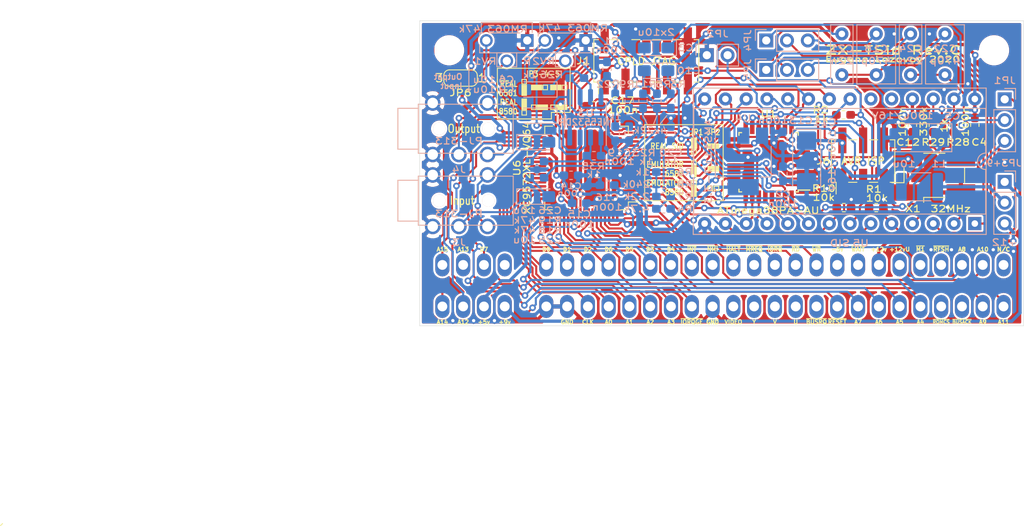
<source format=kicad_pcb>
(kicad_pcb (version 20171130) (host pcbnew "(5.1.4)-1")
  (layers (0 F.Cu signal) (31 B.Cu signal) (34 B.Paste user hide) (35 F.Paste user hide) (36 B.SilkS user) (37 F.SilkS user) (38 B.Mask user hide) (39 F.Mask user hide) (44 Edge.Cuts user))
  (net 0 "")
  (net 1 +5V)
  (net 2 +9V)
  (net 3 GND)
  (net 4 +12V)
  (net 5 +3V3)
  (net 6 A15)
  (net 7 D7)
  (net 8 D0)
  (net 9 D1)
  (net 10 D2)
  (net 11 D6)
  (net 12 D5)
  (net 13 D3)
  (net 14 D4)
  (net 15 ~IORQ)
  (net 16 A14)
  (net 17 A12)
  (net 18 ~CLKCPU)
  (net 19 A0)
  (net 20 A1)
  (net 21 A2)
  (net 22 A3)
  (net 23 ~IORQGE)
  (net 24 ~WR)
  (net 25 A8)
  (net 26 A10)
  (net 27 ~RST)
  (net 28 A7)
  (net 29 A6)
  (net 30 A5)
  (net 31 A4)
  (net 32 A9)
  (net 33 A11)
  (net 34 TDI)
  (net 35 TMS)
  (net 36 TDO)
  (net 37 TCK)
  (net 38 "Net-(C10-Pad1)")
  (net 39 SID_CLK)
  (net 40 /R)
  (net 41 /L)
  (net 42 "Net-(C18-Pad1)")
  (net 43 "Net-(JP2-Pad2)")
  (net 44 "Net-(JP4-Pad2)")
  (net 45 "Net-(JP5-Pad2)")
  (net 46 "Net-(C18-Pad2)")
  (net 47 "Net-(C21-Pad1)")
  (net 48 "Net-(C22-Pad1)")
  (net 49 VDDA)
  (net 50 "Net-(C6-Pad1)")
  (net 51 "Net-(C9-Pad1)")
  (net 52 "Net-(C22-Pad2)")
  (net 53 "Net-(R29-Pad1)")
  (net 54 "Net-(C3-Pad2)")
  (net 55 "Net-(C3-Pad1)")
  (net 56 "Net-(C6-Pad2)")
  (net 57 "Net-(C9-Pad2)")
  (net 58 "Net-(C10-Pad2)")
  (net 59 "Net-(C19-Pad2)")
  (net 60 "Net-(C25-Pad2)")
  (net 61 "Net-(C25-Pad1)")
  (net 62 "Net-(C26-Pad2)")
  (net 63 "Net-(C26-Pad1)")
  (net 64 ~AVR_RST)
  (net 65 MOSI)
  (net 66 SCK)
  (net 67 MISO)
  (net 68 ~SID_RST)
  (net 69 ~REAL_RST)
  (net 70 "Net-(JP3-Pad2)")
  (net 71 "Net-(R6-Pad2)")
  (net 72 "Net-(R6-Pad1)")
  (net 73 "Net-(R8-Pad2)")
  (net 74 SID_D1)
  (net 75 SID_D0)
  (net 76 SID_D2)
  (net 77 SID_A4)
  (net 78 SID_A3)
  (net 79 SID_A2)
  (net 80 SID_A1)
  (net 81 SID_A0)
  (net 82 SID_D7)
  (net 83 SID_D6)
  (net 84 SID_D5)
  (net 85 CLK32)
  (net 86 SID_D4)
  (net 87 SID_D3)
  (net 88 "Net-(R18-Pad1)")
  (net 89 "Net-(JP6-Pad2)")
  (net 90 ~SID_WR)
  (net 91 "Net-(C24-Pad2)")
  (net 92 "Net-(R11-Pad1)")
  (net 93 ~SID_CS)
  (net 94 ~RD)
  (module Oscillator:Oscillator_SMD_EuroQuartz_XO91-4Pin_7.0x5.0mm_HandSoldering (layer F.Cu) (at 174.4 102.9)
    (fp_text reference X1 (at -2.6 4.1) (layer F.SilkS) (effects (font (size 0.8 1))))
    (fp_text value 32MHz)
    (fp_text user %V (at 2 4.1) (layer F.SilkS) (effects (font (size 0.8 1))))
    (pad 4 smd rect (at -3.25 -2.1) (size 3.5 2) (layers F.Cu F.Paste F.Mask) (net 1 +5V))
    (pad 3 smd rect (at 3.25 -2.1) (size 3.5 2) (layers F.Cu F.Paste F.Mask) (net 85 CLK32))
    (pad 2 smd rect (at 3.25 2.1) (size 3.5 2) (layers F.Cu F.Paste F.Mask) (net 3 GND))
    (pad 1 smd rect (at -3.25 2.1) (size 3.5 2) (layers F.Cu F.Paste F.Mask) (net 1 +5V))
  )
  (module Package_TO_SOT_SMD:SOT-223-3_TabPin2 (layer B.Cu) (at 151.05 101.2 270)
    (fp_text reference U4 (at -5.25 0 180) (layer B.SilkS) (effects (font (size 0.8 1)) (justify mirror)))
    (fp_text value AMS1117-3.3)
    (fp_text user %V (at 0 4.25 270) (layer B.SilkS) (effects (font (size 0.8 1)) (justify mirror)))
    (pad 2 smd rect (at 3.15 0 270) (size 2 3.8) (layers B.Cu B.Paste B.Mask) (net 5 +3V3))
    (pad 2 smd rect (at -3.15 0 270) (size 2 1.5) (layers B.Cu B.Paste B.Mask) (net 5 +3V3))
    (pad 3 smd rect (at -3.15 -2.3 270) (size 2 1.5) (layers B.Cu B.Paste B.Mask) (net 1 +5V))
    (pad 1 smd rect (at -3.15 2.3 270) (size 2 1.5) (layers B.Cu B.Paste B.Mask) (net 3 GND))
  )
  (module Package_DIP:DIP-28_W15.24mm_Socket (layer B.Cu) (at 179.35 108.8 90)
    (fp_text reference U5 (at -2.4 -13.95 180) (layer B.SilkS) (effects (font (size 0.8 1)) (justify mirror)))
    (fp_text value 8580)
    (fp_text user SID (at -2.4 -16.5) (layer B.SilkS) (effects (font (size 0.8 1)) (justify mirror)))
    (pad 28 thru_hole oval (at 15.24 0 90) (size 1.6 1.6) (drill 0.8) (layers *.Cu *.Mask) (net 49 VDDA))
    (pad 14 thru_hole oval (at 0 -33.02 90) (size 1.6 1.6) (drill 0.8) (layers *.Cu *.Mask) (net 3 GND))
    (pad 27 thru_hole oval (at 15.24 -2.54 90) (size 1.6 1.6) (drill 0.8) (layers *.Cu *.Mask) (net 55 "Net-(C3-Pad1)"))
    (pad 13 thru_hole oval (at 0 -30.48 90) (size 1.6 1.6) (drill 0.8) (layers *.Cu *.Mask) (net 77 SID_A4))
    (pad 26 thru_hole oval (at 15.24 -5.08 90) (size 1.6 1.6) (drill 0.8) (layers *.Cu *.Mask) (net 53 "Net-(R29-Pad1)"))
    (pad 12 thru_hole oval (at 0 -27.94 90) (size 1.6 1.6) (drill 0.8) (layers *.Cu *.Mask) (net 78 SID_A3))
    (pad 25 thru_hole oval (at 15.24 -7.62 90) (size 1.6 1.6) (drill 0.8) (layers *.Cu *.Mask) (net 1 +5V))
    (pad 11 thru_hole oval (at 0 -25.4 90) (size 1.6 1.6) (drill 0.8) (layers *.Cu *.Mask) (net 79 SID_A2))
    (pad 24 thru_hole oval (at 15.24 -10.16 90) (size 1.6 1.6) (drill 0.8) (layers *.Cu *.Mask))
    (pad 10 thru_hole oval (at 0 -22.86 90) (size 1.6 1.6) (drill 0.8) (layers *.Cu *.Mask) (net 80 SID_A1))
    (pad 23 thru_hole oval (at 15.24 -12.7 90) (size 1.6 1.6) (drill 0.8) (layers *.Cu *.Mask))
    (pad 9 thru_hole oval (at 0 -20.32 90) (size 1.6 1.6) (drill 0.8) (layers *.Cu *.Mask) (net 81 SID_A0))
    (pad 22 thru_hole oval (at 15.24 -15.24 90) (size 1.6 1.6) (drill 0.8) (layers *.Cu *.Mask) (net 82 SID_D7))
    (pad 8 thru_hole oval (at 0 -17.78 90) (size 1.6 1.6) (drill 0.8) (layers *.Cu *.Mask) (net 93 ~SID_CS))
    (pad 21 thru_hole oval (at 15.24 -17.78 90) (size 1.6 1.6) (drill 0.8) (layers *.Cu *.Mask) (net 83 SID_D6))
    (pad 7 thru_hole oval (at 0 -15.24 90) (size 1.6 1.6) (drill 0.8) (layers *.Cu *.Mask) (net 90 ~SID_WR))
    (pad 20 thru_hole oval (at 15.24 -20.32 90) (size 1.6 1.6) (drill 0.8) (layers *.Cu *.Mask) (net 84 SID_D5))
    (pad 6 thru_hole oval (at 0 -12.7 90) (size 1.6 1.6) (drill 0.8) (layers *.Cu *.Mask) (net 39 SID_CLK))
    (pad 19 thru_hole oval (at 15.24 -22.86 90) (size 1.6 1.6) (drill 0.8) (layers *.Cu *.Mask) (net 86 SID_D4))
    (pad 5 thru_hole oval (at 0 -10.16 90) (size 1.6 1.6) (drill 0.8) (layers *.Cu *.Mask) (net 69 ~REAL_RST))
    (pad 18 thru_hole oval (at 15.24 -25.4 90) (size 1.6 1.6) (drill 0.8) (layers *.Cu *.Mask) (net 87 SID_D3))
    (pad 4 thru_hole oval (at 0 -7.62 90) (size 1.6 1.6) (drill 0.8) (layers *.Cu *.Mask) (net 48 "Net-(C22-Pad1)"))
    (pad 17 thru_hole oval (at 15.24 -27.94 90) (size 1.6 1.6) (drill 0.8) (layers *.Cu *.Mask) (net 76 SID_D2))
    (pad 3 thru_hole oval (at 0 -5.08 90) (size 1.6 1.6) (drill 0.8) (layers *.Cu *.Mask) (net 45 "Net-(JP5-Pad2)"))
    (pad 16 thru_hole oval (at 15.24 -30.48 90) (size 1.6 1.6) (drill 0.8) (layers *.Cu *.Mask) (net 74 SID_D1))
    (pad 2 thru_hole oval (at 0 -2.54 90) (size 1.6 1.6) (drill 0.8) (layers *.Cu *.Mask) (net 42 "Net-(C18-Pad1)"))
    (pad 15 thru_hole oval (at 15.24 -33.02 90) (size 1.6 1.6) (drill 0.8) (layers *.Cu *.Mask) (net 75 SID_D0))
    (pad 1 thru_hole rect (at 0 0 90) (size 1.6 1.6) (drill 0.8) (layers *.Cu *.Mask) (net 44 "Net-(JP4-Pad2)"))
  )
  (module Package_QFP:TQFP-64_10x10mm_P0.5mm (layer F.Cu) (at 131.9 102 180)
    (fp_text reference U6 (at 8.5 0 90) (layer F.SilkS) (effects (font (size 0.8 1))))
    (fp_text value XC9572XL-VQ64)
    (fp_text user %V (at 7.3 0 270) (layer F.SilkS) (effects (font (size 0.8 0.9) (thickness 0.14))))
    (pad 64 smd roundrect (at -3.75 -5.6625 180) (size 0.3 1.475) (layers F.Cu F.Paste F.Mask) (net 27 ~RST))
    (pad 63 smd roundrect (at -3.25 -5.6625 180) (size 0.3 1.475) (layers F.Cu F.Paste F.Mask) (net 24 ~WR))
    (pad 62 smd roundrect (at -2.75 -5.6625 180) (size 0.3 1.475) (layers F.Cu F.Paste F.Mask) (net 94 ~RD))
    (pad 61 smd roundrect (at -2.25 -5.6625 180) (size 0.3 1.475) (layers F.Cu F.Paste F.Mask) (net 26 A10))
    (pad 60 smd roundrect (at -1.75 -5.6625 180) (size 0.3 1.475) (layers F.Cu F.Paste F.Mask) (net 33 A11))
    (pad 59 smd roundrect (at -1.25 -5.6625 180) (size 0.3 1.475) (layers F.Cu F.Paste F.Mask) (net 32 A9))
    (pad 58 smd roundrect (at -0.75 -5.6625 180) (size 0.3 1.475) (layers F.Cu F.Paste F.Mask) (net 14 D4))
    (pad 57 smd roundrect (at -0.25 -5.6625 180) (size 0.3 1.475) (layers F.Cu F.Paste F.Mask) (net 25 A8))
    (pad 56 smd roundrect (at 0.25 -5.6625 180) (size 0.3 1.475) (layers F.Cu F.Paste F.Mask) (net 18 ~CLKCPU))
    (pad 55 smd roundrect (at 0.75 -5.6625 180) (size 0.3 1.475) (layers F.Cu F.Paste F.Mask) (net 5 +3V3))
    (pad 54 smd roundrect (at 1.25 -5.6625 180) (size 0.3 1.475) (layers F.Cu F.Paste F.Mask) (net 3 GND))
    (pad 53 smd roundrect (at 1.75 -5.6625 180) (size 0.3 1.475) (layers F.Cu F.Paste F.Mask) (net 36 TDO))
    (pad 52 smd roundrect (at 2.25 -5.6625 180) (size 0.3 1.475) (layers F.Cu F.Paste F.Mask) (net 23 ~IORQGE))
    (pad 51 smd roundrect (at 2.75 -5.6625 180) (size 0.3 1.475) (layers F.Cu F.Paste F.Mask) (net 22 A3))
    (pad 50 smd roundrect (at 3.25 -5.6625 180) (size 0.3 1.475) (layers F.Cu F.Paste F.Mask) (net 15 ~IORQ))
    (pad 49 smd roundrect (at 3.75 -5.6625 180) (size 0.3 1.475) (layers F.Cu F.Paste F.Mask) (net 13 D3))
    (pad 48 smd roundrect (at 5.6625 -3.75 180) (size 1.475 0.3) (layers F.Cu F.Paste F.Mask) (net 12 D5))
    (pad 47 smd roundrect (at 5.6625 -3.25 180) (size 1.475 0.3) (layers F.Cu F.Paste F.Mask) (net 11 D6))
    (pad 46 smd roundrect (at 5.6625 -2.75 180) (size 1.475 0.3) (layers F.Cu F.Paste F.Mask) (net 10 D2))
    (pad 45 smd roundrect (at 5.6625 -2.25 180) (size 1.475 0.3) (layers F.Cu F.Paste F.Mask) (net 9 D1))
    (pad 44 smd roundrect (at 5.6625 -1.75 180) (size 1.475 0.3) (layers F.Cu F.Paste F.Mask) (net 8 D0))
    (pad 43 smd roundrect (at 5.6625 -1.25 180) (size 1.475 0.3) (layers F.Cu F.Paste F.Mask) (net 21 A2))
    (pad 42 smd roundrect (at 5.6625 -0.75 180) (size 1.475 0.3) (layers F.Cu F.Paste F.Mask) (net 20 A1))
    (pad 41 smd roundrect (at 5.6625 -0.25 180) (size 1.475 0.3) (layers F.Cu F.Paste F.Mask) (net 3 GND))
    (pad 40 smd roundrect (at 5.6625 0.25 180) (size 1.475 0.3) (layers F.Cu F.Paste F.Mask) (net 19 A0))
    (pad 39 smd roundrect (at 5.6625 0.75 180) (size 1.475 0.3) (layers F.Cu F.Paste F.Mask) (net 31 A4))
    (pad 38 smd roundrect (at 5.6625 1.25 180) (size 1.475 0.3) (layers F.Cu F.Paste F.Mask) (net 7 D7))
    (pad 37 smd roundrect (at 5.6625 1.75 180) (size 1.475 0.3) (layers F.Cu F.Paste F.Mask) (net 5 +3V3))
    (pad 36 smd roundrect (at 5.6625 2.25 180) (size 1.475 0.3) (layers F.Cu F.Paste F.Mask) (net 29 A6))
    (pad 35 smd roundrect (at 5.6625 2.75 180) (size 1.475 0.3) (layers F.Cu F.Paste F.Mask) (net 30 A5))
    (pad 34 smd roundrect (at 5.6625 3.25 180) (size 1.475 0.3) (layers F.Cu F.Paste F.Mask) (net 28 A7))
    (pad 33 smd roundrect (at 5.6625 3.75 180) (size 1.475 0.3) (layers F.Cu F.Paste F.Mask) (net 17 A12))
    (pad 32 smd roundrect (at 3.75 5.6625 180) (size 0.3 1.475) (layers F.Cu F.Paste F.Mask) (net 6 A15))
    (pad 31 smd roundrect (at 3.25 5.6625 180) (size 0.3 1.475) (layers F.Cu F.Paste F.Mask) (net 16 A14))
    (pad 30 smd roundrect (at 2.75 5.6625 180) (size 0.3 1.475) (layers F.Cu F.Paste F.Mask) (net 37 TCK))
    (pad 29 smd roundrect (at 2.25 5.6625 180) (size 0.3 1.475) (layers F.Cu F.Paste F.Mask) (net 35 TMS))
    (pad 28 smd roundrect (at 1.75 5.6625 180) (size 0.3 1.475) (layers F.Cu F.Paste F.Mask) (net 34 TDI))
    (pad 27 smd roundrect (at 1.25 5.6625 180) (size 0.3 1.475) (layers F.Cu F.Paste F.Mask) (net 89 "Net-(JP6-Pad2)"))
    (pad 26 smd roundrect (at 0.75 5.6625 180) (size 0.3 1.475) (layers F.Cu F.Paste F.Mask) (net 5 +3V3))
    (pad 25 smd roundrect (at 0.25 5.6625 180) (size 0.3 1.475) (layers F.Cu F.Paste F.Mask))
    (pad 24 smd roundrect (at -0.25 5.6625 180) (size 0.3 1.475) (layers F.Cu F.Paste F.Mask))
    (pad 23 smd roundrect (at -0.75 5.6625 180) (size 0.3 1.475) (layers F.Cu F.Paste F.Mask) (net 68 ~SID_RST))
    (pad 22 smd roundrect (at -1.25 5.6625 180) (size 0.3 1.475) (layers F.Cu F.Paste F.Mask))
    (pad 21 smd roundrect (at -1.75 5.6625 180) (size 0.3 1.475) (layers F.Cu F.Paste F.Mask) (net 3 GND))
    (pad 20 smd roundrect (at -2.25 5.6625 180) (size 0.3 1.475) (layers F.Cu F.Paste F.Mask) (net 84 SID_D5))
    (pad 19 smd roundrect (at -2.75 5.6625 180) (size 0.3 1.475) (layers F.Cu F.Paste F.Mask) (net 87 SID_D3))
    (pad 18 smd roundrect (at -3.25 5.6625 180) (size 0.3 1.475) (layers F.Cu F.Paste F.Mask) (net 86 SID_D4))
    (pad 17 smd roundrect (at -3.75 5.6625 180) (size 0.3 1.475) (layers F.Cu F.Paste F.Mask) (net 85 CLK32))
    (pad 16 smd roundrect (at -5.6625 3.75 180) (size 1.475 0.3) (layers F.Cu F.Paste F.Mask) (net 75 SID_D0))
    (pad 15 smd roundrect (at -5.6625 3.25 180) (size 1.475 0.3) (layers F.Cu F.Paste F.Mask) (net 18 ~CLKCPU))
    (pad 14 smd roundrect (at -5.6625 2.75 180) (size 1.475 0.3) (layers F.Cu F.Paste F.Mask) (net 3 GND))
    (pad 13 smd roundrect (at -5.6625 2.25 180) (size 1.475 0.3) (layers F.Cu F.Paste F.Mask) (net 90 ~SID_WR))
    (pad 12 smd roundrect (at -5.6625 1.75 180) (size 1.475 0.3) (layers F.Cu F.Paste F.Mask) (net 76 SID_D2))
    (pad 11 smd roundrect (at -5.6625 1.25 180) (size 1.475 0.3) (layers F.Cu F.Paste F.Mask) (net 82 SID_D7))
    (pad 10 smd roundrect (at -5.6625 0.75 180) (size 1.475 0.3) (layers F.Cu F.Paste F.Mask) (net 83 SID_D6))
    (pad 9 smd roundrect (at -5.6625 0.25 180) (size 1.475 0.3) (layers F.Cu F.Paste F.Mask) (net 74 SID_D1))
    (pad 8 smd roundrect (at -5.6625 -0.25 180) (size 1.475 0.3) (layers F.Cu F.Paste F.Mask) (net 81 SID_A0))
    (pad 7 smd roundrect (at -5.6625 -0.75 180) (size 1.475 0.3) (layers F.Cu F.Paste F.Mask) (net 80 SID_A1))
    (pad 6 smd roundrect (at -5.6625 -1.25 180) (size 1.475 0.3) (layers F.Cu F.Paste F.Mask) (net 93 ~SID_CS))
    (pad 5 smd roundrect (at -5.6625 -1.75 180) (size 1.475 0.3) (layers F.Cu F.Paste F.Mask) (net 78 SID_A3))
    (pad 4 smd roundrect (at -5.6625 -2.25 180) (size 1.475 0.3) (layers F.Cu F.Paste F.Mask) (net 79 SID_A2))
    (pad 3 smd roundrect (at -5.6625 -2.75 180) (size 1.475 0.3) (layers F.Cu F.Paste F.Mask) (net 5 +3V3))
    (pad 2 smd roundrect (at -5.6625 -3.25 180) (size 1.475 0.3) (layers F.Cu F.Paste F.Mask) (net 77 SID_A4))
    (pad 1 smd roundrect (at -5.6625 -3.75 180) (size 1.475 0.3) (layers F.Cu F.Paste F.Mask) (net 39 SID_CLK))
  )
  (module my:Spectrum_Edge_Connector (layer F.Cu) (at 147.3 116.4)
    (fp_text reference J2 hide)
    (fp_text value zx_edge)
    (fp_text user N/C (at 35.56 -4.445) (layer F.SilkS) (effects (font (size 0.5 0.5) (thickness 0.125))))
    (fp_text user A10 (at 33.02 -4.445) (layer F.SilkS) (effects (font (size 0.5 0.5) (thickness 0.125))))
    (fp_text user A11 (at 35.56 4.445) (layer F.SilkS) (effects (font (size 0.5 0.5) (thickness 0.125))))
    (fp_text user A9 (at 33.02 4.445) (layer F.SilkS) (effects (font (size 0.5 0.5) (thickness 0.125))))
    (fp_text user A8 (at 30.48 -4.445) (layer F.SilkS) (effects (font (size 0.5 0.5) (thickness 0.125))))
    (fp_text user ~RFSH (at 27.94 -4.445) (layer F.SilkS) (effects (font (size 0.5 0.5) (thickness 0.125))))
    (fp_text user ~M1 (at 25.4 -4.445) (layer F.SilkS) (effects (font (size 0.5 0.5) (thickness 0.125))))
    (fp_text user +12vU (at 22.86 -4.445) (layer F.SilkS) (effects (font (size 0.5 0.5) (thickness 0.125))))
    (fp_text user ~BUSACK (at 30.48 4.445) (layer F.SilkS) (effects (font (size 0.4 0.4) (thickness 0.1))))
    (fp_text user ~ROMCS (at 27.94 4.445) (layer F.SilkS) (effects (font (size 0.4 0.4) (thickness 0.1))))
    (fp_text user A4 (at 25.4 4.445) (layer F.SilkS) (effects (font (size 0.5 0.5) (thickness 0.125))))
    (fp_text user A5 (at 22.86 4.445) (layer F.SilkS) (effects (font (size 0.5 0.5) (thickness 0.125))))
    (fp_text user +12v (at 20.32 -4.445) (layer F.SilkS) (effects (font (size 0.5 0.5) (thickness 0.125))))
    (fp_text user ~WAIT (at 17.78 -4.445) (layer F.SilkS) (effects (font (size 0.5 0.5) (thickness 0.125))))
    (fp_text user -5v (at 15.24 -4.445) (layer F.SilkS) (effects (font (size 0.5 0.5) (thickness 0.125))))
    (fp_text user ~WR (at 12.7 -4.445) (layer F.SilkS) (effects (font (size 0.5 0.5) (thickness 0.125))))
    (fp_text user A6 (at 20.32 4.445) (layer F.SilkS) (effects (font (size 0.5 0.5) (thickness 0.125))))
    (fp_text user A7 (at 17.78 4.445) (layer F.SilkS) (effects (font (size 0.5 0.5) (thickness 0.125))))
    (fp_text user ~RESET (at 15.24 4.445) (layer F.SilkS) (effects (font (size 0.5 0.5) (thickness 0.125))))
    (fp_text user ~BUSRQ (at 12.7 4.445) (layer F.SilkS) (effects (font (size 0.5 0.5) (thickness 0.125))))
    (fp_text user ~RD (at 10.16 -4.445) (layer F.SilkS) (effects (font (size 0.5 0.5) (thickness 0.125))))
    (fp_text user ~IORQ (at 7.62 -4.445) (layer F.SilkS) (effects (font (size 0.5 0.5) (thickness 0.125))))
    (fp_text user ~MREQ (at 5.08 -4.445) (layer F.SilkS) (effects (font (size 0.5 0.5) (thickness 0.125))))
    (fp_text user ~HALT (at 2.54 -4.445) (layer F.SilkS) (effects (font (size 0.5 0.5) (thickness 0.125))))
    (fp_text user U (at 10.16 4.445) (layer F.SilkS) (effects (font (size 0.5 0.5) (thickness 0.125))))
    (fp_text user V (at 7.62 4.445) (layer F.SilkS) (effects (font (size 0.5 0.5) (thickness 0.125))))
    (fp_text user Y (at 5.08 4.445) (layer F.SilkS) (effects (font (size 0.5 0.5) (thickness 0.125))))
    (fp_text user VIDEO (at 2.54 4.445) (layer F.SilkS) (effects (font (size 0.5 0.5) (thickness 0.125))))
    (fp_text user GND (at 0 4.445) (layer F.SilkS) (effects (font (size 0.5 0.5) (thickness 0.125))))
    (fp_text user ~IORQGE (at -2.54 4.445) (layer F.SilkS) (effects (font (size 0.5 0.5) (thickness 0.125))))
    (fp_text user A3 (at -5.08 4.445) (layer F.SilkS) (effects (font (size 0.5 0.5) (thickness 0.125))))
    (fp_text user ~NMI (at 0 -4.445) (layer F.SilkS) (effects (font (size 0.5 0.5) (thickness 0.125))))
    (fp_text user ~INT (at -2.54 -4.445) (layer F.SilkS) (effects (font (size 0.5 0.5) (thickness 0.125))))
    (fp_text user D4 (at -5.08 -4.445) (layer F.SilkS) (effects (font (size 0.5 0.5) (thickness 0.125))))
    (fp_text user D3 (at -7.62 -4.445) (layer F.SilkS) (effects (font (size 0.5 0.5) (thickness 0.125))))
    (fp_text user A2 (at -7.62 4.445) (layer F.SilkS) (effects (font (size 0.5 0.5) (thickness 0.125))))
    (fp_text user D5 (at -10.16 -4.445) (layer F.SilkS) (effects (font (size 0.5 0.5) (thickness 0.125))))
    (fp_text user D6 (at -12.7 -4.445) (layer F.SilkS) (effects (font (size 0.5 0.5) (thickness 0.125))))
    (fp_text user D2 (at -15.24 -4.445) (layer F.SilkS) (effects (font (size 0.5 0.5) (thickness 0.125))))
    (fp_text user A1 (at -10.16 4.445) (layer F.SilkS) (effects (font (size 0.5 0.5) (thickness 0.125))))
    (fp_text user A0 (at -12.7 4.445) (layer F.SilkS) (effects (font (size 0.5 0.5) (thickness 0.125))))
    (fp_text user CLK (at -15.24 4.445) (layer F.SilkS) (effects (font (size 0.5 0.5) (thickness 0.125))))
    (fp_text user GND (at -17.78 4.445) (layer F.SilkS) (effects (font (size 0.5 0.5) (thickness 0.125))))
    (fp_text user GND (at 0 4.445) (layer F.SilkS) (effects (font (size 0.5 0.5) (thickness 0.125))))
    (fp_text user +9v (at -25.4 4.445) (layer F.SilkS) (effects (font (size 0.5 0.5) (thickness 0.125))))
    (fp_text user +5v (at -27.94 4.445) (layer F.SilkS) (effects (font (size 0.5 0.5) (thickness 0.125))))
    (fp_text user A12 (at -30.48 4.445) (layer F.SilkS) (effects (font (size 0.5 0.5) (thickness 0.125))))
    (fp_text user A14 (at -33.02 4.445) (layer F.SilkS) (effects (font (size 0.5 0.5) (thickness 0.125))))
    (fp_text user D1 (at -17.78 -4.445) (layer F.SilkS) (effects (font (size 0.5 0.5) (thickness 0.125))))
    (fp_text user D0 (at -20.32 -4.445) (layer F.SilkS) (effects (font (size 0.5 0.5) (thickness 0.125))))
    (fp_text user N/C (at 35.56 -4.445) (layer F.SilkS) (effects (font (size 0.5 0.5) (thickness 0.125))))
    (fp_text user D7 (at -27.94 -4.445) (layer F.SilkS) (effects (font (size 0.5 0.5) (thickness 0.125))))
    (fp_text user A13 (at -30.48 -4.445) (layer F.SilkS) (effects (font (size 0.5 0.5) (thickness 0.125))))
    (fp_text user A15 (at -33.02 -4.445) (layer F.SilkS) (effects (font (size 0.5 0.5) (thickness 0.125))))
    (pad A28 thru_hole oval (at 35.56 2.54) (size 1.7272 2.8) (drill 1.2) (layers *.Cu *.Mask) (net 33 A11))
    (pad A27 thru_hole oval (at 33.02 2.54) (size 1.7272 2.8) (drill 1.2) (layers *.Cu *.Mask) (net 32 A9))
    (pad A26 thru_hole oval (at 30.48 2.54) (size 1.7272 2.8) (drill 1.2) (layers *.Cu *.Mask))
    (pad A25 thru_hole oval (at 27.94 2.54) (size 1.7272 2.8) (drill 1.2) (layers *.Cu *.Mask))
    (pad A24 thru_hole oval (at 25.4 2.54) (size 1.7272 2.8) (drill 1.2) (layers *.Cu *.Mask) (net 31 A4))
    (pad A23 thru_hole oval (at 22.86 2.54) (size 1.7272 2.8) (drill 1.2) (layers *.Cu *.Mask) (net 30 A5))
    (pad A22 thru_hole oval (at 20.32 2.54) (size 1.7272 2.8) (drill 1.2) (layers *.Cu *.Mask) (net 29 A6))
    (pad A21 thru_hole oval (at 17.78 2.54) (size 1.7272 2.8) (drill 1.2) (layers *.Cu *.Mask) (net 28 A7))
    (pad A1 thru_hole oval (at -33.02 2.54) (size 1.7272 2.8) (drill 1.2) (layers *.Cu *.Mask) (net 16 A14))
    (pad A2 thru_hole oval (at -30.48 2.54) (size 1.7272 2.8) (drill 1.2) (layers *.Cu *.Mask) (net 17 A12))
    (pad A3 thru_hole oval (at -27.94 2.54) (size 1.7272 2.8) (drill 1.2) (layers *.Cu *.Mask) (net 1 +5V))
    (pad A4 thru_hole oval (at -25.4 2.54) (size 1.7272 2.8) (drill 1.2) (layers *.Cu *.Mask) (net 2 +9V))
    (pad A6 thru_hole oval (at -20.32 2.54) (size 1.7272 2.8) (drill 1.2) (layers *.Cu *.Mask) (net 3 GND))
    (pad A7 thru_hole oval (at -17.78 2.54) (size 1.7272 2.8) (drill 1.2) (layers *.Cu *.Mask) (net 3 GND))
    (pad A8 thru_hole oval (at -15.24 2.54) (size 1.7272 2.8) (drill 1.2) (layers *.Cu *.Mask) (net 18 ~CLKCPU))
    (pad A9 thru_hole oval (at -12.7 2.54) (size 1.7272 2.8) (drill 1.2) (layers *.Cu *.Mask) (net 19 A0))
    (pad A10 thru_hole oval (at -10.16 2.54) (size 1.7272 2.8) (drill 1.2) (layers *.Cu *.Mask) (net 20 A1))
    (pad A11 thru_hole oval (at -7.62 2.54) (size 1.7272 2.8) (drill 1.2) (layers *.Cu *.Mask) (net 21 A2))
    (pad A12 thru_hole oval (at -5.08 2.54) (size 1.7272 2.8) (drill 1.2) (layers *.Cu *.Mask) (net 22 A3))
    (pad A13 thru_hole oval (at -2.54 2.54) (size 1.7272 2.8) (drill 1.2) (layers *.Cu *.Mask) (net 23 ~IORQGE))
    (pad A14 thru_hole oval (at 0 2.54) (size 1.7272 2.8) (drill 1.2) (layers *.Cu *.Mask) (net 3 GND))
    (pad A15 thru_hole oval (at 2.54 2.54) (size 1.7272 2.8) (drill 1.2) (layers *.Cu *.Mask))
    (pad A16 thru_hole oval (at 5.08 2.54) (size 1.7272 2.8) (drill 1.2) (layers *.Cu *.Mask))
    (pad A17 thru_hole oval (at 7.62 2.54) (size 1.7272 2.8) (drill 1.2) (layers *.Cu *.Mask))
    (pad A18 thru_hole oval (at 10.16 2.54) (size 1.7272 2.8) (drill 1.2) (layers *.Cu *.Mask))
    (pad A19 thru_hole oval (at 12.7 2.54) (size 1.7272 2.8) (drill 1.2) (layers *.Cu *.Mask))
    (pad A20 thru_hole oval (at 15.24 2.54) (size 1.7272 2.8) (drill 1.2) (layers *.Cu *.Mask) (net 27 ~RST))
    (pad B28 thru_hole oval (at 35.56 -2.54) (size 1.7272 2.8) (drill 1.2) (layers *.Cu *.Mask))
    (pad B27 thru_hole oval (at 33.02 -2.54) (size 1.7272 2.8) (drill 1.2) (layers *.Cu *.Mask) (net 26 A10))
    (pad B26 thru_hole oval (at 30.48 -2.54) (size 1.7272 2.8) (drill 1.2) (layers *.Cu *.Mask) (net 25 A8))
    (pad B25 thru_hole oval (at 27.94 -2.54) (size 1.7272 2.8) (drill 1.2) (layers *.Cu *.Mask))
    (pad B24 thru_hole oval (at 25.4 -2.54) (size 1.7272 2.8) (drill 1.2) (layers *.Cu *.Mask))
    (pad B23 thru_hole oval (at 22.86 -2.54) (size 1.7272 2.8) (drill 1.2) (layers *.Cu *.Mask))
    (pad B22 thru_hole oval (at 20.32 -2.54) (size 1.7272 2.8) (drill 1.2) (layers *.Cu *.Mask) (net 4 +12V))
    (pad B21 thru_hole oval (at 17.78 -2.54) (size 1.7272 2.8) (drill 1.2) (layers *.Cu *.Mask))
    (pad B1 thru_hole oval (at -33.02 -2.54) (size 1.7272 2.8) (drill 1.2) (layers *.Cu *.Mask) (net 6 A15))
    (pad B2 thru_hole oval (at -30.48 -2.54) (size 1.7272 2.8) (drill 1.2) (layers *.Cu *.Mask))
    (pad B3 thru_hole oval (at -27.94 -2.54) (size 1.7272 2.8) (drill 1.2) (layers *.Cu *.Mask) (net 7 D7))
    (pad B4 thru_hole oval (at -25.4 -2.54) (size 1.7272 2.8) (drill 1.2) (layers *.Cu *.Mask))
    (pad B6 thru_hole oval (at -20.32 -2.54) (size 1.7272 2.8) (drill 1.2) (layers *.Cu *.Mask) (net 8 D0))
    (pad B7 thru_hole oval (at -17.78 -2.54) (size 1.7272 2.8) (drill 1.2) (layers *.Cu *.Mask) (net 9 D1))
    (pad B8 thru_hole oval (at -15.24 -2.54) (size 1.7272 2.8) (drill 1.2) (layers *.Cu *.Mask) (net 10 D2))
    (pad B9 thru_hole oval (at -12.7 -2.54) (size 1.7272 2.8) (drill 1.2) (layers *.Cu *.Mask) (net 11 D6))
    (pad B10 thru_hole oval (at -10.16 -2.54) (size 1.7272 2.8) (drill 1.2) (layers *.Cu *.Mask) (net 12 D5))
    (pad B11 thru_hole oval (at -7.62 -2.54) (size 1.7272 2.8) (drill 1.2) (layers *.Cu *.Mask) (net 13 D3))
    (pad B12 thru_hole oval (at -5.08 -2.54) (size 1.7272 2.8) (drill 1.2) (layers *.Cu *.Mask) (net 14 D4))
    (pad B13 thru_hole oval (at -2.54 -2.54) (size 1.7272 2.8) (drill 1.2) (layers *.Cu *.Mask))
    (pad B14 thru_hole oval (at 0 -2.54) (size 1.7272 2.8) (drill 1.2) (layers *.Cu *.Mask))
    (pad B15 thru_hole oval (at 2.54 -2.54) (size 1.7272 2.8) (drill 1.2) (layers *.Cu *.Mask))
    (pad B16 thru_hole oval (at 5.08 -2.54) (size 1.7272 2.8) (drill 1.2) (layers *.Cu *.Mask))
    (pad B17 thru_hole oval (at 7.62 -2.54) (size 1.7272 2.8) (drill 1.2) (layers *.Cu *.Mask) (net 15 ~IORQ))
    (pad B18 thru_hole oval (at 10.16 -2.54) (size 1.7272 2.8) (drill 1.2) (layers *.Cu *.Mask) (net 94 ~RD))
    (pad B19 thru_hole oval (at 12.7 -2.54) (size 1.7272 2.8) (drill 1.2) (layers *.Cu *.Mask) (net 24 ~WR))
    (pad B20 thru_hole oval (at 15.24 -2.54) (size 1.7272 2.8) (drill 1.2) (layers *.Cu *.Mask))
  )
  (module my:PJ-313 (layer B.Cu) (at 116.25 97.2 270)
    (fp_text reference J4 (at 5 -0.05) (layer B.SilkS) (effects (font (size 0.8 1)) (justify mirror)))
    (fp_text value PJ-313)
    (fp_text user %V (at 1.5 -0.05) (layer B.SilkS) (effects (font (size 0.8 1)) (justify mirror)))
    (fp_text user Output (at 0 -0.65 180) (layer F.SilkS) (effects (font (size 1 0.8))))
    (pad S thru_hole circle (at 3.15 3.153) (size 1.9 1.9) (drill 1.3) (layers *.Cu *.Mask) (net 3 GND))
    (pad S thru_hole circle (at -3.15 3.153) (size 1.9 1.9) (drill 1.3) (layers *.Cu *.Mask) (net 3 GND))
    (pad R thru_hole circle (at 3.15 -0.047) (size 1.9 1.9) (drill 1.3) (layers *.Cu *.Mask) (net 40 /R))
    (pad T thru_hole circle (at 3.15 -3.547) (size 1.9 1.9) (drill 1.3) (layers *.Cu *.Mask) (net 41 /L))
    (pad T thru_hole circle (at -3.15 -3.547) (size 1.9 1.9) (drill 1.3) (layers *.Cu *.Mask) (net 41 /L))
    (pad "" np_thru_hole circle (at 0 -3.639 90) (size 1.5 1.5) (drill 1.5) (layers *.Cu *.Mask B.SilkS))
    (pad "" np_thru_hole circle (at 0 2.361 90) (size 1.5 1.5) (drill 1.5) (layers *.Cu *.Mask B.SilkS))
  )
  (module my:PJ-313 (layer B.Cu) (at 116.25 106 270)
    (fp_text reference J3 (at 5.1 -0.05) (layer B.SilkS) (effects (font (size 0.8 1)) (justify mirror)))
    (fp_text value PJ-313)
    (fp_text user %V (at 1.6 -0.05) (layer B.SilkS) (effects (font (size 0.8 1)) (justify mirror)))
    (fp_text user Input (at 0 -0.45 180) (layer F.SilkS) (effects (font (size 1 0.8))))
    (pad S thru_hole circle (at 3.15 3.153) (size 1.9 1.9) (drill 1.3) (layers *.Cu *.Mask) (net 3 GND))
    (pad S thru_hole circle (at -3.15 3.153) (size 1.9 1.9) (drill 1.3) (layers *.Cu *.Mask) (net 3 GND))
    (pad R thru_hole circle (at 3.15 -0.047) (size 1.9 1.9) (drill 1.3) (layers *.Cu *.Mask) (net 61 "Net-(C25-Pad1)"))
    (pad T thru_hole circle (at 3.15 -3.547) (size 1.9 1.9) (drill 1.3) (layers *.Cu *.Mask) (net 63 "Net-(C26-Pad1)"))
    (pad T thru_hole circle (at -3.15 -3.547) (size 1.9 1.9) (drill 1.3) (layers *.Cu *.Mask) (net 63 "Net-(C26-Pad1)"))
    (pad "" np_thru_hole circle (at 0 -3.639 90) (size 1.5 1.5) (drill 1.5) (layers *.Cu *.Mask B.SilkS))
    (pad "" np_thru_hole circle (at 0 2.361 90) (size 1.5 1.5) (drill 1.5) (layers *.Cu *.Mask B.SilkS))
  )
  (module Resistor_SMD:R_0603_1608Metric_Pad1.05x0.95mm_HandSolder (layer B.Cu) (at 141.3 104)
    (fp_text reference R8 (at 2.6 0 180) (layer B.SilkS) (effects (font (size 0.8 1)) (justify mirror)))
    (fp_text value 240k)
    (fp_text user %V (at -3.316666 0) (layer B.SilkS) (effects (font (size 0.8 0.9)) (justify mirror)))
    (pad 2 smd roundrect (at 0.875 0) (size 1.05 0.95) (layers B.Cu B.Paste B.Mask) (net 73 "Net-(R8-Pad2)"))
    (pad 1 smd roundrect (at -0.875 0) (size 1.05 0.95) (layers B.Cu B.Paste B.Mask) (net 71 "Net-(R6-Pad2)"))
  )
  (module Resistor_SMD:R_0603_1608Metric_Pad1.05x0.95mm_HandSolder (layer B.Cu) (at 141.3 105.5 180)
    (fp_text reference R7 (at -2.6 0) (layer B.SilkS) (effects (font (size 0.8 1)) (justify mirror)))
    (fp_text value 2.2k)
    (fp_text user %V (at 3.261904 0 180) (layer B.SilkS) (effects (font (size 0.8 1)) (justify mirror)))
    (pad 2 smd roundrect (at 0.875 0 180) (size 1.05 0.95) (layers B.Cu B.Paste B.Mask) (net 71 "Net-(R6-Pad2)"))
    (pad 1 smd roundrect (at -0.875 0 180) (size 1.05 0.95) (layers B.Cu B.Paste B.Mask) (net 38 "Net-(C10-Pad1)"))
  )
  (module Resistor_SMD:R_0603_1608Metric_Pad1.05x0.95mm_HandSolder (layer B.Cu) (at 141.3 102.5 180)
    (fp_text reference R6 (at -2.6 0) (layer B.SilkS) (effects (font (size 0.8 1)) (justify mirror)))
    (fp_text value 1k)
    (fp_text user %V (at 2.547619 0 180) (layer B.SilkS) (effects (font (size 0.8 1)) (justify mirror)))
    (pad 2 smd roundrect (at 0.875 0 180) (size 1.05 0.95) (layers B.Cu B.Paste B.Mask) (net 71 "Net-(R6-Pad2)"))
    (pad 1 smd roundrect (at -0.875 0 180) (size 1.05 0.95) (layers B.Cu B.Paste B.Mask) (net 72 "Net-(R6-Pad1)"))
  )
  (module Resistor_SMD:R_0603_1608Metric_Pad1.05x0.95mm_HandSolder (layer B.Cu) (at 141.3 107)
    (fp_text reference R4 (at 2.6 0) (layer B.SilkS) (effects (font (size 0.8 1)) (justify mirror)))
    (fp_text value 4.7k)
    (fp_text user %V (at -3.261904 0) (layer B.SilkS) (effects (font (size 0.8 1)) (justify mirror)))
    (pad 2 smd roundrect (at 0.875 0) (size 1.05 0.95) (layers B.Cu B.Paste B.Mask) (net 1 +5V))
    (pad 1 smd roundrect (at -0.875 0) (size 1.05 0.95) (layers B.Cu B.Paste B.Mask) (net 38 "Net-(C10-Pad1)"))
  )
  (module Capacitor_SMD:C_0603_1608Metric_Pad1.05x0.95mm_HandSolder (layer B.Cu) (at 142.2 97.8 90)
    (fp_text reference C20 (at -2.3 0 180) (layer B.SilkS) (effects (font (size 0.8 1)) (justify mirror)))
    (fp_text value 1n)
    (fp_text user %V (at -3.3 0 180) (layer B.SilkS) (effects (font (size 0.8 1)) (justify mirror)))
    (pad 2 smd roundrect (at 0.875 0 90) (size 1.05 0.95) (layers B.Cu B.Paste B.Mask) (net 3 GND))
    (pad 1 smd roundrect (at -0.875 0 90) (size 1.05 0.95) (layers B.Cu B.Paste B.Mask) (net 38 "Net-(C10-Pad1)"))
  )
  (module Capacitor_Tantalum_SMD:CP_EIA-6032-28_Kemet-C_Pad2.25x2.35mm_HandSolder (layer B.Cu) (at 158.8 101.2 270)
    (fp_text reference C11 (at -4.8 -2.2) (layer B.SilkS) (effects (font (size 0.8 1)) (justify mirror)))
    (fp_text value 100u/16V)
    (fp_text user %V (at -0.1 -3.1 270) (layer B.SilkS) (effects (font (size 0.8 1)) (justify mirror)))
    (pad 2 smd roundrect (at 2.55 0 270) (size 2.25 2.35) (layers B.Cu B.Paste B.Mask) (roundrect_rratio 0.111111) (net 3 GND))
    (pad 1 smd roundrect (at -2.55 0 270) (size 2.25 2.35) (layers B.Cu B.Paste B.Mask) (roundrect_rratio 0.111111) (net 1 +5V))
  )
  (module Resistor_SMD:R_0603_1608Metric_Pad1.05x0.95mm_HandSolder (layer B.Cu) (at 138.8 93.8 90)
    (fp_text reference R11 (at 2.05 0.2) (layer B.SilkS) (effects (font (size 0.8 1)) (justify mirror)))
    (fp_text value 22k)
    (pad 2 smd roundrect (at 0.875 0 90) (size 1.05 0.95) (layers B.Cu B.Paste B.Mask) (net 54 "Net-(C3-Pad2)"))
    (pad 1 smd roundrect (at -0.875 0 90) (size 1.05 0.95) (layers B.Cu B.Paste B.Mask) (net 92 "Net-(R11-Pad1)"))
  )
  (module Resistor_SMD:R_0603_1608Metric_Pad1.05x0.95mm_HandSolder (layer B.Cu) (at 142.2 93.8 90)
    (fp_text reference R3 (at 2.05 0.9) (layer B.SilkS) (effects (font (size 0.8 1)) (justify mirror)))
    (fp_text value 22k)
    (fp_text user 4x%V (at -3.6 -2.5 180) (layer B.SilkS) (effects (font (size 0.8 0.9) (thickness 0.13)) (justify mirror)))
    (pad 2 smd roundrect (at 0.875 0 90) (size 1.05 0.95) (layers B.Cu B.Paste B.Mask) (net 54 "Net-(C3-Pad2)"))
    (pad 1 smd roundrect (at -0.875 0 90) (size 1.05 0.95) (layers B.Cu B.Paste B.Mask) (net 88 "Net-(R18-Pad1)"))
  )
  (module Capacitor_Tantalum_SMD:CP_EIA-3216-18_Kemet-A_Pad1.58x1.35mm_HandSolder (layer B.Cu) (at 140.4 87.3 180)
    (fp_text reference C3 (at -3.6 0 180) (layer B.SilkS) (effects (font (size 0.8 1)) (justify mirror)))
    (fp_text value 10u)
    (fp_text user 2x%V (at 0 1.9 180) (layer B.SilkS) (effects (font (size 0.8 1)) (justify mirror)))
    (pad 2 smd roundrect (at 1.4375 0 180) (size 1.575 1.35) (layers B.Cu B.Paste B.Mask) (roundrect_rratio 0.185185) (net 54 "Net-(C3-Pad2)"))
    (pad 1 smd roundrect (at -1.4375 0 180) (size 1.575 1.35) (layers B.Cu B.Paste B.Mask) (roundrect_rratio 0.185185) (net 55 "Net-(C3-Pad1)"))
  )
  (module Capacitor_SMD:C_0603_1608Metric_Pad1.05x0.95mm_HandSolder (layer B.Cu) (at 155.9 102.7 270)
    (fp_text reference C2 (at 2.5 0) (layer B.SilkS) (effects (font (size 0.8 1)) (justify mirror)))
    (fp_text value 100n)
    (fp_text user %V (at 3.7 0) (layer B.SilkS) (effects (font (size 0.8 1)) (justify mirror)))
    (pad 2 smd roundrect (at 0.875 0 270) (size 1.05 0.95) (layers B.Cu B.Paste B.Mask) (net 3 GND))
    (pad 1 smd roundrect (at -0.875 0 270) (size 1.05 0.95) (layers B.Cu B.Paste B.Mask) (net 1 +5V))
  )
  (module Resistor_SMD:R_0603_1608Metric_Pad1.05x0.95mm_HandSolder (layer F.Cu) (at 163.3 95.5 180)
    (fp_text reference R2 (at 2.8 0.6) (layer F.SilkS) (effects (font (size 0.8 1))))
    (fp_text value 1k)
    (fp_text user %V (at 2.7 -0.5 180) (layer F.SilkS) (effects (font (size 0.8 1))))
    (pad 1 smd roundrect (at -0.875 0 180) (size 1.05 0.95) (layers F.Cu F.Paste F.Mask) (net 90 ~SID_WR))
    (pad 2 smd roundrect (at 0.875 0 180) (size 1.05 0.95) (layers F.Cu F.Paste F.Mask) (net 66 SCK))
  )
  (module Jumper:SolderJumper-3_P1.3mm_Bridged12_RoundedPad1.0x1.5mm_NumberLabels (layer F.Cu) (at 116.5 91 180)
    (fp_text reference JP6 (at 0 -1.8) (layer F.SilkS) (effects (font (size 0.8 1))))
    (fp_text value Jumper_3_Bridged12 hide)
    (fp_text user 3 (at 2.6 0) (layer F.SilkS))
    (fp_text user 1 (at -2.6 0) (layer F.SilkS))
    (fp_poly (pts (xy -0.9 -0.3) (xy -0.4 -0.3) (xy -0.4 0.3) (xy -0.9 0.3)) (layer F.Cu) (width 0))
    (pad 3 smd custom (at 1.3 0 180) (size 1 0.5) (layers F.Cu F.Mask) (net 3 GND) (options (clearance outline) (anchor rect)) (primitives (gr_circle (center 0 0.25) (end 0.5 0.25) (width 0)) (gr_circle (center 0 -0.25) (end 0.5 -0.25) (width 0)) (gr_poly (pts (xy -0.55 -0.75) (xy 0 -0.75) (xy 0 0.75) (xy -0.55 0.75)) (width 0))))
    (pad 2 smd rect (at 0 0 180) (size 1 1.5) (layers F.Cu F.Mask) (net 89 "Net-(JP6-Pad2)"))
    (pad 1 smd custom (at -1.3 0 180) (size 1 0.5) (layers F.Cu F.Mask) (net 5 +3V3) (options (clearance outline) (anchor rect)) (primitives (gr_poly (pts (xy 0.55 -0.75) (xy 0 -0.75) (xy 0 0.75) (xy 0.55 0.75)) (width 0)) (gr_circle (center 0 0.25) (end 0.5 0.25) (width 0)) (gr_circle (center 0 -0.25) (end 0.5 -0.25) (width 0))))
  )
  (module Connector_PinHeader_2.54mm:PinHeader_2x03_P2.54mm_Vertical_SMD (layer F.Cu) (at 165.7 101.15 90)
    (fp_text reference J6 (at 0 -4.87) (layer F.SilkS) (effects (font (size 0.8 1))))
    (fp_text value Conn_02x03_Odd_Even hide)
    (fp_text user "AVR ISP" (at 0 0 180) (layer F.SilkS) (effects (font (size 0.9 0.9))))
    (pad 1 smd rect (at -2.525 -2.54 90) (size 3.15 1) (layers F.Cu F.Paste F.Mask) (net 67 MISO))
    (pad 2 smd rect (at 2.525 -2.54 90) (size 3.15 1) (layers F.Cu F.Paste F.Mask) (net 1 +5V))
    (pad 3 smd rect (at -2.525 0 90) (size 3.15 1) (layers F.Cu F.Paste F.Mask) (net 66 SCK))
    (pad 4 smd rect (at 2.525 0 90) (size 3.15 1) (layers F.Cu F.Paste F.Mask) (net 65 MOSI))
    (pad 5 smd rect (at -2.525 2.54 90) (size 3.15 1) (layers F.Cu F.Paste F.Mask) (net 64 ~AVR_RST))
    (pad 6 smd rect (at 2.525 2.54 90) (size 3.15 1) (layers F.Cu F.Paste F.Mask) (net 3 GND))
  )
  (module Package_QFP:TQFP-32_7x7mm_P0.8mm (layer F.Cu) (at 154.15 101.3 180)
    (fp_text reference U1 (at 0 5.9) (layer F.SilkS) (effects (font (size 0.8 1))))
    (fp_text value ATmega88PA-AU)
    (fp_text user %V (at 0.05 -5.9 180) (layer F.SilkS) (effects (font (size 0.8 1))))
    (pad 32 smd rect (at -2.8 -4.25 270) (size 1.6 0.55) (layers F.Cu F.Paste F.Mask) (net 93 ~SID_CS))
    (pad 31 smd rect (at -2 -4.25 270) (size 1.6 0.55) (layers F.Cu F.Paste F.Mask) (net 74 SID_D1))
    (pad 30 smd rect (at -1.2 -4.25 270) (size 1.6 0.55) (layers F.Cu F.Paste F.Mask) (net 75 SID_D0))
    (pad 29 smd rect (at -0.4 -4.25 270) (size 1.6 0.55) (layers F.Cu F.Paste F.Mask) (net 64 ~AVR_RST))
    (pad 28 smd rect (at 0.4 -4.25 270) (size 1.6 0.55) (layers F.Cu F.Paste F.Mask) (net 76 SID_D2))
    (pad 27 smd rect (at 1.2 -4.25 270) (size 1.6 0.55) (layers F.Cu F.Paste F.Mask) (net 77 SID_A4))
    (pad 26 smd rect (at 2 -4.25 270) (size 1.6 0.55) (layers F.Cu F.Paste F.Mask) (net 78 SID_A3))
    (pad 25 smd rect (at 2.8 -4.25 270) (size 1.6 0.55) (layers F.Cu F.Paste F.Mask) (net 79 SID_A2))
    (pad 24 smd rect (at 4.25 -2.8 180) (size 1.6 0.55) (layers F.Cu F.Paste F.Mask) (net 80 SID_A1))
    (pad 23 smd rect (at 4.25 -2 180) (size 1.6 0.55) (layers F.Cu F.Paste F.Mask) (net 81 SID_A0))
    (pad 22 smd rect (at 4.25 -1.2 180) (size 1.6 0.55) (layers F.Cu F.Paste F.Mask))
    (pad 21 smd rect (at 4.25 -0.4 180) (size 1.6 0.55) (layers F.Cu F.Paste F.Mask) (net 3 GND))
    (pad 20 smd rect (at 4.25 0.4 180) (size 1.6 0.55) (layers F.Cu F.Paste F.Mask))
    (pad 19 smd rect (at 4.25 1.2 180) (size 1.6 0.55) (layers F.Cu F.Paste F.Mask))
    (pad 18 smd rect (at 4.25 2 180) (size 1.6 0.55) (layers F.Cu F.Paste F.Mask) (net 1 +5V))
    (pad 17 smd rect (at 4.25 2.8 180) (size 1.6 0.55) (layers F.Cu F.Paste F.Mask) (net 66 SCK))
    (pad 16 smd rect (at 2.8 4.25 270) (size 1.6 0.55) (layers F.Cu F.Paste F.Mask) (net 67 MISO))
    (pad 15 smd rect (at 2 4.25 270) (size 1.6 0.55) (layers F.Cu F.Paste F.Mask) (net 65 MOSI))
    (pad 14 smd rect (at 1.2 4.25 270) (size 1.6 0.55) (layers F.Cu F.Paste F.Mask) (net 73 "Net-(R8-Pad2)"))
    (pad 13 smd rect (at 0.4 4.25 270) (size 1.6 0.55) (layers F.Cu F.Paste F.Mask) (net 72 "Net-(R6-Pad1)"))
    (pad 12 smd rect (at -0.4 4.25 270) (size 1.6 0.55) (layers F.Cu F.Paste F.Mask) (net 43 "Net-(JP2-Pad2)"))
    (pad 11 smd rect (at -1.2 4.25 270) (size 1.6 0.55) (layers F.Cu F.Paste F.Mask) (net 82 SID_D7))
    (pad 10 smd rect (at -2 4.25 270) (size 1.6 0.55) (layers F.Cu F.Paste F.Mask) (net 83 SID_D6))
    (pad 9 smd rect (at -2.8 4.25 270) (size 1.6 0.55) (layers F.Cu F.Paste F.Mask) (net 84 SID_D5))
    (pad 8 smd rect (at -4.25 2.8 180) (size 1.6 0.55) (layers F.Cu F.Paste F.Mask))
    (pad 7 smd rect (at -4.25 2 180) (size 1.6 0.55) (layers F.Cu F.Paste F.Mask) (net 85 CLK32))
    (pad 6 smd rect (at -4.25 1.2 180) (size 1.6 0.55) (layers F.Cu F.Paste F.Mask) (net 1 +5V))
    (pad 5 smd rect (at -4.25 0.4 180) (size 1.6 0.55) (layers F.Cu F.Paste F.Mask) (net 3 GND))
    (pad 4 smd rect (at -4.25 -0.4 180) (size 1.6 0.55) (layers F.Cu F.Paste F.Mask) (net 1 +5V))
    (pad 3 smd rect (at -4.25 -1.2 180) (size 1.6 0.55) (layers F.Cu F.Paste F.Mask) (net 3 GND))
    (pad 2 smd rect (at -4.25 -2 180) (size 1.6 0.55) (layers F.Cu F.Paste F.Mask) (net 86 SID_D4))
    (pad 1 smd rect (at -4.25 -2.8 180) (size 1.6 0.55) (layers F.Cu F.Paste F.Mask) (net 87 SID_D3))
  )
  (module Resistor_SMD:R_0603_1608Metric_Pad1.05x0.95mm_HandSolder (layer F.Cu) (at 163.35 106.85)
    (fp_text reference R10 (at -2.45 -2.35) (layer F.SilkS) (effects (font (size 0.8 1))))
    (fp_text value 10k)
    (fp_text user %V (at -2.45 -1.25) (layer F.SilkS) (effects (font (size 0.8 1))))
    (pad 1 smd roundrect (at -0.875 0) (size 1.05 0.95) (layers F.Cu F.Paste F.Mask) (net 64 ~AVR_RST))
    (pad 2 smd roundrect (at 0.875 0) (size 1.05 0.95) (layers F.Cu F.Paste F.Mask) (net 3 GND))
  )
  (module Resistor_SMD:R_0603_1608Metric_Pad1.05x0.95mm_HandSolder (layer B.Cu) (at 137.1 93.8 90)
    (fp_text reference R9 (at 2.05 -0.3) (layer B.SilkS) (effects (font (size 0.8 1)) (justify mirror)))
    (fp_text value 22k)
    (pad 2 smd roundrect (at 0.875 0 90) (size 1.05 0.95) (layers B.Cu B.Paste B.Mask) (net 58 "Net-(C10-Pad2)"))
    (pad 1 smd roundrect (at -0.875 0 90) (size 1.05 0.95) (layers B.Cu B.Paste B.Mask) (net 92 "Net-(R11-Pad1)"))
  )
  (module Resistor_SMD:R_0603_1608Metric_Pad1.05x0.95mm_HandSolder (layer B.Cu) (at 140.5 93.8 90)
    (fp_text reference R5 (at 2.05 0.8 180) (layer B.SilkS) (effects (font (size 0.8 1)) (justify mirror)))
    (fp_text value 22k)
    (pad 2 smd roundrect (at 0.875 0 90) (size 1.05 0.95) (layers B.Cu B.Paste B.Mask) (net 58 "Net-(C10-Pad2)"))
    (pad 1 smd roundrect (at -0.875 0 90) (size 1.05 0.95) (layers B.Cu B.Paste B.Mask) (net 88 "Net-(R18-Pad1)"))
  )
  (module Resistor_SMD:R_0603_1608Metric_Pad1.05x0.95mm_HandSolder (layer F.Cu) (at 167.3 106.85)
    (fp_text reference R1 (at -0.3 -2.25) (layer F.SilkS) (effects (font (size 0.8 1))))
    (fp_text value 10k)
    (fp_text user %V (at 0.1 -1.15) (layer F.SilkS) (effects (font (size 0.8 1))))
    (pad 1 smd roundrect (at -0.875 0) (size 1.05 0.95) (layers F.Cu F.Paste F.Mask) (net 69 ~REAL_RST))
    (pad 2 smd roundrect (at 0.875 0) (size 1.05 0.95) (layers F.Cu F.Paste F.Mask) (net 3 GND))
  )
  (module Inductor_SMD:L_1812_4532Metric_Pad1.30x3.40mm_HandSolder (layer B.Cu) (at 172.6 104.3 180)
    (fp_text reference L1 (at -2.3 2.8) (layer B.SilkS) (effects (font (size 0.8 1)) (justify mirror)))
    (fp_text value 10u)
    (fp_text user %V (at 1.9 2.8 180) (layer B.SilkS) (effects (font (size 0.8 1)) (justify mirror)))
    (pad 2 smd roundrect (at 2.225 0 180) (size 1.3 3.4) (layers B.Cu B.Paste B.Mask) (roundrect_rratio 0.192308) (net 49 VDDA))
    (pad 1 smd roundrect (at -2.225 0 180) (size 1.3 3.4) (layers B.Cu B.Paste B.Mask) (roundrect_rratio 0.192308) (net 70 "Net-(JP3-Pad2)"))
  )
  (module Connector_PinHeader_2.54mm:PinHeader_1x02_P2.54mm_Vertical (layer B.Cu) (at 146.6 88.2 270)
    (fp_text reference JP2 (at -2.6 -1.3) (layer B.SilkS) (effects (font (size 0.8 1)) (justify mirror)))
    (fp_text value Jumper hide)
    (pad 2 thru_hole oval (at 0 -2.54 270) (size 1.7 1.7) (drill 1) (layers *.Cu *.Mask) (net 43 "Net-(JP2-Pad2)"))
    (pad 1 thru_hole rect (at 0 0 270) (size 1.7 1.7) (drill 1) (layers *.Cu *.Mask) (net 3 GND))
  )
  (module Connector_PinHeader_2.54mm:PinHeader_1x03_P2.54mm_Vertical (layer B.Cu) (at 183 93.6 180)
    (fp_text reference JP1 (at 0 2.3) (layer B.SilkS) (effects (font (size 0.8 1)) (justify mirror)))
    (fp_text value Jumper_3_Open hide)
    (pad 3 thru_hole oval (at 0 -5.08 180) (size 1.7 1.7) (drill 1) (layers *.Cu *.Mask) (net 64 ~AVR_RST))
    (pad 2 thru_hole oval (at 0 -2.54 180) (size 1.7 1.7) (drill 1) (layers *.Cu *.Mask) (net 68 ~SID_RST))
    (pad 1 thru_hole rect (at 0 0 180) (size 1.7 1.7) (drill 1) (layers *.Cu *.Mask) (net 69 ~REAL_RST))
  )
  (module Capacitor_Tantalum_SMD:CP_EIA-3216-18_Kemet-A_Pad1.58x1.35mm_HandSolder (layer B.Cu) (at 125.85 98.85)
    (fp_text reference C26 (at 1.58 8.35) (layer B.SilkS) (effects (font (size 0.8 1)) (justify mirror)))
    (fp_text value 10u)
    (fp_text user %V (at -1.55 8.35) (layer B.SilkS) (effects (font (size 0.8 1)) (justify mirror)))
    (pad 2 smd roundrect (at 1.4375 0) (size 1.575 1.35) (layers B.Cu B.Paste B.Mask) (roundrect_rratio 0.185185) (net 62 "Net-(C26-Pad2)"))
    (pad 1 smd roundrect (at -1.4375 0) (size 1.575 1.35) (layers B.Cu B.Paste B.Mask) (roundrect_rratio 0.185185) (net 63 "Net-(C26-Pad1)"))
  )
  (module Capacitor_Tantalum_SMD:CP_EIA-3216-18_Kemet-A_Pad1.58x1.35mm_HandSolder (layer B.Cu) (at 125.85 105.5)
    (fp_text reference C25 (at 1.58 5.3) (layer B.SilkS) (effects (font (size 0.8 1)) (justify mirror)))
    (fp_text value 10u)
    (fp_text user %V (at -1.55 5.3) (layer B.SilkS) (effects (font (size 0.8 1)) (justify mirror)))
    (pad 1 smd roundrect (at -1.4375 0) (size 1.575 1.35) (layers B.Cu B.Paste B.Mask) (roundrect_rratio 0.185185) (net 61 "Net-(C25-Pad1)"))
    (pad 2 smd roundrect (at 1.4375 0) (size 1.575 1.35) (layers B.Cu B.Paste B.Mask) (roundrect_rratio 0.185185) (net 60 "Net-(C25-Pad2)"))
  )
  (module Capacitor_SMD:C_0603_1608Metric_Pad1.05x0.95mm_HandSolder (layer B.Cu) (at 135.4 97.8 90)
    (fp_text reference C19 (at -2.35 0.5 180) (layer B.SilkS) (effects (font (size 0.8 1)) (justify mirror)))
    (fp_text value 100n)
    (fp_text user %V (at -3.4 0.5 180) (layer B.SilkS) (effects (font (size 0.8 1)) (justify mirror)))
    (pad 2 smd roundrect (at 0.875 0 90) (size 1.05 0.95) (layers B.Cu B.Paste B.Mask) (net 59 "Net-(C19-Pad2)"))
    (pad 1 smd roundrect (at -0.875 0 90) (size 1.05 0.95) (layers B.Cu B.Paste B.Mask) (net 3 GND))
  )
  (module Capacitor_Tantalum_SMD:CP_EIA-3216-18_Kemet-A_Pad1.58x1.35mm_HandSolder (layer B.Cu) (at 140.4 90.1 180)
    (fp_text reference C10 (at -4 0 180) (layer B.SilkS) (effects (font (size 0.8 1)) (justify mirror)))
    (fp_text value 10u)
    (pad 2 smd roundrect (at 1.4375 0 180) (size 1.575 1.35) (layers B.Cu B.Paste B.Mask) (roundrect_rratio 0.185185) (net 58 "Net-(C10-Pad2)"))
    (pad 1 smd roundrect (at -1.4375 0 180) (size 1.575 1.35) (layers B.Cu B.Paste B.Mask) (roundrect_rratio 0.185185) (net 38 "Net-(C10-Pad1)"))
  )
  (module Capacitor_Tantalum_SMD:CP_EIA-3216-18_Kemet-A_Pad1.58x1.35mm_HandSolder (layer B.Cu) (at 125.81 92.4 180)
    (fp_text reference C6 (at 3.71 1.2) (layer B.SilkS) (effects (font (size 0.8 1)) (justify mirror)))
    (fp_text value 10u)
    (fp_text user %V (at 6.41 1.2 180) (layer B.SilkS) (effects (font (size 0.8 1)) (justify mirror)))
    (pad 2 smd roundrect (at 1.4375 0 180) (size 1.575 1.35) (layers B.Cu B.Paste B.Mask) (roundrect_rratio 0.185185) (net 56 "Net-(C6-Pad2)"))
    (pad 1 smd roundrect (at -1.4375 0 180) (size 1.575 1.35) (layers B.Cu B.Paste B.Mask) (roundrect_rratio 0.185185) (net 50 "Net-(C6-Pad1)"))
  )
  (module Capacitor_Tantalum_SMD:CP_EIA-3216-18_Kemet-A_Pad1.58x1.35mm_HandSolder (layer B.Cu) (at 125.81 95.6 180)
    (fp_text reference C9 (at 3.71 3.2 180) (layer B.SilkS) (effects (font (size 0.8 1)) (justify mirror)))
    (fp_text value 10u)
    (fp_text user %V (at 6.41 3.2 180) (layer B.SilkS) (effects (font (size 0.8 1)) (justify mirror)))
    (pad 2 smd roundrect (at 1.4375 0 180) (size 1.575 1.35) (layers B.Cu B.Paste B.Mask) (roundrect_rratio 0.185185) (net 57 "Net-(C9-Pad2)"))
    (pad 1 smd roundrect (at -1.4375 0 180) (size 1.575 1.35) (layers B.Cu B.Paste B.Mask) (roundrect_rratio 0.185185) (net 51 "Net-(C9-Pad1)"))
  )
  (module Capacitor_Tantalum_SMD:CP_EIA-6032-28_Kemet-C_Pad2.25x2.35mm_HandSolder (layer B.Cu) (at 172.6 98.3 180)
    (fp_text reference C5 (at -4 2.65) (layer B.SilkS) (effects (font (size 0.8 1)) (justify mirror)))
    (fp_text value 100u/16V)
    (fp_text user %V (at 2.1 2.7 180) (layer B.SilkS) (effects (font (size 0.8 1)) (justify mirror)))
    (pad 2 smd roundrect (at 2.55 0 180) (size 2.25 2.35) (layers B.Cu B.Paste B.Mask) (roundrect_rratio 0.111111) (net 3 GND))
    (pad 1 smd roundrect (at -2.55 0 180) (size 2.25 2.35) (layers B.Cu B.Paste B.Mask) (roundrect_rratio 0.111111) (net 49 VDDA))
  )
  (module Resistor_SMD:R_0603_1608Metric_Pad1.05x0.95mm_HandSolder (layer B.Cu) (at 125.83 101.2 180)
    (fp_text reference R19 (at -1.6 -7.2) (layer B.SilkS) (effects (font (size 0.8 1)) (justify mirror)))
    (fp_text value 47k)
    (fp_text user %V (at 1.482381 -7.2 180) (layer B.SilkS) (effects (font (size 0.8 1)) (justify mirror)))
    (pad 2 smd roundrect (at 0.875 0 180) (size 1.05 0.95) (layers B.Cu B.Paste B.Mask) (net 62 "Net-(C26-Pad2)"))
    (pad 1 smd roundrect (at -0.875 0 180) (size 1.05 0.95) (layers B.Cu B.Paste B.Mask) (net 92 "Net-(R11-Pad1)"))
  )
  (module Resistor_SMD:R_0603_1608Metric_Pad1.05x0.95mm_HandSolder (layer B.Cu) (at 125.83 103.2 180)
    (fp_text reference R18 (at -1.6 -6.4 180) (layer B.SilkS) (effects (font (size 0.8 1)) (justify mirror)))
    (fp_text value 47k)
    (fp_text user %V (at 1.482381 -6.4 180) (layer B.SilkS) (effects (font (size 0.8 1)) (justify mirror)))
    (pad 2 smd roundrect (at 0.875 0 180) (size 1.05 0.95) (layers B.Cu B.Paste B.Mask) (net 60 "Net-(C25-Pad2)"))
    (pad 1 smd roundrect (at -0.875 0 180) (size 1.05 0.95) (layers B.Cu B.Paste B.Mask) (net 88 "Net-(R18-Pad1)"))
  )
  (module Package_SO:SOIC-8_3.9x4.9mm_P1.27mm (layer B.Cu) (at 131.75 95.8 90)
    (fp_text reference U3 (at 0.5 0.05) (layer B.SilkS) (effects (font (size 0.8 1)) (justify mirror)))
    (fp_text value NE5532DR)
    (fp_text user %V (at -0.6 -0.15) (layer B.SilkS) (effects (font (size 0.8 0.8)) (justify mirror)))
    (pad 8 smd roundrect (at 2.475 1.905 90) (size 1.95 0.6) (layers B.Cu B.Paste B.Mask) (net 49 VDDA))
    (pad 7 smd roundrect (at 2.475 0.635 90) (size 1.95 0.6) (layers B.Cu B.Paste B.Mask) (net 50 "Net-(C6-Pad1)"))
    (pad 6 smd roundrect (at 2.475 -0.635 90) (size 1.95 0.6) (layers B.Cu B.Paste B.Mask) (net 88 "Net-(R18-Pad1)"))
    (pad 5 smd roundrect (at 2.475 -1.905 90) (size 1.95 0.6) (layers B.Cu B.Paste B.Mask) (net 59 "Net-(C19-Pad2)"))
    (pad 4 smd roundrect (at -2.475 -1.905 90) (size 1.95 0.6) (layers B.Cu B.Paste B.Mask) (net 3 GND))
    (pad 3 smd roundrect (at -2.475 -0.635 90) (size 1.95 0.6) (layers B.Cu B.Paste B.Mask) (net 59 "Net-(C19-Pad2)"))
    (pad 2 smd roundrect (at -2.475 0.635 90) (size 1.95 0.6) (layers B.Cu B.Paste B.Mask) (net 92 "Net-(R11-Pad1)"))
    (pad 1 smd roundrect (at -2.475 1.905 90) (size 1.95 0.6) (layers B.Cu B.Paste B.Mask) (net 51 "Net-(C9-Pad1)"))
  )
  (module Potentiometer_THT:Potentiometer_Runtron_RM-063_Horizontal (layer B.Cu) (at 131.8 86.4 180)
    (fp_text reference RV2 (at 5.15 -2.55) (layer B.SilkS) (effects (font (size 0.8 1)) (justify mirror)))
    (fp_text value "RM063 47k")
    (fp_text user %V (at 1.5 1.5 180) (layer B.SilkS) (effects (font (size 0.8 1)) (justify mirror)))
    (fp_text user L (at 0 -2.55) (layer B.SilkS) (effects (justify mirror)))
    (pad 3 thru_hole circle (at 5 0 180) (size 1.55 1.55) (drill 1) (layers *.Cu *.Mask) (net 56 "Net-(C6-Pad2)"))
    (pad 1 thru_hole rect (at 0 0 180) (size 1.55 1.55) (drill 1) (layers *.Cu *.Mask) (net 3 GND))
    (pad 2 thru_hole circle (at 2.5 -2.5 180) (size 1.55 1.55) (drill 1) (layers *.Cu *.Mask) (net 40 /R))
  )
  (module Potentiometer_THT:Potentiometer_Runtron_RM-063_Horizontal (layer B.Cu) (at 124.65 86.4 180)
    (fp_text reference RV1 (at 5.15 -2.55) (layer B.SilkS) (effects (font (size 0.8 1)) (justify mirror)))
    (fp_text value "RM063 47k")
    (fp_text user %V (at 4.15 1.4 180) (layer B.SilkS) (effects (font (size 0.8 1)) (justify mirror)))
    (fp_text user R (at 0 -2.55) (layer B.SilkS) (effects (justify mirror)))
    (pad 3 thru_hole circle (at 5 0 180) (size 1.55 1.55) (drill 1) (layers *.Cu *.Mask) (net 57 "Net-(C9-Pad2)"))
    (pad 1 thru_hole rect (at 0 0 180) (size 1.55 1.55) (drill 1) (layers *.Cu *.Mask) (net 3 GND))
    (pad 2 thru_hole circle (at 2.5 -2.5 180) (size 1.55 1.55) (drill 1) (layers *.Cu *.Mask) (net 41 /L))
  )
  (module Resistor_SMD:R_0603_1608Metric_Pad1.05x0.95mm_HandSolder (layer B.Cu) (at 132.8 100.5 180)
    (fp_text reference R35 (at 0.1 -1.3 180) (layer B.SilkS) (effects (font (size 0.8 1)) (justify mirror)))
    (fp_text value 1k)
    (fp_text user %V (at 0 -2.3 180) (layer B.SilkS) (effects (font (size 0.8 1)) (justify mirror)))
    (pad 2 smd roundrect (at 0.875 0 180) (size 1.05 0.95) (layers B.Cu B.Paste B.Mask) (net 92 "Net-(R11-Pad1)"))
    (pad 1 smd roundrect (at -0.875 0 180) (size 1.05 0.95) (layers B.Cu B.Paste B.Mask) (net 51 "Net-(C9-Pad1)"))
  )
  (module Resistor_SMD:R_0603_1608Metric_Pad1.05x0.95mm_HandSolder (layer B.Cu) (at 130.7 91 180)
    (fp_text reference R26 (at 3.1 0.4 180) (layer B.SilkS) (effects (font (size 0.8 1)) (justify mirror)))
    (fp_text value 1k)
    (fp_text user %V (at 5.7 0.4 180) (layer B.SilkS) (effects (font (size 0.8 1)) (justify mirror)))
    (pad 2 smd roundrect (at 0.875 0 180) (size 1.05 0.95) (layers B.Cu B.Paste B.Mask) (net 88 "Net-(R18-Pad1)"))
    (pad 1 smd roundrect (at -0.875 0 180) (size 1.05 0.95) (layers B.Cu B.Paste B.Mask) (net 50 "Net-(C6-Pad1)"))
  )
  (module Resistor_SMD:R_0603_1608Metric_Pad1.05x0.95mm_HandSolder (layer B.Cu) (at 137.1 97.8 90)
    (fp_text reference R23 (at -2.35 1.8 180) (layer B.SilkS) (effects (font (size 0.8 1)) (justify mirror)))
    (fp_text value 1k)
    (fp_text user %V (at -3.4 2.1 180) (layer B.SilkS) (effects (font (size 0.8 1)) (justify mirror)))
    (pad 2 smd roundrect (at 0.875 0 90) (size 1.05 0.95) (layers B.Cu B.Paste B.Mask) (net 59 "Net-(C19-Pad2)"))
    (pad 1 smd roundrect (at -0.875 0 90) (size 1.05 0.95) (layers B.Cu B.Paste B.Mask) (net 3 GND))
  )
  (module Resistor_SMD:R_0603_1608Metric_Pad1.05x0.95mm_HandSolder (layer B.Cu) (at 135.4 93.8 90)
    (fp_text reference R22 (at 2.05 -0.9 180) (layer B.SilkS) (effects (font (size 0.8 1)) (justify mirror)))
    (fp_text value 1k)
    (fp_text user %V (at -2 0 180) (layer B.SilkS) (effects (font (size 0.7 0.9) (thickness 0.13)) (justify mirror)))
    (pad 2 smd roundrect (at 0.875 0 90) (size 1.05 0.95) (layers B.Cu B.Paste B.Mask) (net 49 VDDA))
    (pad 1 smd roundrect (at -0.875 0 90) (size 1.05 0.95) (layers B.Cu B.Paste B.Mask) (net 59 "Net-(C19-Pad2)"))
  )
  (module Capacitor_SMD:C_0603_1608Metric_Pad1.05x0.95mm_HandSolder (layer B.Cu) (at 134.4 89.9 270)
    (fp_text reference C1 (at -3.4 -0.5 180) (layer B.SilkS) (effects (font (size 0.8 1)) (justify mirror)))
    (fp_text value 100n)
    (fp_text user %V (at -2.3 -0.4) (layer B.SilkS) (effects (font (size 0.8 1)) (justify mirror)))
    (pad 2 smd roundrect (at 0.875 0 270) (size 1.05 0.95) (layers B.Cu B.Paste B.Mask) (net 49 VDDA))
    (pad 1 smd roundrect (at -0.875 0 270) (size 1.05 0.95) (layers B.Cu B.Paste B.Mask) (net 3 GND))
  )
  (module Capacitor_THT:C_Rect_L7.0mm_W4.5mm_P5.00mm (layer B.Cu) (at 175.7 90.6 90)
    (fp_text reference C22 (at 3.2 0) (layer B.SilkS) (effects (font (size 0.8 1)) (justify mirror)))
    (fp_text value 470p)
    (fp_text user %V (at 1.7 0 180) (layer B.SilkS) (effects (font (size 0.8 1)) (justify mirror)))
    (pad 2 thru_hole circle (at 5 0 90) (size 1.6 1.6) (drill 0.8) (layers *.Cu *.Mask) (net 52 "Net-(C22-Pad2)"))
    (pad 1 thru_hole circle (at 0 0 90) (size 1.6 1.6) (drill 0.8) (layers *.Cu *.Mask) (net 48 "Net-(C22-Pad1)"))
  )
  (module Capacitor_THT:C_Rect_L7.0mm_W4.5mm_P5.00mm (layer B.Cu) (at 167.3 90.6 90)
    (fp_text reference C18 (at 3.2 0) (layer B.SilkS) (effects (font (size 0.8 1)) (justify mirror)))
    (fp_text value 470p)
    (fp_text user %V (at 1.7 0 180) (layer B.SilkS) (effects (font (size 0.8 1)) (justify mirror)))
    (pad 2 thru_hole circle (at 5 0 90) (size 1.6 1.6) (drill 0.8) (layers *.Cu *.Mask) (net 46 "Net-(C18-Pad2)"))
    (pad 1 thru_hole circle (at 0 0 90) (size 1.6 1.6) (drill 0.8) (layers *.Cu *.Mask) (net 42 "Net-(C18-Pad1)"))
  )
  (module Connector_PinHeader_2.54mm:PinHeader_2x05_P2.54mm_Vertical_SMD (layer F.Cu) (at 139.2 88.9 90)
    (fp_text reference J1 (at 0 -7.7) (layer F.SilkS) (effects (font (size 0.8 1))))
    (fp_text value Conn_02x05_Odd_Even hide)
    (fp_text user "CPLD JTAG" (at -0.05 0 180) (layer F.SilkS) (effects (font (size 0.9 0.9))))
    (pad 1 smd rect (at -2.525 -5.08 90) (size 3.15 1) (layers F.Cu F.Paste F.Mask) (net 37 TCK))
    (pad 2 smd rect (at 2.525 -5.08 90) (size 3.15 1) (layers F.Cu F.Paste F.Mask) (net 3 GND))
    (pad 3 smd rect (at -2.525 -2.54 90) (size 3.15 1) (layers F.Cu F.Paste F.Mask) (net 36 TDO))
    (pad 4 smd rect (at 2.525 -2.54 90) (size 3.15 1) (layers F.Cu F.Paste F.Mask) (net 5 +3V3))
    (pad 5 smd rect (at -2.525 0 90) (size 3.15 1) (layers F.Cu F.Paste F.Mask) (net 35 TMS))
    (pad 6 smd rect (at 2.525 0 90) (size 3.15 1) (layers F.Cu F.Paste F.Mask))
    (pad 7 smd rect (at -2.525 2.54 90) (size 3.15 1) (layers F.Cu F.Paste F.Mask))
    (pad 8 smd rect (at 2.525 2.54 90) (size 3.15 1) (layers F.Cu F.Paste F.Mask))
    (pad 9 smd rect (at -2.525 5.08 90) (size 3.15 1) (layers F.Cu F.Paste F.Mask) (net 34 TDI))
    (pad 10 smd rect (at 2.525 5.08 90) (size 3.15 1) (layers F.Cu F.Paste F.Mask) (net 3 GND))
  )
  (module Resistor_SMD:R_0603_1608Metric_Pad1.05x0.95mm_HandSolder (layer F.Cu) (at 174.275 96.75 270)
    (fp_text reference R29 (at 2.1 0) (layer F.SilkS) (effects (font (size 0.8 1))))
    (fp_text value 330k)
    (fp_text user %V (at -0.45 1.175 270) (layer F.SilkS) (effects (font (size 0.8 1))))
    (pad 2 smd roundrect (at 0.875 0 270) (size 1.05 0.95) (layers F.Cu F.Paste F.Mask) (net 3 GND))
    (pad 1 smd roundrect (at -0.875 0 270) (size 1.05 0.95) (layers F.Cu F.Paste F.Mask) (net 53 "Net-(R29-Pad1)"))
  )
  (module Connector_PinHeader_2.54mm:PinHeader_1x03_P2.54mm_Vertical (layer B.Cu) (at 153.86 90 270)
    (fp_text reference JP5 (at 0 2.26 90) (layer B.SilkS) (effects (font (size 0.8 1)) (justify mirror)))
    (fp_text value Jumper_3_Open hide)
    (pad 3 thru_hole oval (at 0 -5.08 270) (size 1.7 1.7) (drill 1) (layers *.Cu *.Mask) (net 52 "Net-(C22-Pad2)"))
    (pad 2 thru_hole oval (at 0 -2.54 270) (size 1.7 1.7) (drill 1) (layers *.Cu *.Mask) (net 45 "Net-(JP5-Pad2)"))
    (pad 1 thru_hole rect (at 0 0 270) (size 1.7 1.7) (drill 1) (layers *.Cu *.Mask) (net 91 "Net-(C24-Pad2)"))
  )
  (module Connector_PinHeader_2.54mm:PinHeader_1x03_P2.54mm_Vertical (layer B.Cu) (at 153.86 86.4 270)
    (fp_text reference JP4 (at 0 2.26 270) (layer B.SilkS) (effects (font (size 0.8 1)) (justify mirror)))
    (fp_text value Jumper_3_Open hide)
    (pad 1 thru_hole rect (at 0 0 270) (size 1.7 1.7) (drill 1) (layers *.Cu *.Mask) (net 47 "Net-(C21-Pad1)"))
    (pad 2 thru_hole oval (at 0 -2.54 270) (size 1.7 1.7) (drill 1) (layers *.Cu *.Mask) (net 44 "Net-(JP4-Pad2)"))
    (pad 3 thru_hole oval (at 0 -5.08 270) (size 1.7 1.7) (drill 1) (layers *.Cu *.Mask) (net 46 "Net-(C18-Pad2)"))
  )
  (module Connector_PinHeader_2.54mm:PinHeader_1x03_P2.54mm_Vertical (layer B.Cu) (at 183 103.7 180)
    (fp_text reference JP3 (at -0.8 2.3 180) (layer B.SilkS) (effects (font (size 0.8 0.9)) (justify mirror)))
    (fp_text value Jumper_3_Open hide)
    (fp_text user +12 (at 0 -7.4 180) (layer B.SilkS) (effects (font (size 0.8 1)) (justify mirror)))
    (fp_text user +9 (at 1.3 2.3 180) (layer B.SilkS) (effects (font (size 0.8 0.8)) (justify mirror)))
    (pad 3 thru_hole oval (at 0 -5.08 180) (size 1.7 1.7) (drill 1) (layers *.Cu *.Mask) (net 4 +12V))
    (pad 2 thru_hole oval (at 0 -2.54 180) (size 1.7 1.7) (drill 1) (layers *.Cu *.Mask) (net 70 "Net-(JP3-Pad2)"))
    (pad 1 thru_hole rect (at 0 0 180) (size 1.7 1.7) (drill 1) (layers *.Cu *.Mask) (net 2 +9V))
  )
  (module Capacitor_THT:C_Rect_L7.0mm_W2.5mm_P5.00mm (layer B.Cu) (at 171.5 90.6 90)
    (fp_text reference C24 (at 3.2 0) (layer B.SilkS) (effects (font (size 0.8 1)) (justify mirror)))
    (fp_text value 22n)
    (fp_text user %V (at 1.7 0 180) (layer B.SilkS) (effects (font (size 0.8 1)) (justify mirror)))
    (pad 2 thru_hole circle (at 5 0 90) (size 1.6 1.6) (drill 0.8) (layers *.Cu *.Mask) (net 91 "Net-(C24-Pad2)"))
    (pad 1 thru_hole circle (at 0 0 90) (size 1.6 1.6) (drill 0.8) (layers *.Cu *.Mask) (net 48 "Net-(C22-Pad1)"))
  )
  (module Capacitor_THT:C_Rect_L7.0mm_W2.5mm_P5.00mm (layer B.Cu) (at 163.1 85.6 270)
    (fp_text reference C21 (at 1.8 0 180) (layer B.SilkS) (effects (font (size 0.8 1)) (justify mirror)))
    (fp_text value 22n)
    (fp_text user %V (at 3.3 0) (layer B.SilkS) (effects (font (size 0.8 1)) (justify mirror)))
    (pad 1 thru_hole circle (at 0 0 270) (size 1.6 1.6) (drill 0.8) (layers *.Cu *.Mask) (net 47 "Net-(C21-Pad1)"))
    (pad 2 thru_hole circle (at 5 0 270) (size 1.6 1.6) (drill 0.8) (layers *.Cu *.Mask) (net 42 "Net-(C18-Pad1)"))
  )
  (module Resistor_SMD:R_0603_1608Metric_Pad1.05x0.95mm_HandSolder (layer F.Cu) (at 176.8 96.75 270)
    (fp_text reference R28 (at 2.1 -0.5 180) (layer F.SilkS) (effects (font (size 0.8 1))))
    (fp_text value 1k)
    (fp_text user %V (at 0.05 1.2 270) (layer F.SilkS) (effects (font (size 0.8 1))))
    (pad 2 smd roundrect (at 0.875 0 270) (size 1.05 0.95) (layers F.Cu F.Paste F.Mask) (net 3 GND))
    (pad 1 smd roundrect (at -0.875 0 270) (size 1.05 0.95) (layers F.Cu F.Paste F.Mask) (net 55 "Net-(C3-Pad1)"))
  )
  (module Capacitor_SMD:C_0603_1608Metric_Pad1.05x0.95mm_HandSolder (layer F.Cu) (at 179.35 96.75 90)
    (fp_text reference C4 (at -2.1 0.55) (layer F.SilkS) (effects (font (size 0.8 1))))
    (fp_text value 100n)
    (fp_text user %V (at 0.45 -1.15 90) (layer F.SilkS) (effects (font (size 0.8 1))))
    (pad 1 smd roundrect (at -0.875 0 90) (size 1.05 0.95) (layers F.Cu F.Paste F.Mask) (net 3 GND))
    (pad 2 smd roundrect (at 0.875 0 90) (size 1.05 0.95) (layers F.Cu F.Paste F.Mask) (net 49 VDDA))
  )
  (module Capacitor_SMD:C_0603_1608Metric_Pad1.05x0.95mm_HandSolder (layer F.Cu) (at 171.725 96.75 270)
    (fp_text reference C12 (at 2.1 0.525) (layer F.SilkS) (effects (font (size 0.8 1))))
    (fp_text value 100n)
    (fp_text user %V (at -0.45 1.225 270) (layer F.SilkS) (effects (font (size 0.8 1))))
    (pad 1 smd roundrect (at -0.875 0 270) (size 1.05 0.95) (layers F.Cu F.Paste F.Mask) (net 1 +5V))
    (pad 2 smd roundrect (at 0.875 0 270) (size 1.05 0.95) (layers F.Cu F.Paste F.Mask) (net 3 GND))
  )
  (module Capacitor_SMD:C_0603_1608Metric_Pad1.05x0.95mm_HandSolder (layer F.Cu) (at 132.78 94.4)
    (fp_text reference C17 (at 3.52 -0.65) (layer F.SilkS) (effects (font (size 0.8 1))))
    (fp_text value 100n)
    (fp_text user %V (at 3.57 0.5) (layer F.SilkS) (effects (font (size 0.8 1))))
    (pad 1 smd roundrect (at -0.875 0) (size 1.05 0.95) (layers F.Cu F.Paste F.Mask) (net 5 +3V3))
    (pad 2 smd roundrect (at 0.875 0) (size 1.05 0.95) (layers F.Cu F.Paste F.Mask) (net 3 GND))
  )
  (module Capacitor_SMD:C_0603_1608Metric_Pad1.05x0.95mm_HandSolder (layer B.Cu) (at 134.4 104.1 180)
    (fp_text reference C16 (at 0 -1.5) (layer B.SilkS) (effects (font (size 0.8 1)) (justify mirror)))
    (fp_text value 100n)
    (fp_text user %V (at 0 -2.7 180) (layer B.SilkS) (effects (font (size 0.8 1)) (justify mirror)))
    (pad 2 smd roundrect (at 0.875 0 180) (size 1.05 0.95) (layers B.Cu B.Paste B.Mask) (net 3 GND))
    (pad 1 smd roundrect (at -0.875 0 180) (size 1.05 0.95) (layers B.Cu B.Paste B.Mask) (net 5 +3V3))
  )
  (module Capacitor_SMD:C_0603_1608Metric_Pad1.05x0.95mm_HandSolder (layer B.Cu) (at 131 106.3)
    (fp_text reference C15 (at 0 1.35) (layer B.SilkS) (effects (font (size 0.8 1)) (justify mirror)))
    (fp_text value 100n)
    (fp_text user %V (at 0 2.6) (layer B.SilkS) (effects (font (size 0.8 1)) (justify mirror)))
    (pad 1 smd roundrect (at -0.875 0) (size 1.05 0.95) (layers B.Cu B.Paste B.Mask) (net 5 +3V3))
    (pad 2 smd roundrect (at 0.875 0) (size 1.05 0.95) (layers B.Cu B.Paste B.Mask) (net 3 GND))
  )
  (module Capacitor_SMD:C_0603_1608Metric_Pad1.05x0.95mm_HandSolder (layer B.Cu) (at 130 102.9)
    (fp_text reference C14 (at 0 1.3) (layer B.SilkS) (effects (font (size 0.7 0.9) (thickness 0.13)) (justify mirror)))
    (fp_text value 100n)
    (fp_text user %V (at 0 2.2) (layer B.SilkS) (effects (font (size 0.7 0.9) (thickness 0.13)) (justify mirror)))
    (pad 1 smd roundrect (at -0.875 0) (size 1.05 0.95) (layers B.Cu B.Paste B.Mask) (net 5 +3V3))
    (pad 2 smd roundrect (at 0.875 0) (size 1.05 0.95) (layers B.Cu B.Paste B.Mask) (net 3 GND))
  )
  (module Capacitor_SMD:C_0603_1608Metric_Pad1.05x0.95mm_HandSolder (layer B.Cu) (at 155.9 98.45 90)
    (fp_text reference C13 (at 2.25 2.2 180) (layer B.SilkS) (effects (font (size 0.8 1)) (justify mirror)))
    (fp_text value 100n)
    (fp_text user %V (at 2.25 -1.2 180) (layer B.SilkS) (effects (font (size 0.8 1)) (justify mirror)))
    (pad 1 smd roundrect (at -0.875 0 90) (size 1.05 0.95) (layers B.Cu B.Paste B.Mask) (net 1 +5V))
    (pad 2 smd roundrect (at 0.875 0 90) (size 1.05 0.95) (layers B.Cu B.Paste B.Mask) (net 3 GND))
  )
  (module MountingHole:MountingHole_3.2mm_M3 (layer B.Cu) (at 181.7 87.6 180)
    (fp_text reference H2 hide)
    (fp_text value MountingHole hide)
    (pad 1 np_thru_hole circle (at 0 0 180) (size 3.2 3.2) (drill 3.2) (layers *.Cu *.Mask))
  )
  (module MountingHole:MountingHole_3.2mm_M3 (layer B.Cu) (at 115.1 87.6 180)
    (fp_text reference H1 hide)
    (fp_text value MountingHole hide)
    (pad 1 np_thru_hole circle (at 0 0 180) (size 3.2 3.2) (drill 3.2) (layers *.Cu *.Mask))
  )
  (gr_poly (pts (xy 146.775 99.05) (xy 148.025 99.05) (xy 148.025 99.6) (xy 146.775 99.6)) (layer F.SilkS) (width 0.1))
  (gr_text "Eugene Lozovoy 2020" (at 169.3 88.7) (layer F.SilkS) (effects (font (size 0.7 1))))
  (gr_line (start 148.6 96.7) (end 139 96.7) (layer F.SilkS) (width 0.12))
  (gr_line (start 148.6 106) (end 148.6 96.7) (layer F.SilkS) (width 0.12))
  (gr_line (start 139 106) (end 148.6 106) (layer F.SilkS) (width 0.12))
  (gr_line (start 139 96.7) (end 139 106) (layer F.SilkS) (width 0.12))
  (gr_line (start 121 89.8) (end 121 91.2) (layer F.SilkS) (width 0.12))
  (gr_line (start 129.9 89.8) (end 121 89.8) (layer F.SilkS) (width 0.12))
  (gr_line (start 129.9 95.2) (end 129.9 89.8) (layer F.SilkS) (width 0.12))
  (gr_line (start 127.6 95.2) (end 129.9 95.2) (layer F.SilkS) (width 0.12))
  (gr_line (start 127.6 96) (end 127.6 95.2) (layer F.SilkS) (width 0.12))
  (gr_line (start 121 96) (end 127.6 96) (layer F.SilkS) (width 0.12))
  (gr_line (start 121 91.2) (end 121 96) (layer F.SilkS) (width 0.12))
  (gr_line (start 121.6 90.6) (end 121.4 91) (layer B.SilkS) (width 0.12))
  (gr_poly (pts (xy 146.775 101.825) (xy 148.025 101.825) (xy 148.025 102.375) (xy 146.775 102.375)) (layer F.SilkS) (width 0.1))
  (gr_line (start 148.025 102.375) (end 148.025 101.825) (layer F.SilkS) (width 0.12))
  (gr_line (start 148.025 101.825) (end 146.775 101.825) (layer F.SilkS) (width 0.12))
  (gr_line (start 146.775 101.825) (end 146.775 102.375) (layer F.SilkS) (width 0.12))
  (gr_line (start 146.775 102.375) (end 148.025 102.375) (layer F.SilkS) (width 0.12))
  (gr_line (start 148.05 104.775) (end 148.05 104.225) (layer F.SilkS) (width 0.12))
  (gr_line (start 147.5 104.775) (end 148.05 104.775) (layer F.SilkS) (width 0.12))
  (gr_line (start 148.05 104.225) (end 147.5 104.225) (layer F.SilkS) (width 0.12))
  (gr_line (start 147.5 104.225) (end 147.5 104.775) (layer F.SilkS) (width 0.12))
  (gr_line (start 147.3 104.775) (end 147.3 104.225) (layer F.SilkS) (width 0.12))
  (gr_line (start 146.75 104.775) (end 147.3 104.775) (layer F.SilkS) (width 0.12))
  (gr_line (start 147.3 104.225) (end 146.75 104.225) (layer F.SilkS) (width 0.12))
  (gr_line (start 146.75 104.225) (end 146.75 104.775) (layer F.SilkS) (width 0.12))
  (gr_line (start 148.05 102.375) (end 148.05 101.825) (layer F.SilkS) (width 0.12))
  (gr_line (start 146.75 101.825) (end 146.75 102.375) (layer F.SilkS) (width 0.12))
  (gr_line (start 148.05 99.6) (end 148.05 99.05) (layer F.SilkS) (width 0.12))
  (gr_line (start 146.75 99.6) (end 148.05 99.6) (layer F.SilkS) (width 0.12))
  (gr_line (start 148.05 99.05) (end 146.75 99.05) (layer F.SilkS) (width 0.12))
  (gr_line (start 146.75 99.05) (end 146.75 99.6) (layer F.SilkS) (width 0.12))
  (gr_poly (pts (xy 145.3 104.225) (xy 145.3 105.475) (xy 144.75 105.475) (xy 144.75 104.225)) (layer F.SilkS) (width 0.1))
  (gr_line (start 144.75 105.475) (end 145.3 105.475) (layer F.SilkS) (width 0.12))
  (gr_line (start 144.75 104.225) (end 144.75 105.475) (layer F.SilkS) (width 0.12))
  (gr_line (start 145.3 104.225) (end 144.75 104.225) (layer F.SilkS) (width 0.12))
  (gr_line (start 145.3 105.475) (end 145.3 104.225) (layer F.SilkS) (width 0.12))
  (gr_line (start 145.3 104.075) (end 145.3 103.525) (layer F.SilkS) (width 0.12))
  (gr_line (start 144.75 104.075) (end 145.3 104.075) (layer F.SilkS) (width 0.12))
  (gr_line (start 144.75 103.525) (end 144.75 104.075) (layer F.SilkS) (width 0.12))
  (gr_line (start 145.3 103.525) (end 144.75 103.525) (layer F.SilkS) (width 0.12))
  (gr_poly (pts (xy 144.75 99.6) (xy 144.75 98.35) (xy 145.3 98.35) (xy 145.3 99.6)) (layer F.SilkS) (width 0.1))
  (gr_line (start 145.3 98.35) (end 144.75 98.35) (layer F.SilkS) (width 0.12))
  (gr_line (start 145.3 99.6) (end 145.3 98.35) (layer F.SilkS) (width 0.12))
  (gr_line (start 144.75 99.6) (end 145.3 99.6) (layer F.SilkS) (width 0.12))
  (gr_line (start 144.75 98.35) (end 144.75 99.6) (layer F.SilkS) (width 0.12))
  (gr_poly (pts (xy 144.75 103.075) (xy 144.75 101.825) (xy 145.3 101.825) (xy 145.3 103.075)) (layer F.SilkS) (width 0.1))
  (gr_line (start 145.3 101.825) (end 144.75 101.825) (layer F.SilkS) (width 0.12))
  (gr_line (start 144.75 101.825) (end 144.75 103.075) (layer F.SilkS) (width 0.12))
  (gr_line (start 144.75 103.075) (end 145.3 103.075) (layer F.SilkS) (width 0.12))
  (gr_line (start 144.75 99.75) (end 144.75 100.3) (layer F.SilkS) (width 0.12))
  (gr_line (start 145.3 99.75) (end 144.75 99.75) (layer F.SilkS) (width 0.12))
  (gr_line (start 145.3 100.3) (end 145.3 99.75) (layer F.SilkS) (width 0.12))
  (gr_line (start 144.75 100.3) (end 145.3 100.3) (layer F.SilkS) (width 0.12))
  (gr_line (start 145.3 103.075) (end 145.3 101.825) (layer F.SilkS) (width 0.12))
  (gr_line (start 144.75 101.125) (end 144.75 101.675) (layer F.SilkS) (width 0.12))
  (gr_line (start 145.3 101.125) (end 144.75 101.125) (layer F.SilkS) (width 0.12))
  (gr_line (start 145.3 101.675) (end 145.3 101.125) (layer F.SilkS) (width 0.12))
  (gr_line (start 144.75 101.675) (end 145.3 101.675) (layer F.SilkS) (width 0.12))
  (gr_text "JP1 JP2" (at 146.375 97.625) (layer F.SilkS) (effects (font (size 0.7 0.6) (thickness 0.13))))
  (gr_poly (pts (xy 125.875 94.3) (xy 127.125 94.3) (xy 127.125 94.85) (xy 125.875 94.85)) (layer F.SilkS) (width 0.1))
  (gr_line (start 127.125 94.85) (end 127.125 94.3) (layer F.SilkS) (width 0.12))
  (gr_line (start 127.125 94.3) (end 125.875 94.3) (layer F.SilkS) (width 0.12))
  (gr_line (start 125.875 94.3) (end 125.875 94.85) (layer F.SilkS) (width 0.12))
  (gr_line (start 125.875 94.85) (end 127.125 94.85) (layer F.SilkS) (width 0.12))
  (gr_poly (pts (xy 129.475 94.85) (xy 128.225 94.85) (xy 128.225 94.3) (xy 129.475 94.3)) (layer F.SilkS) (width 0.1))
  (gr_line (start 128.225 94.3) (end 128.225 94.85) (layer F.SilkS) (width 0.12))
  (gr_line (start 128.225 94.85) (end 129.475 94.85) (layer F.SilkS) (width 0.12))
  (gr_line (start 129.475 94.85) (end 129.475 94.3) (layer F.SilkS) (width 0.12))
  (gr_line (start 129.475 94.3) (end 128.225 94.3) (layer F.SilkS) (width 0.12))
  (gr_line (start 125.725 94.85) (end 125.725 94.3) (layer F.SilkS) (width 0.12))
  (gr_line (start 125.725 94.3) (end 125.175 94.3) (layer F.SilkS) (width 0.12))
  (gr_line (start 125.175 94.3) (end 125.175 94.85) (layer F.SilkS) (width 0.12))
  (gr_line (start 125.175 94.85) (end 125.725 94.85) (layer F.SilkS) (width 0.12))
  (gr_line (start 128.075 94.3) (end 127.525 94.3) (layer F.SilkS) (width 0.12))
  (gr_line (start 128.075 94.85) (end 128.075 94.3) (layer F.SilkS) (width 0.12))
  (gr_line (start 127.525 94.85) (end 128.075 94.85) (layer F.SilkS) (width 0.12))
  (gr_line (start 127.525 94.3) (end 127.525 94.85) (layer F.SilkS) (width 0.12))
  (gr_poly (pts (xy 128.775 92.425) (xy 127.525 92.425) (xy 127.525 91.875) (xy 128.775 91.875)) (layer F.SilkS) (width 0.1))
  (gr_line (start 127.525 91.875) (end 127.525 92.425) (layer F.SilkS) (width 0.12))
  (gr_line (start 127.525 92.425) (end 128.775 92.425) (layer F.SilkS) (width 0.12))
  (gr_line (start 128.775 92.425) (end 128.775 91.875) (layer F.SilkS) (width 0.12))
  (gr_line (start 128.775 91.875) (end 127.525 91.875) (layer F.SilkS) (width 0.12))
  (gr_poly (pts (xy 124.55 91.875) (xy 124.55 93.125) (xy 124 93.125) (xy 124 91.875)) (layer F.SilkS) (width 0.1))
  (gr_line (start 124 93.125) (end 124.55 93.125) (layer F.SilkS) (width 0.12))
  (gr_line (start 124.55 93.125) (end 124.55 91.875) (layer F.SilkS) (width 0.12))
  (gr_line (start 124.55 91.875) (end 124 91.875) (layer F.SilkS) (width 0.12))
  (gr_line (start 124 91.875) (end 124 93.125) (layer F.SilkS) (width 0.12))
  (gr_poly (pts (xy 125.175 91.875) (xy 126.425 91.875) (xy 126.425 92.425) (xy 125.175 92.425)) (layer F.SilkS) (width 0.1))
  (gr_line (start 126.425 92.425) (end 126.425 91.875) (layer F.SilkS) (width 0.12))
  (gr_line (start 126.425 91.875) (end 125.175 91.875) (layer F.SilkS) (width 0.12))
  (gr_line (start 125.175 91.875) (end 125.175 92.425) (layer F.SilkS) (width 0.12))
  (gr_line (start 125.175 92.425) (end 126.425 92.425) (layer F.SilkS) (width 0.12))
  (gr_poly (pts (xy 124.55 93.575) (xy 124.55 94.825) (xy 124 94.825) (xy 124 93.575)) (layer F.SilkS) (width 0.1))
  (gr_line (start 137.3 95.7) (end 138.7 96.7) (layer B.SilkS) (width 0.12))
  (gr_line (start 138.8 95.6) (end 139.3 96.6) (layer B.SilkS) (width 0.12))
  (gr_line (start 140.5 95.6) (end 140.1 96.6) (layer B.SilkS) (width 0.12))
  (gr_line (start 141.7 95.6) (end 140.9 96.6) (layer B.SilkS) (width 0.12))
  (gr_line (start 117.515 92.61) (end 117.265 92.36) (layer B.SilkS) (width 0.12))
  (gr_text "ZX-TSid Rev.C" (at 169.4 87.6) (layer F.SilkS) (effects (font (size 1 1.5) (thickness 0.2))))
  (gr_line (start 117.765 92.36) (end 117.515 92.61) (layer B.SilkS) (width 0.12))
  (gr_line (start 60.525 145.5) (end 60.275 145.75) (layer F.SilkS) (width 0.12))
  (gr_line (start 117.515 92.61) (end 117.515 89.36) (layer B.SilkS) (width 0.12))
  (gr_text "Output\nInput" (at 116.8 91.4) (layer B.SilkS) (effects (font (size 0.7 0.7)) (justify left mirror)))
  (gr_line (start 127.125 92.425) (end 127.125 91.875) (layer F.SilkS) (width 0.12))
  (gr_line (start 127.125 91.875) (end 126.575 91.875) (layer F.SilkS) (width 0.12))
  (gr_line (start 126.575 91.875) (end 126.575 92.425) (layer F.SilkS) (width 0.12))
  (gr_line (start 126.575 92.425) (end 127.125 92.425) (layer F.SilkS) (width 0.12))
  (gr_line (start 129.475 91.875) (end 128.925 91.875) (layer F.SilkS) (width 0.12))
  (gr_line (start 129.475 92.425) (end 129.475 91.875) (layer F.SilkS) (width 0.12))
  (gr_line (start 128.925 92.425) (end 129.475 92.425) (layer F.SilkS) (width 0.12))
  (gr_line (start 128.925 91.875) (end 128.925 92.425) (layer F.SilkS) (width 0.12))
  (gr_line (start 124.55 91.175) (end 124 91.175) (layer F.SilkS) (width 0.12))
  (gr_line (start 124 91.175) (end 124 91.725) (layer F.SilkS) (width 0.12))
  (gr_line (start 124 91.725) (end 124.55 91.725) (layer F.SilkS) (width 0.12))
  (gr_line (start 124.55 91.725) (end 124.55 91.175) (layer F.SilkS) (width 0.12))
  (gr_line (start 124.55 93.575) (end 124 93.575) (layer F.SilkS) (width 0.12))
  (gr_line (start 124.55 94.825) (end 124.55 93.575) (layer F.SilkS) (width 0.12))
  (gr_line (start 124 94.825) (end 124.55 94.825) (layer F.SilkS) (width 0.12))
  (gr_line (start 124.55 94.975) (end 124 94.975) (layer F.SilkS) (width 0.12))
  (gr_line (start 124 94.975) (end 124 95.525) (layer F.SilkS) (width 0.12))
  (gr_line (start 124 95.525) (end 124.55 95.525) (layer F.SilkS) (width 0.12))
  (gr_line (start 124.55 95.525) (end 124.55 94.975) (layer F.SilkS) (width 0.12))
  (gr_line (start 124 93.575) (end 124 94.825) (layer F.SilkS) (width 0.12))
  (gr_text JP3-4-5 (at 126.5 90.5) (layer F.SilkS) (effects (font (size 0.7 0.6) (thickness 0.13))))
  (gr_text "REAL\n6581\nREAL\n8580" (at 123.55 93.4) (layer F.SilkS) (effects (font (size 0.7 0.6) (thickness 0.13)) (justify right)))
  (gr_text "REAL SID\n\nEMULATOR\n6581\nEMULATOR\n8580" (at 143.85 102.15) (layer F.SilkS) (effects (font (size 0.7 0.6) (thickness 0.13)) (justify right)))
  (gr_line (start 185.3 84) (end 185.3 121.3) (layer Edge.Cuts) (width 0.05))
  (gr_line (start 111.5 84) (end 185.3 84) (layer Edge.Cuts) (width 0.05))
  (gr_line (start 111.5 121.3) (end 111.5 84) (layer Edge.Cuts) (width 0.05))
  (gr_line (start 185.3 121.3) (end 111.5 121.3) (layer Edge.Cuts) (width 0.05))
  (segment (start 171.725 93.565) (end 171.73 93.56) (width 0.4) (layer F.Cu) (net 1))
  (segment (start 171.725 95.875) (end 171.725 93.565) (width 0.4) (layer F.Cu) (net 1))
  (segment (start 172.7 105) (end 171.45 105) (width 0.25) (layer F.Cu) (net 1))
  (segment (start 155.9 100.5) (end 155.9 99.325) (width 0.4) (layer B.Cu) (net 1))
  (segment (start 155.9 100.5) (end 155.9 101.825) (width 0.4) (layer B.Cu) (net 1))
  (segment (start 158.8 98.65) (end 162.85 98.65) (width 0.4) (layer B.Cu) (net 1))
  (via (at 163.15 98.95) (size 0.8) (drill 0.4) (layers F.Cu B.Cu) (net 1))
  (segment (start 162.85 98.65) (end 163.15 98.95) (width 0.4) (layer B.Cu) (net 1))
  (via (at 157.000746 99.604962) (size 0.8) (drill 0.4) (layers F.Cu B.Cu) (net 1))
  (segment (start 158.4 100.1) (end 157.495784 100.1) (width 0.4) (layer F.Cu) (net 1))
  (segment (start 157.495784 100.1) (end 157.000746 99.604962) (width 0.4) (layer F.Cu) (net 1))
  (via (at 156.9 101.8) (size 0.8) (drill 0.4) (layers F.Cu B.Cu) (net 1))
  (segment (start 158.4 101.7) (end 157 101.7) (width 0.4) (layer F.Cu) (net 1))
  (segment (start 157 101.7) (end 156.9 101.8) (width 0.4) (layer F.Cu) (net 1))
  (segment (start 155.925 101.8) (end 155.9 101.825) (width 0.4) (layer B.Cu) (net 1))
  (segment (start 156.9 101.8) (end 155.925 101.8) (width 0.4) (layer B.Cu) (net 1))
  (segment (start 163.15 101.734002) (end 164.415998 103) (width 0.4) (layer B.Cu) (net 1))
  (segment (start 163.15 98.95) (end 163.15 101.734002) (width 0.4) (layer B.Cu) (net 1))
  (via (at 140.4 108.7) (size 0.8) (drill 0.4) (layers F.Cu B.Cu) (net 1))
  (via (at 147.666435 103.492873) (size 0.8) (drill 0.4) (layers F.Cu B.Cu) (net 1))
  (segment (start 137.053743 108.7) (end 136.86192 108.891823) (width 0.4) (layer F.Cu) (net 1))
  (segment (start 140.4 108.7) (end 137.053743 108.7) (width 0.4) (layer F.Cu) (net 1))
  (via (at 136.86192 108.891823) (size 0.8) (drill 0.4) (layers F.Cu B.Cu) (net 1))
  (segment (start 140.208177 108.891823) (end 140.4 108.7) (width 0.4) (layer F.Cu) (net 1))
  (segment (start 136.86192 108.891823) (end 140.208177 108.891823) (width 0.4) (layer F.Cu) (net 1))
  (segment (start 158.8 99.3) (end 158.8 98.65) (width 0.4) (layer B.Cu) (net 1))
  (segment (start 155.9 100.5) (end 157.6 100.5) (width 0.4) (layer B.Cu) (net 1))
  (segment (start 157.6 100.5) (end 158.8 99.3) (width 0.4) (layer B.Cu) (net 1))
  (segment (start 156.695784 99.3) (end 157.000746 99.604962) (width 0.4) (layer B.Cu) (net 1))
  (segment (start 155.9 99.325) (end 155.925 99.3) (width 0.4) (layer B.Cu) (net 1))
  (segment (start 155.925 99.3) (end 156.695784 99.3) (width 0.4) (layer B.Cu) (net 1))
  (segment (start 136.461921 108.491824) (end 136.86192 108.891823) (width 0.4) (layer B.Cu) (net 1))
  (segment (start 126.057525 108.399999) (end 136.370096 108.399999) (width 0.4) (layer B.Cu) (net 1))
  (segment (start 119.36 117.94) (end 121.5 115.8) (width 0.4) (layer B.Cu) (net 1))
  (segment (start 119.36 118.94) (end 119.36 117.94) (width 0.4) (layer B.Cu) (net 1))
  (segment (start 121.5 115.8) (end 122.5 115.8) (width 0.4) (layer B.Cu) (net 1))
  (segment (start 122.5 115.8) (end 124.49999 113.80001) (width 0.4) (layer B.Cu) (net 1))
  (segment (start 136.370096 108.399999) (end 136.461921 108.491824) (width 0.4) (layer B.Cu) (net 1))
  (segment (start 124.49999 113.80001) (end 124.49999 109.957534) (width 0.4) (layer B.Cu) (net 1))
  (segment (start 124.49999 109.957534) (end 126.057525 108.399999) (width 0.4) (layer B.Cu) (net 1))
  (segment (start 167.600001 102.799999) (end 167.600001 96.599999) (width 0.4) (layer B.Cu) (net 1))
  (segment (start 167.4 103) (end 167.600001 102.799999) (width 0.4) (layer B.Cu) (net 1))
  (segment (start 164.415998 103) (end 167.4 103) (width 0.4) (layer B.Cu) (net 1))
  (via (at 170.7 95.5) (size 0.8) (drill 0.4) (layers F.Cu B.Cu) (net 1))
  (segment (start 167.600001 96.599999) (end 168.7 95.5) (width 0.4) (layer B.Cu) (net 1))
  (segment (start 168.7 95.5) (end 170.7 95.5) (width 0.4) (layer B.Cu) (net 1))
  (segment (start 171.075 95.875) (end 170.7 95.5) (width 0.4) (layer F.Cu) (net 1))
  (segment (start 171.725 95.875) (end 171.075 95.875) (width 0.4) (layer F.Cu) (net 1))
  (segment (start 147.176386 103.492873) (end 147.666435 103.492873) (width 0.4) (layer B.Cu) (net 1))
  (segment (start 140.4 108.7) (end 141.969259 108.7) (width 0.4) (layer B.Cu) (net 1))
  (segment (start 142.909629 107.734629) (end 142.934629 107.734629) (width 0.4) (layer B.Cu) (net 1))
  (segment (start 142.175 107) (end 142.909629 107.734629) (width 0.4) (layer B.Cu) (net 1))
  (segment (start 141.969259 108.7) (end 142.934629 107.734629) (width 0.4) (layer B.Cu) (net 1))
  (segment (start 142.934629 107.734629) (end 147.176386 103.492873) (width 0.4) (layer B.Cu) (net 1))
  (segment (start 148.7 99.3) (end 149.9 99.3) (width 0.4) (layer F.Cu) (net 1))
  (segment (start 148.32501 99.67499) (end 148.7 99.3) (width 0.4) (layer F.Cu) (net 1))
  (segment (start 147.666435 103.492873) (end 148.32501 102.834298) (width 0.4) (layer F.Cu) (net 1))
  (segment (start 148.32501 102.834298) (end 148.32501 99.67499) (width 0.4) (layer F.Cu) (net 1))
  (segment (start 153.35 98.65) (end 153.35 98.05) (width 0.4) (layer B.Cu) (net 1))
  (segment (start 155.9 100.5) (end 155.2 100.5) (width 0.4) (layer B.Cu) (net 1))
  (segment (start 155.2 100.5) (end 153.35 98.65) (width 0.4) (layer B.Cu) (net 1))
  (segment (start 153.35 98.05) (end 153.313235 98.05) (width 0.4) (layer B.Cu) (net 1))
  (segment (start 152.799999 98.563236) (end 152.4 98.963235) (width 0.4) (layer B.Cu) (net 1))
  (segment (start 149.9 99.3) (end 152.063235 99.3) (width 0.4) (layer F.Cu) (net 1))
  (segment (start 152.063235 99.3) (end 152.4 98.963235) (width 0.4) (layer F.Cu) (net 1))
  (via (at 152.4 98.963235) (size 0.8) (drill 0.4) (layers F.Cu B.Cu) (net 1))
  (segment (start 153.313235 98.05) (end 152.799999 98.563236) (width 0.4) (layer B.Cu) (net 1))
  (segment (start 167.4 103) (end 169.5 100.9) (width 0.4) (layer B.Cu) (net 1))
  (segment (start 172.7 100.8) (end 172.6 100.9) (width 0.4) (layer F.Cu) (net 1))
  (segment (start 170.634315 100.9) (end 171.2 100.9) (width 0.4) (layer B.Cu) (net 1))
  (segment (start 169.5 100.9) (end 170.634315 100.9) (width 0.4) (layer B.Cu) (net 1))
  (segment (start 171.2 104.95) (end 171.25 105) (width 0.25) (layer F.Cu) (net 1))
  (via (at 171.2 100.9) (size 0.8) (drill 0.4) (layers F.Cu B.Cu) (net 1))
  (segment (start 171.2 104.95) (end 171.15 105) (width 0.25) (layer F.Cu) (net 1))
  (segment (start 171.2 100.9) (end 171.2 104.95) (width 0.25) (layer F.Cu) (net 1))
  (segment (start 184.87499 105.57499) (end 183 103.7) (width 0.4) (layer B.Cu) (net 2))
  (segment (start 184.87499 119.72501) (end 184.87499 105.57499) (width 0.4) (layer B.Cu) (net 2))
  (segment (start 183.85999 120.74001) (end 184.87499 119.72501) (width 0.4) (layer B.Cu) (net 2))
  (segment (start 121.9 118.94) (end 123.70001 120.74001) (width 0.4) (layer B.Cu) (net 2))
  (segment (start 123.70001 120.74001) (end 183.85999 120.74001) (width 0.4) (layer B.Cu) (net 2))
  (segment (start 155.775 103.5) (end 155.7 103.575) (width 0.4) (layer B.Cu) (net 3))
  (segment (start 112.147001 99.400001) (end 113.097 100.35) (width 0.4) (layer F.Cu) (net 3))
  (segment (start 113.097 94.05) (end 112.147001 94.999999) (width 0.4) (layer F.Cu) (net 3))
  (segment (start 112.147001 94.999999) (end 112.147001 99.400001) (width 0.4) (layer F.Cu) (net 3))
  (segment (start 112.147001 108.200001) (end 113.097 109.15) (width 0.4) (layer F.Cu) (net 3))
  (segment (start 113.097 102.85) (end 112.147001 103.799999) (width 0.4) (layer F.Cu) (net 3))
  (segment (start 112.147001 103.799999) (end 112.147001 108.200001) (width 0.4) (layer F.Cu) (net 3))
  (segment (start 112.05 101.803) (end 113.097 102.85) (width 0.4) (layer F.Cu) (net 3))
  (segment (start 113.097 100.35) (end 112.05 101.397) (width 0.4) (layer F.Cu) (net 3))
  (segment (start 112.05 101.397) (end 112.05 101.803) (width 0.4) (layer F.Cu) (net 3))
  (segment (start 176.8 97.625) (end 174.275 97.625) (width 0.4) (layer F.Cu) (net 3))
  (segment (start 174.275 97.625) (end 171.725 97.625) (width 0.4) (layer F.Cu) (net 3))
  (segment (start 179.35 97.625) (end 176.8 97.625) (width 0.4) (layer F.Cu) (net 3))
  (via (at 164.25 105.85) (size 0.8) (drill 0.4) (layers F.Cu B.Cu) (net 3))
  (segment (start 164.225 106.85) (end 164.225 105.875) (width 0.4) (layer F.Cu) (net 3))
  (segment (start 164.225 105.875) (end 164.25 105.85) (width 0.4) (layer F.Cu) (net 3))
  (via (at 168.2 105.85) (size 0.8) (drill 0.4) (layers F.Cu B.Cu) (net 3))
  (segment (start 164.25 105.85) (end 168.2 105.85) (width 0.4) (layer B.Cu) (net 3))
  (segment (start 168.2 106.825) (end 168.175 106.85) (width 0.4) (layer F.Cu) (net 3))
  (segment (start 168.2 105.85) (end 168.2 106.825) (width 0.4) (layer F.Cu) (net 3))
  (segment (start 160.4 103.75) (end 158.8 103.75) (width 0.4) (layer B.Cu) (net 3))
  (via (at 160.3 102.15) (size 0.8) (drill 0.4) (layers F.Cu B.Cu) (net 3))
  (segment (start 158.4 102.5) (end 159.95 102.5) (width 0.25) (layer F.Cu) (net 3))
  (segment (start 159.95 102.5) (end 160.3 102.15) (width 0.25) (layer F.Cu) (net 3))
  (segment (start 160.3 103.65) (end 160.4 103.75) (width 0.25) (layer B.Cu) (net 3))
  (segment (start 160.3 102.15) (end 160.3 103.65) (width 0.25) (layer B.Cu) (net 3))
  (via (at 159.875 100.9) (size 0.8) (drill 0.4) (layers F.Cu B.Cu) (net 3))
  (segment (start 158.4 100.9) (end 159.875 100.9) (width 0.25) (layer F.Cu) (net 3))
  (segment (start 159.875 101.725) (end 160.3 102.15) (width 0.25) (layer B.Cu) (net 3))
  (segment (start 159.875 100.9) (end 159.875 101.725) (width 0.25) (layer B.Cu) (net 3))
  (segment (start 158.8 103.75) (end 156.8 103.75) (width 0.4) (layer B.Cu) (net 3))
  (segment (start 156.625 103.575) (end 155.9 103.575) (width 0.4) (layer B.Cu) (net 3))
  (segment (start 156.8 103.75) (end 156.625 103.575) (width 0.4) (layer B.Cu) (net 3))
  (segment (start 131.825 86.375) (end 131.8 86.4) (width 0.4) (layer F.Cu) (net 3))
  (segment (start 134.12 86.375) (end 131.825 86.375) (width 0.4) (layer F.Cu) (net 3))
  (segment (start 134.4 89.025) (end 132.675 89.025) (width 0.4) (layer B.Cu) (net 3))
  (segment (start 131.8 88.15) (end 131.8 86.4) (width 0.4) (layer B.Cu) (net 3))
  (segment (start 132.675 89.025) (end 131.8 88.15) (width 0.4) (layer B.Cu) (net 3))
  (segment (start 124.65 84.9) (end 124.65 86.4) (width 0.4) (layer F.Cu) (net 3))
  (segment (start 131.75 84.9) (end 124.65 84.9) (width 0.4) (layer F.Cu) (net 3))
  (segment (start 131.8 86.4) (end 131.8 84.95) (width 0.4) (layer F.Cu) (net 3))
  (segment (start 131.8 84.95) (end 131.75 84.9) (width 0.4) (layer F.Cu) (net 3))
  (segment (start 134.12 85.3) (end 134.12 86.375) (width 0.25) (layer F.Cu) (net 3))
  (segment (start 134.945001 84.474999) (end 134.12 85.3) (width 0.25) (layer F.Cu) (net 3))
  (segment (start 143.454999 84.474999) (end 134.945001 84.474999) (width 0.25) (layer F.Cu) (net 3))
  (segment (start 144.28 86.375) (end 144.28 85.3) (width 0.25) (layer F.Cu) (net 3))
  (segment (start 144.28 85.3) (end 143.454999 84.474999) (width 0.25) (layer F.Cu) (net 3))
  (segment (start 146.235 86.375) (end 144.28 86.375) (width 0.4) (layer F.Cu) (net 3))
  (segment (start 146.6 88.2) (end 146.6 86.74) (width 0.4) (layer F.Cu) (net 3))
  (segment (start 146.6 86.74) (end 146.235 86.375) (width 0.4) (layer F.Cu) (net 3))
  (via (at 154.8 101.8) (size 0.8) (drill 0.4) (layers F.Cu B.Cu) (net 3))
  (segment (start 154.8 102.215998) (end 154.8 101.8) (width 0.4) (layer B.Cu) (net 3))
  (segment (start 155.9 103.315998) (end 154.8 102.215998) (width 0.4) (layer B.Cu) (net 3))
  (segment (start 155.9 103.575) (end 155.9 103.315998) (width 0.4) (layer B.Cu) (net 3))
  (segment (start 160.4 103.75) (end 160.504899 103.75) (width 0.4) (layer B.Cu) (net 3))
  (segment (start 164.25 105.85) (end 162.91432 104.51432) (width 0.4) (layer B.Cu) (net 3))
  (via (at 161.269219 104.51432) (size 0.8) (drill 0.4) (layers F.Cu B.Cu) (net 3))
  (segment (start 160.504899 103.75) (end 160.86922 104.114321) (width 0.4) (layer B.Cu) (net 3))
  (segment (start 160.86922 104.114321) (end 161.269219 104.51432) (width 0.4) (layer B.Cu) (net 3))
  (segment (start 161.834904 104.51432) (end 161.269219 104.51432) (width 0.4) (layer B.Cu) (net 3))
  (segment (start 162.91432 104.51432) (end 161.834904 104.51432) (width 0.4) (layer B.Cu) (net 3))
  (segment (start 136.725 99.25) (end 136 99.975) (width 0.25) (layer F.Cu) (net 3))
  (segment (start 137.5625 99.25) (end 136.725 99.25) (width 0.25) (layer F.Cu) (net 3))
  (segment (start 155.365685 101.8) (end 154.8 101.8) (width 0.4) (layer F.Cu) (net 3))
  (segment (start 155.465296 101.8) (end 155.365685 101.8) (width 0.4) (layer F.Cu) (net 3))
  (segment (start 156.365296 102.7) (end 155.465296 101.8) (width 0.4) (layer F.Cu) (net 3))
  (segment (start 157.184002 102.7) (end 156.365296 102.7) (width 0.4) (layer F.Cu) (net 3))
  (segment (start 157.384002 102.5) (end 157.184002 102.7) (width 0.4) (layer F.Cu) (net 3))
  (segment (start 158.4 102.5) (end 157.384002 102.5) (width 0.4) (layer F.Cu) (net 3))
  (segment (start 155.7 100.9) (end 154.8 101.8) (width 0.4) (layer F.Cu) (net 3))
  (segment (start 158.4 100.9) (end 155.7 100.9) (width 0.4) (layer F.Cu) (net 3))
  (segment (start 115.2 91.947) (end 113.097 94.05) (width 0.25) (layer F.Cu) (net 3))
  (segment (start 115.2 91) (end 115.2 91.947) (width 0.25) (layer F.Cu) (net 3))
  (via (at 121.8 94.1) (size 0.8) (drill 0.4) (layers F.Cu B.Cu) (net 3))
  (segment (start 120.399999 92.699999) (end 121.400001 93.700001) (width 0.4) (layer B.Cu) (net 3))
  (segment (start 121.400001 93.700001) (end 121.8 94.1) (width 0.4) (layer B.Cu) (net 3))
  (segment (start 113.097 94.05) (end 114.447001 92.699999) (width 0.4) (layer B.Cu) (net 3))
  (segment (start 114.447001 92.699999) (end 120.399999 92.699999) (width 0.4) (layer B.Cu) (net 3))
  (segment (start 129.197348 118.94) (end 129.52 118.94) (width 0.25) (layer F.Cu) (net 3))
  (segment (start 126.98 118.94) (end 129.52 118.94) (width 0.4) (layer F.Cu) (net 3))
  (segment (start 147.3 119.4764) (end 147.3 118.94) (width 0.4) (layer F.Cu) (net 3))
  (segment (start 146.03639 120.74001) (end 147.3 119.4764) (width 0.4) (layer F.Cu) (net 3))
  (segment (start 131.536596 120.74001) (end 146.03639 120.74001) (width 0.4) (layer F.Cu) (net 3))
  (segment (start 129.52 118.94) (end 129.736586 118.94) (width 0.4) (layer F.Cu) (net 3))
  (segment (start 129.736586 118.94) (end 131.536596 120.74001) (width 0.4) (layer F.Cu) (net 3))
  (segment (start 112.147001 110.099999) (end 113.097 109.15) (width 0.4) (layer F.Cu) (net 3))
  (segment (start 112.147001 119.130415) (end 112.147001 110.099999) (width 0.4) (layer F.Cu) (net 3))
  (segment (start 113.756596 120.74001) (end 112.147001 119.130415) (width 0.4) (layer F.Cu) (net 3))
  (segment (start 126.98 118.94) (end 126.98 119.4764) (width 0.4) (layer F.Cu) (net 3))
  (segment (start 126.98 119.4764) (end 125.71639 120.74001) (width 0.4) (layer F.Cu) (net 3))
  (segment (start 159.556015 110.049987) (end 160.3 109.306002) (width 0.4) (layer B.Cu) (net 3))
  (segment (start 158.8 106.3) (end 158.8 104.975) (width 0.4) (layer B.Cu) (net 3))
  (segment (start 160.3 109.306002) (end 160.3 107.8) (width 0.4) (layer B.Cu) (net 3))
  (segment (start 146.33 108.8) (end 147.579987 110.049987) (width 0.4) (layer B.Cu) (net 3))
  (segment (start 147.579987 110.049987) (end 159.556015 110.049987) (width 0.4) (layer B.Cu) (net 3))
  (segment (start 160.3 107.8) (end 158.8 106.3) (width 0.4) (layer B.Cu) (net 3))
  (segment (start 158.8 104.975) (end 158.8 103.75) (width 0.4) (layer B.Cu) (net 3))
  (via (at 184.07499 112.2) (size 0.8) (drill 0.4) (layers F.Cu B.Cu) (net 3))
  (segment (start 184.12361 112.24862) (end 184.07499 112.2) (width 0.4) (layer F.Cu) (net 3))
  (segment (start 184.12361 119.999804) (end 184.12361 112.24862) (width 0.4) (layer F.Cu) (net 3))
  (segment (start 183.383414 120.74) (end 184.12361 119.999804) (width 0.4) (layer F.Cu) (net 3))
  (segment (start 147.3 119.4764) (end 148.5636 120.74) (width 0.4) (layer F.Cu) (net 3))
  (segment (start 148.5636 120.74) (end 183.383414 120.74) (width 0.4) (layer F.Cu) (net 3))
  (via (at 181.6 112) (size 0.8) (drill 0.4) (layers F.Cu B.Cu) (net 3))
  (segment (start 135.4 98.675) (end 137.1 98.675) (width 0.4) (layer B.Cu) (net 3))
  (via (at 138.4 96.5) (size 0.8) (drill 0.4) (layers F.Cu B.Cu) (net 3))
  (segment (start 138.4 97.375) (end 138.4 96.5) (width 0.4) (layer B.Cu) (net 3))
  (segment (start 137.1 98.675) (end 138.4 97.375) (width 0.4) (layer B.Cu) (net 3))
  (via (at 142.2 95.9) (size 0.8) (drill 0.4) (layers F.Cu B.Cu) (net 3))
  (segment (start 142.2 96.925) (end 142.2 95.9) (width 0.4) (layer B.Cu) (net 3))
  (via (at 136 102.9) (size 0.8) (drill 0.4) (layers F.Cu B.Cu) (net 3))
  (segment (start 136 102.334315) (end 136 102.9) (width 0.4) (layer F.Cu) (net 3))
  (segment (start 136 99.975) (end 136 102.334315) (width 0.4) (layer F.Cu) (net 3))
  (segment (start 133.525 102.925) (end 133.55 102.9) (width 0.4) (layer B.Cu) (net 3))
  (segment (start 133.525 104.1) (end 133.525 102.925) (width 0.4) (layer B.Cu) (net 3))
  (via (at 130.3 104.25) (size 0.8) (drill 0.4) (layers F.Cu B.Cu) (net 3))
  (segment (start 130.3 105.573002) (end 130.3 104.815685) (width 0.25) (layer F.Cu) (net 3))
  (segment (start 129.900001 104.649999) (end 130.3 104.25) (width 0.4) (layer F.Cu) (net 3))
  (segment (start 130.65 105.923002) (end 130.3 105.573002) (width 0.25) (layer F.Cu) (net 3))
  (segment (start 130.65 107.6625) (end 130.65 105.923002) (width 0.25) (layer F.Cu) (net 3))
  (segment (start 130.3 104.815685) (end 130.3 104.25) (width 0.25) (layer F.Cu) (net 3))
  (segment (start 127.5 103.9) (end 127.5 104.4) (width 0.4) (layer F.Cu) (net 3))
  (segment (start 127.5 104.4) (end 128.1 105) (width 0.4) (layer F.Cu) (net 3))
  (segment (start 128.1 105) (end 129.55 105) (width 0.4) (layer F.Cu) (net 3))
  (segment (start 129.55 105) (end 129.900001 104.649999) (width 0.4) (layer F.Cu) (net 3))
  (via (at 133.166989 105.824102) (size 0.8) (drill 0.4) (layers F.Cu B.Cu) (net 3))
  (segment (start 131.875 106.3) (end 132.691091 106.3) (width 0.4) (layer B.Cu) (net 3))
  (segment (start 132.691091 106.3) (end 132.76699 106.224101) (width 0.4) (layer B.Cu) (net 3))
  (segment (start 132.76699 106.224101) (end 133.166989 105.824102) (width 0.4) (layer B.Cu) (net 3))
  (segment (start 127.5 102.55) (end 127.5 103.9) (width 0.25) (layer F.Cu) (net 3))
  (segment (start 126.2375 102.25) (end 127.2 102.25) (width 0.25) (layer F.Cu) (net 3))
  (segment (start 130.875 103.675) (end 130.3 104.25) (width 0.4) (layer B.Cu) (net 3))
  (segment (start 130.875 102.9) (end 130.875 103.675) (width 0.4) (layer B.Cu) (net 3))
  (segment (start 134.52499 97.79999) (end 135.4 98.675) (width 0.4) (layer B.Cu) (net 3))
  (segment (start 134.52499 97.12499) (end 134.52499 97.79999) (width 0.4) (layer B.Cu) (net 3))
  (segment (start 133.5 96.1) (end 134.52499 97.12499) (width 0.4) (layer B.Cu) (net 3))
  (segment (start 129.845 98.275) (end 129.845 96.1) (width 0.4) (layer B.Cu) (net 3))
  (segment (start 129.845 96.1) (end 133.5 96.1) (width 0.4) (layer B.Cu) (net 3))
  (segment (start 133.65 94.405) (end 133.655 94.4) (width 0.25) (layer F.Cu) (net 3))
  (segment (start 133.65 96.3375) (end 133.65 94.405) (width 0.25) (layer F.Cu) (net 3))
  (via (at 128.711095 94.212178) (size 0.8) (drill 0.4) (layers F.Cu B.Cu) (net 3))
  (segment (start 121.8 94.1) (end 122.312177 94.612177) (width 0.4) (layer F.Cu) (net 3))
  (segment (start 122.312177 94.612177) (end 128.311096 94.612177) (width 0.4) (layer F.Cu) (net 3))
  (segment (start 128.311096 94.612177) (end 128.711095 94.212178) (width 0.4) (layer F.Cu) (net 3))
  (segment (start 131.8 86.4) (end 131.8 88.4) (width 0.4) (layer F.Cu) (net 3))
  (segment (start 131.8 88.4) (end 128.711095 91.488905) (width 0.4) (layer F.Cu) (net 3))
  (segment (start 128.711095 91.488905) (end 128.711095 93.646493) (width 0.4) (layer F.Cu) (net 3))
  (segment (start 128.711095 93.646493) (end 128.711095 94.212178) (width 0.4) (layer F.Cu) (net 3))
  (segment (start 129.845 95.346083) (end 129.111094 94.612177) (width 0.4) (layer B.Cu) (net 3))
  (segment (start 129.845 96.1) (end 129.845 95.346083) (width 0.4) (layer B.Cu) (net 3))
  (segment (start 129.111094 94.612177) (end 128.711095 94.212178) (width 0.4) (layer B.Cu) (net 3))
  (segment (start 138.6 108.9) (end 138.6 107.6) (width 0.4) (layer B.Cu) (net 3))
  (segment (start 140.3 110.6) (end 138.6 108.9) (width 0.4) (layer B.Cu) (net 3))
  (segment (start 144.53 110.6) (end 140.3 110.6) (width 0.4) (layer B.Cu) (net 3))
  (segment (start 146.33 108.8) (end 144.53 110.6) (width 0.4) (layer B.Cu) (net 3))
  (segment (start 138.6 107.6) (end 136.824102 105.824102) (width 0.4) (layer B.Cu) (net 3))
  (via (at 135.424102 105.824102) (size 0.8) (drill 0.4) (layers F.Cu B.Cu) (net 3))
  (segment (start 133.166989 105.824102) (end 135.424102 105.824102) (width 0.4) (layer B.Cu) (net 3))
  (segment (start 136.824102 105.824102) (end 135.424102 105.824102) (width 0.4) (layer B.Cu) (net 3))
  (segment (start 135.600001 103.299999) (end 136 102.9) (width 0.4) (layer F.Cu) (net 3))
  (segment (start 135.323437 103.576563) (end 135.600001 103.299999) (width 0.4) (layer F.Cu) (net 3))
  (segment (start 135.323437 105.408093) (end 135.323437 103.576563) (width 0.4) (layer F.Cu) (net 3))
  (segment (start 135.424102 105.824102) (end 135.424102 105.508758) (width 0.4) (layer F.Cu) (net 3))
  (segment (start 135.424102 105.508758) (end 135.323437 105.408093) (width 0.4) (layer F.Cu) (net 3))
  (via (at 135.935507 100.235507) (size 0.8) (drill 0.4) (layers F.Cu B.Cu) (net 3))
  (segment (start 137.1 98.675) (end 137.1 99.071014) (width 0.4) (layer B.Cu) (net 3))
  (segment (start 137.1 99.071014) (end 135.935507 100.235507) (width 0.4) (layer B.Cu) (net 3))
  (via (at 120.64001 120.675) (size 0.8) (drill 0.4) (layers F.Cu B.Cu) (net 3))
  (segment (start 120.64001 120.74001) (end 120.64001 120.675) (width 0.4) (layer F.Cu) (net 3))
  (segment (start 125.71639 120.74001) (end 120.64001 120.74001) (width 0.4) (layer F.Cu) (net 3))
  (via (at 118.1 120.675) (size 0.8) (drill 0.4) (layers F.Cu B.Cu) (net 3))
  (segment (start 118.04001 120.73499) (end 118.1 120.675) (width 0.4) (layer F.Cu) (net 3))
  (segment (start 118.04001 120.74001) (end 118.04001 120.73499) (width 0.4) (layer F.Cu) (net 3))
  (segment (start 120.64001 120.74001) (end 118.04001 120.74001) (width 0.4) (layer F.Cu) (net 3))
  (via (at 115.55999 120.675) (size 0.8) (drill 0.4) (layers F.Cu B.Cu) (net 3))
  (segment (start 115.55999 120.74001) (end 115.55999 120.675) (width 0.4) (layer F.Cu) (net 3))
  (segment (start 115.55999 120.74001) (end 113.756596 120.74001) (width 0.4) (layer F.Cu) (net 3))
  (segment (start 118.04001 120.74001) (end 115.55999 120.74001) (width 0.4) (layer F.Cu) (net 3))
  (segment (start 126.644002 118.94) (end 125.584002 120) (width 0.4) (layer B.Cu) (net 3))
  (segment (start 126.98 118.94) (end 126.644002 118.94) (width 0.4) (layer B.Cu) (net 3))
  (segment (start 127.2 102.25) (end 127.5 102.55) (width 0.25) (layer F.Cu) (net 3))
  (segment (start 114.1735 92.9735) (end 113.097 94.05) (width 0.4) (layer F.Cu) (net 3))
  (segment (start 113.097 91.897) (end 114.1735 92.9735) (width 0.4) (layer F.Cu) (net 3))
  (segment (start 113.097 85.583) (end 113.097 91.897) (width 0.4) (layer F.Cu) (net 3))
  (segment (start 124.65 84.9) (end 113.78 84.9) (width 0.4) (layer F.Cu) (net 3))
  (segment (start 113.78 84.9) (end 113.097 85.583) (width 0.4) (layer F.Cu) (net 3))
  (via (at 170 96.4) (size 0.8) (drill 0.4) (layers F.Cu B.Cu) (net 3))
  (segment (start 170.05 96.45) (end 170 96.4) (width 0.4) (layer B.Cu) (net 3))
  (segment (start 170.05 98.3) (end 170.05 96.45) (width 0.4) (layer B.Cu) (net 3))
  (segment (start 169.434315 96.4) (end 170 96.4) (width 0.4) (layer F.Cu) (net 3))
  (segment (start 168.5 96.4) (end 169.434315 96.4) (width 0.4) (layer F.Cu) (net 3))
  (segment (start 168.24 98.625) (end 168.24 96.66) (width 0.4) (layer F.Cu) (net 3))
  (segment (start 168.24 96.66) (end 168.5 96.4) (width 0.4) (layer F.Cu) (net 3))
  (segment (start 170 97.2) (end 170 96.4) (width 0.4) (layer F.Cu) (net 3))
  (segment (start 171.725 97.625) (end 170.425 97.625) (width 0.4) (layer F.Cu) (net 3))
  (segment (start 170.425 97.625) (end 170 97.2) (width 0.4) (layer F.Cu) (net 3))
  (segment (start 143.359294 95.9) (end 143.924979 95.9) (width 0.4) (layer F.Cu) (net 3))
  (segment (start 139 95.9) (end 143.359294 95.9) (width 0.4) (layer F.Cu) (net 3))
  (segment (start 138.4 96.5) (end 139 95.9) (width 0.4) (layer F.Cu) (net 3))
  (via (at 143.924979 95.9) (size 0.8) (drill 0.4) (layers F.Cu B.Cu) (net 3))
  (segment (start 144.324978 96.299999) (end 143.924979 95.9) (width 0.4) (layer B.Cu) (net 3))
  (segment (start 146.074979 98.05) (end 144.324978 96.299999) (width 0.4) (layer B.Cu) (net 3))
  (segment (start 148.75 98.05) (end 146.074979 98.05) (width 0.4) (layer B.Cu) (net 3))
  (via (at 179.05 112) (size 0.8) (drill 0.4) (layers F.Cu B.Cu) (net 3))
  (via (at 176.499996 112) (size 0.8) (drill 0.4) (layers F.Cu B.Cu) (net 3))
  (via (at 174 112) (size 0.8) (drill 0.4) (layers F.Cu B.Cu) (net 3))
  (segment (start 176.499996 112) (end 174 112) (width 0.4) (layer B.Cu) (net 3))
  (segment (start 179.05 112) (end 176.499996 112) (width 0.4) (layer F.Cu) (net 3))
  (segment (start 181.6 112) (end 179.05 112) (width 0.4) (layer B.Cu) (net 3))
  (segment (start 183.87499 112) (end 181.6 112) (width 0.4) (layer F.Cu) (net 3))
  (segment (start 184.07499 112.2) (end 183.87499 112) (width 0.4) (layer F.Cu) (net 3))
  (via (at 154.8 98.95) (size 0.8) (drill 0.4) (layers F.Cu B.Cu) (net 3))
  (segment (start 154.8 101.8) (end 154.8 98.95) (width 0.4) (layer F.Cu) (net 3))
  (segment (start 155.9 97.575) (end 154.8 98.675) (width 0.4) (layer B.Cu) (net 3))
  (segment (start 154.8 98.675) (end 154.8 98.95) (width 0.4) (layer B.Cu) (net 3))
  (via (at 151.634867 100.691304) (size 0.8) (drill 0.4) (layers F.Cu B.Cu) (net 3))
  (segment (start 151.1 101.7) (end 151.634867 101.165133) (width 0.4) (layer F.Cu) (net 3))
  (segment (start 149.9 101.7) (end 151.1 101.7) (width 0.4) (layer F.Cu) (net 3))
  (segment (start 149.991304 100.691304) (end 151.069182 100.691304) (width 0.4) (layer B.Cu) (net 3))
  (segment (start 148.75 99.45) (end 149.991304 100.691304) (width 0.4) (layer B.Cu) (net 3))
  (segment (start 151.634867 101.165133) (end 151.634867 100.691304) (width 0.4) (layer F.Cu) (net 3))
  (segment (start 148.75 98.05) (end 148.75 99.45) (width 0.4) (layer B.Cu) (net 3))
  (segment (start 151.069182 100.691304) (end 151.634867 100.691304) (width 0.4) (layer B.Cu) (net 3))
  (segment (start 153.477362 100.636057) (end 153.263416 100.850003) (width 0.4) (layer B.Cu) (net 3))
  (segment (start 154.201742 100.636057) (end 153.477362 100.636057) (width 0.4) (layer B.Cu) (net 3))
  (segment (start 154.8 101.234315) (end 154.201742 100.636057) (width 0.4) (layer B.Cu) (net 3))
  (segment (start 152.359251 100.850003) (end 152.200552 100.691304) (width 0.4) (layer B.Cu) (net 3))
  (segment (start 153.263416 100.850003) (end 152.359251 100.850003) (width 0.4) (layer B.Cu) (net 3))
  (segment (start 152.200552 100.691304) (end 151.634867 100.691304) (width 0.4) (layer B.Cu) (net 3))
  (segment (start 154.8 101.8) (end 154.8 101.234315) (width 0.4) (layer B.Cu) (net 3))
  (segment (start 130.875 102.9) (end 132.65 102.9) (width 0.4) (layer B.Cu) (net 3))
  (via (at 133.15 102.900004) (size 0.8) (drill 0.4) (layers F.Cu B.Cu) (net 3))
  (segment (start 133.149996 102.9) (end 133.15 102.900004) (width 0.4) (layer B.Cu) (net 3))
  (segment (start 132.65 102.9) (end 133.149996 102.9) (width 0.4) (layer B.Cu) (net 3))
  (segment (start 136 102.9) (end 133.150004 102.9) (width 0.4) (layer B.Cu) (net 3))
  (segment (start 133.166989 102.916993) (end 133.15 102.900004) (width 0.4) (layer F.Cu) (net 3))
  (segment (start 133.166989 105.824102) (end 133.166989 102.916993) (width 0.4) (layer F.Cu) (net 3))
  (segment (start 133.150004 102.9) (end 133.15 102.900004) (width 0.4) (layer B.Cu) (net 3))
  (segment (start 133.15 102.334319) (end 133.15 102.900004) (width 0.4) (layer F.Cu) (net 3))
  (segment (start 133.15 99.75) (end 133.15 102.334319) (width 0.4) (layer F.Cu) (net 3))
  (segment (start 133.65 97.5) (end 133.65 99.25) (width 0.4) (layer F.Cu) (net 3))
  (segment (start 133.65 99.25) (end 133.15 99.75) (width 0.4) (layer F.Cu) (net 3))
  (segment (start 133.65 97.15) (end 133.65 96.3375) (width 0.25) (layer F.Cu) (net 3))
  (segment (start 133.65 97.5) (end 133.65 97.15) (width 0.25) (layer F.Cu) (net 3))
  (via (at 175.6 92.4) (size 0.8) (drill 0.4) (layers F.Cu B.Cu) (net 3))
  (via (at 178.5 91.7) (size 0.8) (drill 0.4) (layers F.Cu B.Cu) (net 3))
  (via (at 173.8 85.6) (size 0.8) (drill 0.4) (layers F.Cu B.Cu) (net 3))
  (via (at 169.5 85.6) (size 0.8) (drill 0.4) (layers F.Cu B.Cu) (net 3))
  (via (at 183 101.3) (size 0.8) (drill 0.4) (layers F.Cu B.Cu) (net 3))
  (via (at 128.5 86.1) (size 0.8) (drill 0.4) (layers F.Cu B.Cu) (net 3))
  (via (at 137.9 85) (size 0.8) (drill 0.4) (layers F.Cu B.Cu) (net 3))
  (segment (start 178.35 102.9) (end 177.65 103.6) (width 0.4) (layer F.Cu) (net 3))
  (segment (start 179.020002 102.9) (end 178.35 102.9) (width 0.4) (layer F.Cu) (net 3))
  (segment (start 169.14 98.625) (end 169.315 98.8) (width 0.4) (layer F.Cu) (net 3))
  (segment (start 168.24 98.625) (end 169.14 98.625) (width 0.4) (layer F.Cu) (net 3))
  (segment (start 169.315 98.8) (end 179.120002 98.8) (width 0.4) (layer F.Cu) (net 3))
  (segment (start 179.120002 98.8) (end 179.800001 99.479999) (width 0.4) (layer F.Cu) (net 3))
  (segment (start 177.65 103.6) (end 177.65 105) (width 0.4) (layer F.Cu) (net 3))
  (segment (start 179.800001 99.479999) (end 179.800001 102.120001) (width 0.4) (layer F.Cu) (net 3))
  (segment (start 179.800001 102.120001) (end 179.020002 102.9) (width 0.4) (layer F.Cu) (net 3))
  (segment (start 171.450003 107.499997) (end 172.15 106.8) (width 0.4) (layer F.Cu) (net 3))
  (segment (start 175.434315 106.8) (end 176 106.8) (width 0.4) (layer F.Cu) (net 3))
  (segment (start 172.15 106.8) (end 175.434315 106.8) (width 0.4) (layer F.Cu) (net 3))
  (segment (start 168.175 106.85) (end 168.824997 107.499997) (width 0.4) (layer F.Cu) (net 3))
  (segment (start 181 108.1) (end 179.7 106.8) (width 0.4) (layer B.Cu) (net 3))
  (segment (start 168.824997 107.499997) (end 171.450003 107.499997) (width 0.4) (layer F.Cu) (net 3))
  (segment (start 184.07499 112.2) (end 181 109.12501) (width 0.4) (layer B.Cu) (net 3))
  (segment (start 181 109.12501) (end 181 108.1) (width 0.4) (layer B.Cu) (net 3))
  (via (at 176 106.8) (size 0.8) (drill 0.4) (layers F.Cu B.Cu) (net 3))
  (segment (start 179.7 106.8) (end 176.565685 106.8) (width 0.4) (layer B.Cu) (net 3))
  (segment (start 176.565685 106.8) (end 176 106.8) (width 0.4) (layer B.Cu) (net 3))
  (segment (start 176.399999 106.400001) (end 176 106.8) (width 0.4) (layer F.Cu) (net 3))
  (segment (start 177.7 105) (end 177.699999 106.400001) (width 0.4) (layer F.Cu) (net 3))
  (segment (start 177.699999 106.400001) (end 176.399999 106.400001) (width 0.4) (layer F.Cu) (net 3))
  (via (at 184.060997 110.942655) (size 0.8) (drill 0.4) (layers F.Cu B.Cu) (net 4))
  (segment (start 183.495312 110.942655) (end 184.060997 110.942655) (width 0.4) (layer F.Cu) (net 4))
  (segment (start 168.737345 110.942655) (end 183.495312 110.942655) (width 0.4) (layer F.Cu) (net 4))
  (segment (start 167.62 113.86) (end 167.62 112.06) (width 0.4) (layer F.Cu) (net 4))
  (segment (start 167.62 112.06) (end 168.737345 110.942655) (width 0.4) (layer F.Cu) (net 4))
  (segment (start 184.060997 109.840997) (end 183 108.78) (width 0.4) (layer B.Cu) (net 4))
  (segment (start 184.060997 110.942655) (end 184.060997 109.840997) (width 0.4) (layer B.Cu) (net 4))
  (segment (start 126.2375 100.25) (end 127.65 100.25) (width 0.25) (layer F.Cu) (net 5))
  (segment (start 131.15 96.3375) (end 131.15 97.5) (width 0.25) (layer F.Cu) (net 5))
  (segment (start 132.3 105.2) (end 132.4 105.2) (width 0.4) (layer B.Cu) (net 5))
  (via (at 135.4 85.4) (size 0.8) (drill 0.4) (layers F.Cu B.Cu) (net 5))
  (segment (start 136.66 86.375) (end 136.375 86.375) (width 0.25) (layer F.Cu) (net 5))
  (segment (start 136.375 86.375) (end 135.4 85.4) (width 0.25) (layer F.Cu) (net 5))
  (via (at 117.8 89.5) (size 0.8) (drill 0.4) (layers F.Cu B.Cu) (net 5))
  (segment (start 117.8 89.5) (end 117.8 91) (width 0.4) (layer F.Cu) (net 5))
  (via (at 136.123438 105.024092) (size 0.8) (drill 0.4) (layers F.Cu B.Cu) (net 5))
  (segment (start 137.5625 104.75) (end 136.39753 104.75) (width 0.25) (layer F.Cu) (net 5))
  (segment (start 136.123438 104.948438) (end 136.123438 105.024092) (width 0.25) (layer B.Cu) (net 5))
  (segment (start 136.39753 104.75) (end 136.123438 105.024092) (width 0.25) (layer F.Cu) (net 5))
  (segment (start 136.123438 104.948438) (end 135.275 104.1) (width 0.4) (layer B.Cu) (net 5))
  (segment (start 131.15 107.6625) (end 131.15 105.2) (width 0.25) (layer F.Cu) (net 5))
  (via (at 131.15 105.2) (size 0.8) (drill 0.4) (layers F.Cu B.Cu) (net 5))
  (segment (start 132.4 105.2) (end 131.15 105.2) (width 0.4) (layer B.Cu) (net 5))
  (segment (start 131.15 97.5) (end 131.15 105.2) (width 0.4) (layer F.Cu) (net 5))
  (segment (start 129.4 103.175) (end 129.125 102.9) (width 0.4) (layer B.Cu) (net 5))
  (segment (start 132.575908 105.024092) (end 136.123438 105.024092) (width 0.4) (layer B.Cu) (net 5))
  (segment (start 132.4 105.2) (end 132.575908 105.024092) (width 0.4) (layer B.Cu) (net 5))
  (segment (start 129.125 103.7) (end 129.4 103.975) (width 0.4) (layer B.Cu) (net 5))
  (segment (start 129.125 102.9) (end 129.125 103.7) (width 0.4) (layer B.Cu) (net 5))
  (segment (start 129.4 103.975) (end 129.4 104.6) (width 0.4) (layer B.Cu) (net 5))
  (segment (start 129.4 104.6) (end 130.125 105.325) (width 0.4) (layer B.Cu) (net 5))
  (segment (start 130.125 105.325) (end 130.25 105.2) (width 0.4) (layer B.Cu) (net 5))
  (segment (start 130.25 105.2) (end 131.15 105.2) (width 0.4) (layer B.Cu) (net 5))
  (segment (start 130.125 105.325) (end 130.125 106.3) (width 0.4) (layer B.Cu) (net 5))
  (via (at 128.22501 102.911275) (size 0.8) (drill 0.4) (layers F.Cu B.Cu) (net 5))
  (segment (start 129.125 102.9) (end 128.236285 102.9) (width 0.4) (layer B.Cu) (net 5))
  (segment (start 128.236285 102.9) (end 128.22501 102.911275) (width 0.4) (layer B.Cu) (net 5))
  (segment (start 127.65 100.25) (end 128.22501 100.82501) (width 0.4) (layer F.Cu) (net 5))
  (segment (start 128.22501 102.34559) (end 128.22501 102.911275) (width 0.4) (layer F.Cu) (net 5))
  (segment (start 128.22501 100.82501) (end 128.22501 102.34559) (width 0.4) (layer F.Cu) (net 5))
  (segment (start 135.4 85.4) (end 134.774989 84.774989) (width 0.4) (layer B.Cu) (net 5))
  (segment (start 134.774989 84.774989) (end 119.536009 84.774989) (width 0.4) (layer B.Cu) (net 5))
  (segment (start 119.536009 84.774989) (end 117.8 86.510998) (width 0.4) (layer B.Cu) (net 5))
  (segment (start 117.8 86.510998) (end 117.8 89.5) (width 0.4) (layer B.Cu) (net 5))
  (segment (start 131.15 95.5) (end 131.15 96.3375) (width 0.25) (layer F.Cu) (net 5))
  (segment (start 131.9 94.75) (end 131.15 95.5) (width 0.25) (layer F.Cu) (net 5))
  (segment (start 131.9 94.5) (end 131.9 94.75) (width 0.25) (layer F.Cu) (net 5))
  (segment (start 131.905 94.4) (end 131.905 94.495) (width 0.25) (layer F.Cu) (net 5))
  (segment (start 131.905 94.495) (end 131.9 94.5) (width 0.25) (layer F.Cu) (net 5))
  (via (at 116.7 93.7) (size 0.8) (drill 0.4) (layers F.Cu B.Cu) (net 5))
  (segment (start 117.8 91.847592) (end 117.8 91) (width 0.4) (layer F.Cu) (net 5))
  (segment (start 116.7 93.7) (end 116.7 92.947592) (width 0.4) (layer F.Cu) (net 5))
  (segment (start 116.7 92.947592) (end 117.8 91.847592) (width 0.4) (layer F.Cu) (net 5))
  (via (at 121.3 97.15) (size 0.8) (drill 0.4) (layers F.Cu B.Cu) (net 5))
  (segment (start 121.85 97.7) (end 121.699999 97.549999) (width 0.4) (layer F.Cu) (net 5))
  (segment (start 127.65 100.25) (end 127.65 98.25) (width 0.4) (layer F.Cu) (net 5))
  (segment (start 121.699999 97.549999) (end 121.3 97.15) (width 0.4) (layer F.Cu) (net 5))
  (segment (start 127.1 97.7) (end 121.85 97.7) (width 0.4) (layer F.Cu) (net 5))
  (segment (start 127.65 98.25) (end 127.1 97.7) (width 0.4) (layer F.Cu) (net 5))
  (segment (start 121.3 96.85) (end 121.3 97.15) (width 0.4) (layer B.Cu) (net 5))
  (segment (start 120.25 95.8) (end 121.3 96.85) (width 0.4) (layer B.Cu) (net 5))
  (segment (start 116.7 93.7) (end 118.8 95.8) (width 0.4) (layer B.Cu) (net 5))
  (segment (start 118.8 95.8) (end 120.25 95.8) (width 0.4) (layer B.Cu) (net 5))
  (segment (start 148.75 104.35) (end 151.05 104.35) (width 0.4) (layer B.Cu) (net 5))
  (segment (start 147.465998 104.35) (end 148.75 104.35) (width 0.4) (layer B.Cu) (net 5))
  (segment (start 142.315998 109.5) (end 147.465998 104.35) (width 0.4) (layer B.Cu) (net 5))
  (segment (start 140.048542 109.5) (end 142.315998 109.5) (width 0.4) (layer B.Cu) (net 5))
  (segment (start 139.200011 106.700011) (end 139.200011 108.651469) (width 0.4) (layer B.Cu) (net 5))
  (segment (start 137.524092 105.024092) (end 139.200011 106.700011) (width 0.4) (layer B.Cu) (net 5))
  (segment (start 136.072635 105.024092) (end 137.524092 105.024092) (width 0.4) (layer B.Cu) (net 5))
  (segment (start 139.200011 108.651469) (end 140.048542 109.5) (width 0.4) (layer B.Cu) (net 5))
  (segment (start 114.916555 99.819855) (end 114.916555 104.49835) (width 0.25) (layer F.Cu) (net 6))
  (segment (start 127.8125 96) (end 118.73641 96) (width 0.25) (layer F.Cu) (net 6))
  (segment (start 115.450011 105.031806) (end 115.450011 107.018195) (width 0.25) (layer F.Cu) (net 6))
  (segment (start 114.926988 110.519043) (end 114.28 111.166031) (width 0.25) (layer F.Cu) (net 6))
  (segment (start 115.450011 107.018195) (end 114.926988 107.541217) (width 0.25) (layer F.Cu) (net 6))
  (segment (start 128.15 96.3375) (end 127.8125 96) (width 0.25) (layer F.Cu) (net 6))
  (segment (start 118.73641 96) (end 114.916555 99.819855) (width 0.25) (layer F.Cu) (net 6))
  (segment (start 114.916555 104.49835) (end 115.450011 105.031806) (width 0.25) (layer F.Cu) (net 6))
  (segment (start 114.926988 107.541217) (end 114.926988 110.519043) (width 0.25) (layer F.Cu) (net 6))
  (segment (start 114.28 111.166031) (end 114.28 112.21) (width 0.25) (layer F.Cu) (net 6))
  (segment (start 114.28 112.21) (end 114.28 113.86) (width 0.25) (layer F.Cu) (net 6))
  (segment (start 121.3 103.981534) (end 124.531534 100.75) (width 0.25) (layer F.Cu) (net 7))
  (segment (start 119.36 113.86) (end 119.36 112.113002) (width 0.25) (layer F.Cu) (net 7))
  (segment (start 119.36 112.113002) (end 121.3 110.173002) (width 0.25) (layer F.Cu) (net 7))
  (segment (start 121.3 110.173002) (end 121.3 103.981534) (width 0.25) (layer F.Cu) (net 7))
  (segment (start 125.4 100.75) (end 126.2375 100.75) (width 0.25) (layer F.Cu) (net 7))
  (segment (start 124.531534 100.75) (end 125.4 100.75) (width 0.25) (layer F.Cu) (net 7))
  (segment (start 126.98 113.86) (end 126.202762 113.86) (width 0.25) (layer F.Cu) (net 8))
  (segment (start 123.550055 111.207293) (end 123.550055 105.077123) (width 0.25) (layer F.Cu) (net 8))
  (segment (start 124.877178 103.75) (end 125.4 103.75) (width 0.25) (layer F.Cu) (net 8))
  (segment (start 126.202762 113.86) (end 123.550055 111.207293) (width 0.25) (layer F.Cu) (net 8))
  (segment (start 123.550055 105.077123) (end 124.877178 103.75) (width 0.25) (layer F.Cu) (net 8))
  (segment (start 125.4 103.75) (end 126.2375 103.75) (width 0.25) (layer F.Cu) (net 8))
  (segment (start 126.2375 104.25) (end 125.013589 104.25) (width 0.25) (layer F.Cu) (net 9))
  (segment (start 124.000066 111.020893) (end 125.114165 112.134992) (width 0.25) (layer F.Cu) (net 9))
  (segment (start 124.000066 105.263523) (end 124.000066 111.020893) (width 0.25) (layer F.Cu) (net 9))
  (segment (start 125.013589 104.25) (end 124.000066 105.263523) (width 0.25) (layer F.Cu) (net 9))
  (segment (start 125.114165 112.134992) (end 128.331392 112.134992) (width 0.25) (layer F.Cu) (net 9))
  (segment (start 128.331392 112.134992) (end 129.52 113.3236) (width 0.25) (layer F.Cu) (net 9))
  (segment (start 129.52 113.3236) (end 129.52 113.86) (width 0.25) (layer F.Cu) (net 9))
  (segment (start 130.9464 112.21) (end 132.06 113.3236) (width 0.25) (layer F.Cu) (net 10))
  (segment (start 129.502744 111.684981) (end 130.027763 112.21) (width 0.25) (layer F.Cu) (net 10))
  (segment (start 126.2375 104.75) (end 125.15 104.75) (width 0.25) (layer F.Cu) (net 10))
  (segment (start 125.15 104.75) (end 124.450077 105.449923) (width 0.25) (layer F.Cu) (net 10))
  (segment (start 124.450077 105.449923) (end 124.450077 110.834491) (width 0.25) (layer F.Cu) (net 10))
  (segment (start 124.450077 110.834491) (end 125.300565 111.684981) (width 0.25) (layer F.Cu) (net 10))
  (segment (start 125.300565 111.684981) (end 129.502744 111.684981) (width 0.25) (layer F.Cu) (net 10))
  (segment (start 130.027763 112.21) (end 130.9464 112.21) (width 0.25) (layer F.Cu) (net 10))
  (segment (start 132.06 113.3236) (end 132.06 113.86) (width 0.25) (layer F.Cu) (net 10))
  (segment (start 134.6 113.86) (end 134.277348 113.86) (width 0.25) (layer F.Cu) (net 11))
  (segment (start 125.427157 111.175162) (end 124.900088 110.648091) (width 0.25) (layer F.Cu) (net 11))
  (segment (start 134.277348 113.86) (end 132.142372 111.725024) (width 0.25) (layer F.Cu) (net 11))
  (segment (start 129.629336 111.175162) (end 125.427157 111.175162) (width 0.25) (layer F.Cu) (net 11))
  (segment (start 124.900088 105.749912) (end 125.4 105.25) (width 0.25) (layer F.Cu) (net 11))
  (segment (start 132.142372 111.725024) (end 130.179198 111.725024) (width 0.25) (layer F.Cu) (net 11))
  (segment (start 130.179198 111.725024) (end 129.629336 111.175162) (width 0.25) (layer F.Cu) (net 11))
  (segment (start 124.900088 110.648091) (end 124.900088 105.749912) (width 0.25) (layer F.Cu) (net 11))
  (segment (start 125.4 105.25) (end 126.2375 105.25) (width 0.25) (layer F.Cu) (net 11))
  (via (at 126.3 110.45016) (size 0.8) (drill 0.4) (layers F.Cu B.Cu) (net 12))
  (segment (start 126.2375 105.75) (end 126.2375 110.38766) (width 0.25) (layer F.Cu) (net 12))
  (segment (start 126.2375 110.38766) (end 126.3 110.45016) (width 0.25) (layer F.Cu) (net 12))
  (segment (start 135.916422 112.100022) (end 127.949862 112.100022) (width 0.25) (layer B.Cu) (net 12))
  (segment (start 137.14 113.86) (end 137.14 113.3236) (width 0.25) (layer B.Cu) (net 12))
  (segment (start 127.949862 112.100022) (end 126.3 110.45016) (width 0.25) (layer B.Cu) (net 12))
  (segment (start 137.14 113.3236) (end 135.916422 112.100022) (width 0.25) (layer B.Cu) (net 12))
  (segment (start 138.006411 111.650011) (end 128.625086 111.650011) (width 0.25) (layer B.Cu) (net 13))
  (segment (start 128.625086 111.650011) (end 127.799999 110.824924) (width 0.25) (layer B.Cu) (net 13))
  (segment (start 127.799999 110.024926) (end 127.4 110.424925) (width 0.25) (layer F.Cu) (net 13))
  (segment (start 127.799999 110.824924) (end 127.4 110.424925) (width 0.25) (layer B.Cu) (net 13))
  (segment (start 128.15 109.674925) (end 127.799999 110.024926) (width 0.25) (layer F.Cu) (net 13))
  (segment (start 128.15 107.6625) (end 128.15 109.674925) (width 0.25) (layer F.Cu) (net 13))
  (segment (start 139.68 113.3236) (end 138.006411 111.650011) (width 0.25) (layer B.Cu) (net 13))
  (via (at 127.4 110.424925) (size 0.8) (drill 0.4) (layers F.Cu B.Cu) (net 13))
  (segment (start 139.68 113.86) (end 139.68 113.3236) (width 0.25) (layer B.Cu) (net 13))
  (segment (start 142.22 113.86) (end 142.22 114.3964) (width 0.25) (layer F.Cu) (net 14))
  (segment (start 133.823046 110.750044) (end 132.65 109.576998) (width 0.25) (layer F.Cu) (net 14))
  (segment (start 132.65 108.5) (end 132.65 107.6625) (width 0.25) (layer F.Cu) (net 14))
  (segment (start 132.65 109.576998) (end 132.65 108.5) (width 0.25) (layer F.Cu) (net 14))
  (segment (start 142.22 113.86) (end 142.22 113.3236) (width 0.25) (layer F.Cu) (net 14))
  (segment (start 135.622864 110.750044) (end 133.823046 110.750044) (width 0.25) (layer F.Cu) (net 14))
  (segment (start 136.072804 111.199984) (end 135.622864 110.750044) (width 0.25) (layer F.Cu) (net 14))
  (segment (start 140.096384 111.199984) (end 136.072804 111.199984) (width 0.25) (layer F.Cu) (net 14))
  (segment (start 142.22 113.3236) (end 140.096384 111.199984) (width 0.25) (layer F.Cu) (net 14))
  (via (at 128.499628 110.397241) (size 0.8) (drill 0.4) (layers F.Cu B.Cu) (net 15))
  (segment (start 139.23499 112.134991) (end 138.299999 111.2) (width 0.25) (layer B.Cu) (net 15))
  (segment (start 128.899627 110.79724) (end 128.499628 110.397241) (width 0.25) (layer B.Cu) (net 15))
  (segment (start 154.92 113.3236) (end 153.731391 112.134991) (width 0.25) (layer B.Cu) (net 15))
  (segment (start 153.731391 112.134991) (end 139.23499 112.134991) (width 0.25) (layer B.Cu) (net 15))
  (segment (start 129.302387 111.2) (end 128.899627 110.79724) (width 0.25) (layer B.Cu) (net 15))
  (segment (start 138.299999 111.2) (end 129.302387 111.2) (width 0.25) (layer B.Cu) (net 15))
  (segment (start 154.92 113.86) (end 154.92 113.3236) (width 0.25) (layer B.Cu) (net 15))
  (segment (start 128.65 110.246869) (end 128.499628 110.397241) (width 0.25) (layer F.Cu) (net 15))
  (segment (start 128.65 107.6625) (end 128.65 110.246869) (width 0.25) (layer F.Cu) (net 15))
  (segment (start 114.28 117.29) (end 114.28 118.94) (width 0.25) (layer F.Cu) (net 16))
  (segment (start 128.65 96.3375) (end 128.65 95.5) (width 0.25) (layer F.Cu) (net 16))
  (segment (start 112.9 111.6) (end 112.9 115.91) (width 0.25) (layer F.Cu) (net 16))
  (segment (start 114.466544 104.68475) (end 115 105.218206) (width 0.25) (layer F.Cu) (net 16))
  (segment (start 128.65 95.5) (end 128.42499 95.27499) (width 0.25) (layer F.Cu) (net 16))
  (segment (start 128.42499 95.27499) (end 127.82501 95.27499) (width 0.25) (layer F.Cu) (net 16))
  (segment (start 127.82501 95.27499) (end 127.550011 95.549989) (width 0.25) (layer F.Cu) (net 16))
  (segment (start 127.550011 95.549989) (end 118.55001 95.549989) (width 0.25) (layer F.Cu) (net 16))
  (segment (start 118.55001 95.549989) (end 114.466544 99.633455) (width 0.25) (layer F.Cu) (net 16))
  (segment (start 114.466544 99.633455) (end 114.466544 104.68475) (width 0.25) (layer F.Cu) (net 16))
  (segment (start 115 105.218206) (end 115 106.831795) (width 0.25) (layer F.Cu) (net 16))
  (segment (start 115 106.831795) (end 114.4 107.431795) (width 0.25) (layer F.Cu) (net 16))
  (segment (start 114.4 107.431795) (end 114.4 110.1) (width 0.25) (layer F.Cu) (net 16))
  (segment (start 114.4 110.1) (end 112.9 111.6) (width 0.25) (layer F.Cu) (net 16))
  (segment (start 112.9 115.91) (end 114.28 117.29) (width 0.25) (layer F.Cu) (net 16))
  (segment (start 115.241557 107.158443) (end 114.506381 107.893619) (width 0.25) (layer B.Cu) (net 17))
  (segment (start 114.506381 107.893619) (end 114.506381 111.179385) (width 0.25) (layer B.Cu) (net 17))
  (segment (start 115.55 112.223004) (end 115.55 116.02) (width 0.25) (layer B.Cu) (net 17))
  (segment (start 115.55 116.02) (end 116.82 117.29) (width 0.25) (layer B.Cu) (net 17))
  (segment (start 115.241557 103.60878) (end 115.241557 107.158443) (width 0.25) (layer B.Cu) (net 17))
  (segment (start 116.82 117.29) (end 116.82 118.94) (width 0.25) (layer B.Cu) (net 17))
  (segment (start 114.506381 111.179385) (end 115.55 112.223004) (width 0.25) (layer B.Cu) (net 17))
  (via (at 115.641556 103.208781) (size 0.8) (drill 0.4) (layers F.Cu B.Cu) (net 17))
  (segment (start 117.8 99.65) (end 117.8 101.050337) (width 0.25) (layer F.Cu) (net 17))
  (segment (start 120.640585 98.4) (end 119.05 98.4) (width 0.25) (layer F.Cu) (net 17))
  (segment (start 116.041555 102.808782) (end 115.641556 103.208781) (width 0.25) (layer F.Cu) (net 17))
  (segment (start 117.8 101.050337) (end 116.041555 102.808782) (width 0.25) (layer F.Cu) (net 17))
  (segment (start 126.2375 98.25) (end 120.790585 98.25) (width 0.25) (layer F.Cu) (net 17))
  (segment (start 119.05 98.4) (end 117.8 99.65) (width 0.25) (layer F.Cu) (net 17))
  (segment (start 120.790585 98.25) (end 120.640585 98.4) (width 0.25) (layer F.Cu) (net 17))
  (segment (start 115.641556 103.208781) (end 115.241557 103.60878) (width 0.25) (layer B.Cu) (net 17))
  (segment (start 131.925897 106.549103) (end 133.51499 106.549103) (width 0.25) (layer F.Cu) (net 18))
  (segment (start 133.51499 106.549103) (end 134.6 105.464093) (width 0.25) (layer F.Cu) (net 18))
  (segment (start 134.6 105.464093) (end 134.6 100.545708) (width 0.25) (layer F.Cu) (net 18))
  (segment (start 134.6 100.545708) (end 136.395708 98.75) (width 0.25) (layer F.Cu) (net 18))
  (segment (start 136.725 98.75) (end 137.5625 98.75) (width 0.25) (layer F.Cu) (net 18))
  (segment (start 136.395708 98.75) (end 136.725 98.75) (width 0.25) (layer F.Cu) (net 18))
  (segment (start 131.65 106.825) (end 131.925897 106.549103) (width 0.25) (layer F.Cu) (net 18))
  (segment (start 131.65 107.6625) (end 131.65 106.825) (width 0.25) (layer F.Cu) (net 18))
  (segment (start 131.65 107.6625) (end 131.65 108.5) (width 0.25) (layer F.Cu) (net 18))
  (segment (start 130.940695 109.2) (end 130.37501 109.2) (width 0.25) (layer F.Cu) (net 18))
  (via (at 130.37501 109.2) (size 0.8) (drill 0.4) (layers F.Cu B.Cu) (net 18))
  (segment (start 130.95 109.2) (end 130.940695 109.2) (width 0.25) (layer F.Cu) (net 18))
  (segment (start 131.65 108.5) (end 130.95 109.2) (width 0.25) (layer F.Cu) (net 18))
  (segment (start 124.273361 115.600359) (end 124.173143 115.600359) (width 0.25) (layer F.Cu) (net 18))
  (segment (start 125.887992 117.21499) (end 124.273361 115.600359) (width 0.25) (layer F.Cu) (net 18))
  (segment (start 125.024999 110.175001) (end 126 109.2) (width 0.25) (layer B.Cu) (net 18))
  (segment (start 130.87139 117.21499) (end 125.887992 117.21499) (width 0.25) (layer F.Cu) (net 18))
  (via (at 124.173143 115.600359) (size 0.8) (drill 0.4) (layers F.Cu B.Cu) (net 18))
  (segment (start 126 109.2) (end 129.809325 109.2) (width 0.25) (layer B.Cu) (net 18))
  (segment (start 132.06 118.4036) (end 130.87139 117.21499) (width 0.25) (layer F.Cu) (net 18))
  (segment (start 124.173143 115.600359) (end 125.024999 114.748503) (width 0.25) (layer B.Cu) (net 18))
  (segment (start 129.809325 109.2) (end 130.37501 109.2) (width 0.25) (layer B.Cu) (net 18))
  (segment (start 132.06 118.94) (end 132.06 118.4036) (width 0.25) (layer F.Cu) (net 18))
  (segment (start 125.024999 114.748503) (end 125.024999 110.175001) (width 0.25) (layer B.Cu) (net 18))
  (segment (start 122.200022 111.766493) (end 124.850011 114.416482) (width 0.25) (layer F.Cu) (net 19))
  (segment (start 122.200022 104.517923) (end 122.200022 111.766493) (width 0.25) (layer F.Cu) (net 19))
  (segment (start 126.274395 116.764982) (end 132.961382 116.764982) (width 0.25) (layer F.Cu) (net 19))
  (segment (start 124.850011 115.340598) (end 126.274395 116.764982) (width 0.25) (layer F.Cu) (net 19))
  (segment (start 124.850011 114.416482) (end 124.850011 115.340598) (width 0.25) (layer F.Cu) (net 19))
  (segment (start 134.6 118.4036) (end 134.6 118.94) (width 0.25) (layer F.Cu) (net 19))
  (segment (start 124.967945 101.75) (end 122.200022 104.517923) (width 0.25) (layer F.Cu) (net 19))
  (segment (start 126.2375 101.75) (end 124.967945 101.75) (width 0.25) (layer F.Cu) (net 19))
  (segment (start 132.961382 116.764982) (end 134.6 118.4036) (width 0.25) (layer F.Cu) (net 19))
  (segment (start 135.051371 116.314971) (end 137.14 118.4036) (width 0.25) (layer F.Cu) (net 20))
  (segment (start 122.650033 104.704323) (end 122.650033 111.580093) (width 0.25) (layer F.Cu) (net 20))
  (segment (start 125.300022 115.154198) (end 126.460795 116.314971) (width 0.25) (layer F.Cu) (net 20))
  (segment (start 125.300022 114.230082) (end 125.300022 115.154198) (width 0.25) (layer F.Cu) (net 20))
  (segment (start 124.604356 102.75) (end 122.650033 104.704323) (width 0.25) (layer F.Cu) (net 20))
  (segment (start 122.650033 111.580093) (end 125.300022 114.230082) (width 0.25) (layer F.Cu) (net 20))
  (segment (start 126.460795 116.314971) (end 135.051371 116.314971) (width 0.25) (layer F.Cu) (net 20))
  (segment (start 126.2375 102.75) (end 124.604356 102.75) (width 0.25) (layer F.Cu) (net 20))
  (segment (start 137.14 118.4036) (end 137.14 118.94) (width 0.25) (layer F.Cu) (net 20))
  (segment (start 139.68 118.94) (end 139.68 118.4036) (width 0.25) (layer F.Cu) (net 21))
  (segment (start 125.4 103.25) (end 126.2375 103.25) (width 0.25) (layer F.Cu) (net 21))
  (segment (start 139.68 118.4036) (end 138.3764 117.1) (width 0.25) (layer F.Cu) (net 21))
  (segment (start 138.3764 117.1) (end 136.9 117.1) (width 0.25) (layer F.Cu) (net 21))
  (segment (start 136.9 117.1) (end 135.66496 115.86496) (width 0.25) (layer F.Cu) (net 21))
  (segment (start 125.750033 114.967798) (end 125.750033 114.043682) (width 0.25) (layer F.Cu) (net 21))
  (segment (start 135.66496 115.86496) (end 126.647195 115.86496) (width 0.25) (layer F.Cu) (net 21))
  (segment (start 126.647195 115.86496) (end 125.750033 114.967798) (width 0.25) (layer F.Cu) (net 21))
  (segment (start 125.750033 114.043682) (end 123.100044 111.393693) (width 0.25) (layer F.Cu) (net 21))
  (segment (start 123.100044 111.393693) (end 123.100044 104.890723) (width 0.25) (layer F.Cu) (net 21))
  (segment (start 123.100044 104.890723) (end 124.740767 103.25) (width 0.25) (layer F.Cu) (net 21))
  (segment (start 124.740767 103.25) (end 125.4 103.25) (width 0.25) (layer F.Cu) (net 21))
  (segment (start 130.365598 111.275013) (end 132.328771 111.275013) (width 0.25) (layer F.Cu) (net 22))
  (segment (start 132.328771 111.275013) (end 133.153835 112.100077) (width 0.25) (layer F.Cu) (net 22))
  (segment (start 129.15 110.059415) (end 130.365598 111.275013) (width 0.25) (layer F.Cu) (net 22))
  (segment (start 129.15 107.6625) (end 129.15 110.059415) (width 0.25) (layer F.Cu) (net 22))
  (segment (start 133.153835 112.100077) (end 135.057425 112.100077) (width 0.25) (layer F.Cu) (net 22))
  (segment (start 135.057425 112.100077) (end 135.9 112.942652) (width 0.25) (layer F.Cu) (net 22))
  (segment (start 135.9 112.942652) (end 135.9 115) (width 0.25) (layer F.Cu) (net 22))
  (segment (start 135.9 115) (end 137.5 116.6) (width 0.25) (layer F.Cu) (net 22))
  (segment (start 137.5 116.6) (end 140.4164 116.6) (width 0.25) (layer F.Cu) (net 22))
  (segment (start 140.4164 116.6) (end 142.22 118.4036) (width 0.25) (layer F.Cu) (net 22))
  (segment (start 142.22 118.4036) (end 142.22 118.94) (width 0.25) (layer F.Cu) (net 22))
  (segment (start 142.506389 116.149989) (end 144.76 118.4036) (width 0.25) (layer F.Cu) (net 23))
  (segment (start 138.4 114.797348) (end 139.752641 116.149989) (width 0.25) (layer F.Cu) (net 23))
  (segment (start 137.700005 112.100006) (end 138.4 112.8) (width 0.25) (layer F.Cu) (net 23))
  (segment (start 135.700006 112.100006) (end 137.700005 112.100006) (width 0.25) (layer F.Cu) (net 23))
  (segment (start 133.450065 111.650066) (end 135.250066 111.650066) (width 0.25) (layer F.Cu) (net 23))
  (segment (start 132.625001 110.825002) (end 133.450065 111.650066) (width 0.25) (layer F.Cu) (net 23))
  (segment (start 144.76 118.4036) (end 144.76 118.94) (width 0.25) (layer F.Cu) (net 23))
  (segment (start 135.250066 111.650066) (end 135.700006 112.100006) (width 0.25) (layer F.Cu) (net 23))
  (segment (start 129.65 107.6625) (end 129.65 109.923004) (width 0.25) (layer F.Cu) (net 23))
  (segment (start 138.4 112.8) (end 138.4 114.797348) (width 0.25) (layer F.Cu) (net 23))
  (segment (start 139.752641 116.149989) (end 142.506389 116.149989) (width 0.25) (layer F.Cu) (net 23))
  (segment (start 129.65 109.923004) (end 130.551998 110.825002) (width 0.25) (layer F.Cu) (net 23))
  (segment (start 130.551998 110.825002) (end 132.625001 110.825002) (width 0.25) (layer F.Cu) (net 23))
  (segment (start 135.15 106.825) (end 135.37501 106.59999) (width 0.25) (layer F.Cu) (net 24))
  (segment (start 135.37501 106.59999) (end 139.99999 106.59999) (width 0.25) (layer F.Cu) (net 24))
  (segment (start 139.99999 106.59999) (end 144.17 110.77) (width 0.25) (layer F.Cu) (net 24))
  (segment (start 144.17 110.77) (end 147.74 110.77) (width 0.25) (layer F.Cu) (net 24))
  (segment (start 135.15 107.6625) (end 135.15 106.825) (width 0.25) (layer F.Cu) (net 24))
  (segment (start 147.74 110.77) (end 148.57 111.6) (width 0.25) (layer F.Cu) (net 24))
  (segment (start 160 113.3236) (end 160 113.86) (width 0.25) (layer F.Cu) (net 24))
  (segment (start 148.57 111.6) (end 158.2764 111.6) (width 0.25) (layer F.Cu) (net 24))
  (segment (start 158.2764 111.6) (end 160 113.3236) (width 0.25) (layer F.Cu) (net 24))
  (segment (start 177.78 113.86) (end 177.78 114.3964) (width 0.25) (layer B.Cu) (net 25))
  (segment (start 177.78 114.3964) (end 176.59139 115.58501) (width 0.25) (layer B.Cu) (net 25))
  (segment (start 131.63759 110.74999) (end 131.323663 110.436063) (width 0.25) (layer B.Cu) (net 25))
  (via (at 130.923664 110.036064) (size 0.8) (drill 0.4) (layers F.Cu B.Cu) (net 25))
  (segment (start 139.42139 111.68498) (end 138.4864 110.74999) (width 0.25) (layer B.Cu) (net 25))
  (segment (start 138.4864 110.74999) (end 131.63759 110.74999) (width 0.25) (layer B.Cu) (net 25))
  (segment (start 131.323663 110.436063) (end 130.923664 110.036064) (width 0.25) (layer B.Cu) (net 25))
  (segment (start 132.15 107.6625) (end 132.15 108.809728) (width 0.25) (layer F.Cu) (net 25))
  (segment (start 131.323663 109.636065) (end 130.923664 110.036064) (width 0.25) (layer F.Cu) (net 25))
  (segment (start 132.15 108.809728) (end 131.323663 109.636065) (width 0.25) (layer F.Cu) (net 25))
  (segment (start 170.202328 111.68498) (end 139.42139 111.68498) (width 0.25) (layer B.Cu) (net 25))
  (segment (start 171.4 112.882652) (end 170.202328 111.68498) (width 0.25) (layer B.Cu) (net 25))
  (segment (start 171.4 114.940128) (end 171.4 112.882652) (width 0.25) (layer B.Cu) (net 25))
  (segment (start 172.044882 115.58501) (end 171.4 114.940128) (width 0.25) (layer B.Cu) (net 25))
  (segment (start 176.59139 115.58501) (end 172.044882 115.58501) (width 0.25) (layer B.Cu) (net 25))
  (segment (start 149.462652 115.7) (end 179.0164 115.7) (width 0.25) (layer F.Cu) (net 26))
  (segment (start 148.6 112.942652) (end 148.6 114.837348) (width 0.25) (layer F.Cu) (net 26))
  (segment (start 143.777863 111.684979) (end 147.342328 111.68498) (width 0.25) (layer F.Cu) (net 26))
  (segment (start 134.15 108.886411) (end 134.6636 109.400011) (width 0.25) (layer F.Cu) (net 26))
  (segment (start 134.15 107.6625) (end 134.15 108.886411) (width 0.25) (layer F.Cu) (net 26))
  (segment (start 134.6636 109.400011) (end 136.236423 109.400012) (width 0.25) (layer F.Cu) (net 26))
  (segment (start 180.32 114.3964) (end 180.32 113.86) (width 0.25) (layer F.Cu) (net 26))
  (segment (start 136.236423 109.400012) (end 136.68636 109.84995) (width 0.25) (layer F.Cu) (net 26))
  (segment (start 179.0164 115.7) (end 180.32 114.3964) (width 0.25) (layer F.Cu) (net 26))
  (segment (start 147.342328 111.68498) (end 148.6 112.942652) (width 0.25) (layer F.Cu) (net 26))
  (segment (start 136.68636 109.84995) (end 141.942836 109.84995) (width 0.25) (layer F.Cu) (net 26))
  (segment (start 148.6 114.837348) (end 149.462652 115.7) (width 0.25) (layer F.Cu) (net 26))
  (segment (start 141.942836 109.84995) (end 143.777863 111.684979) (width 0.25) (layer F.Cu) (net 26))
  (via (at 132 110) (size 0.8) (drill 0.4) (layers F.Cu B.Cu) (net 27))
  (via (at 137.006688 107.32499) (size 0.8) (drill 0.4) (layers F.Cu B.Cu) (net 27))
  (segment (start 136.669178 107.6625) (end 137.006688 107.32499) (width 0.25) (layer F.Cu) (net 27))
  (segment (start 135.65 107.6625) (end 136.669178 107.6625) (width 0.25) (layer F.Cu) (net 27))
  (segment (start 132 110) (end 136.826745 110) (width 0.25) (layer B.Cu) (net 27))
  (segment (start 136.826745 110) (end 137.586921 109.239824) (width 0.25) (layer B.Cu) (net 27))
  (segment (start 137.586921 109.239824) (end 137.586921 107.905223) (width 0.25) (layer B.Cu) (net 27))
  (segment (start 137.406687 107.724989) (end 137.006688 107.32499) (width 0.25) (layer B.Cu) (net 27))
  (segment (start 137.586921 107.905223) (end 137.406687 107.724989) (width 0.25) (layer B.Cu) (net 27))
  (segment (start 162.54 118.4036) (end 162.54 118.94) (width 0.25) (layer F.Cu) (net 27))
  (segment (start 144.650033 117.150033) (end 161.286433 117.150033) (width 0.25) (layer F.Cu) (net 27))
  (segment (start 143.199978 115.699978) (end 144.650033 117.150033) (width 0.25) (layer F.Cu) (net 27))
  (segment (start 141.84263 115.699978) (end 143.199978 115.699978) (width 0.25) (layer F.Cu) (net 27))
  (segment (start 140.9 114.757348) (end 141.84263 115.699978) (width 0.25) (layer F.Cu) (net 27))
  (segment (start 161.286433 117.150033) (end 162.54 118.4036) (width 0.25) (layer F.Cu) (net 27))
  (segment (start 140.9 112.7) (end 140.9 114.757348) (width 0.25) (layer F.Cu) (net 27))
  (segment (start 132.43641 110) (end 133.636465 111.200055) (width 0.25) (layer F.Cu) (net 27))
  (segment (start 132 110) (end 132.43641 110) (width 0.25) (layer F.Cu) (net 27))
  (segment (start 133.636465 111.200055) (end 135.436466 111.200055) (width 0.25) (layer F.Cu) (net 27))
  (segment (start 135.436466 111.200055) (end 135.886405 111.649995) (width 0.25) (layer F.Cu) (net 27))
  (segment (start 135.886405 111.649995) (end 139.849995 111.649995) (width 0.25) (layer F.Cu) (net 27))
  (segment (start 139.849995 111.649995) (end 140.9 112.7) (width 0.25) (layer F.Cu) (net 27))
  (via (at 125.3 119.1) (size 0.8) (drill 0.4) (layers F.Cu B.Cu) (net 28))
  (via (at 115.5 111.000002) (size 0.8) (drill 0.4) (layers F.Cu B.Cu) (net 28))
  (segment (start 115.5 111.565687) (end 115.5 111.000002) (width 0.25) (layer F.Cu) (net 28))
  (segment (start 115.5 115.073004) (end 115.5 111.565687) (width 0.25) (layer F.Cu) (net 28))
  (segment (start 117.526996 117.1) (end 115.5 115.073004) (width 0.25) (layer F.Cu) (net 28))
  (segment (start 122.277348 117.1) (end 117.526996 117.1) (width 0.25) (layer F.Cu) (net 28))
  (segment (start 123.2 118.022652) (end 122.277348 117.1) (width 0.25) (layer F.Cu) (net 28))
  (segment (start 123.2 118.773002) (end 123.2 118.022652) (width 0.25) (layer F.Cu) (net 28))
  (segment (start 124.026997 119.599999) (end 123.2 118.773002) (width 0.25) (layer F.Cu) (net 28))
  (segment (start 124.800001 119.599999) (end 124.026997 119.599999) (width 0.25) (layer F.Cu) (net 28))
  (segment (start 125.3 119.1) (end 124.800001 119.599999) (width 0.25) (layer F.Cu) (net 28))
  (segment (start 115.021999 110.522001) (end 115.100001 110.600003) (width 0.25) (layer B.Cu) (net 28))
  (segment (start 115.021999 108.114411) (end 115.021999 110.522001) (width 0.25) (layer B.Cu) (net 28))
  (segment (start 116 107.13641) (end 115.021999 108.114411) (width 0.25) (layer B.Cu) (net 28))
  (segment (start 115.100001 110.600003) (end 115.5 111.000002) (width 0.25) (layer B.Cu) (net 28))
  (segment (start 116 104.2) (end 116 107.13641) (width 0.25) (layer B.Cu) (net 28))
  (segment (start 116.399999 103.800001) (end 116 104.2) (width 0.25) (layer F.Cu) (net 28))
  (via (at 116 104.2) (size 0.8) (drill 0.4) (layers F.Cu B.Cu) (net 28))
  (segment (start 119.359998 98.9) (end 118.4 99.859998) (width 0.25) (layer F.Cu) (net 28))
  (segment (start 120.776996 98.9) (end 119.359998 98.9) (width 0.25) (layer F.Cu) (net 28))
  (segment (start 120.926996 98.75) (end 120.776996 98.9) (width 0.25) (layer F.Cu) (net 28))
  (segment (start 126.2375 98.75) (end 120.926996 98.75) (width 0.25) (layer F.Cu) (net 28))
  (segment (start 118.4 99.859998) (end 118.4 101.8) (width 0.25) (layer F.Cu) (net 28))
  (segment (start 125.700007 118.699993) (end 125.3 119.1) (width 0.25) (layer B.Cu) (net 28))
  (segment (start 125.700007 117.934308) (end 125.700007 118.699993) (width 0.25) (layer B.Cu) (net 28))
  (segment (start 126.504314 117.130001) (end 125.700007 117.934308) (width 0.25) (layer B.Cu) (net 28))
  (segment (start 163.806401 117.130001) (end 126.504314 117.130001) (width 0.25) (layer B.Cu) (net 28))
  (segment (start 165.08 118.94) (end 165.08 118.4036) (width 0.25) (layer B.Cu) (net 28))
  (segment (start 165.08 118.4036) (end 163.806401 117.130001) (width 0.25) (layer B.Cu) (net 28))
  (segment (start 118.4 101.8) (end 116.399999 103.800001) (width 0.25) (layer F.Cu) (net 28))
  (via (at 124.3 118.8) (size 0.8) (drill 0.4) (layers F.Cu B.Cu) (net 29))
  (via (at 118.8 111.6) (size 0.8) (drill 0.4) (layers F.Cu B.Cu) (net 29))
  (segment (start 119.2 104.6) (end 117.874998 105.925002) (width 0.25) (layer F.Cu) (net 29))
  (segment (start 118.400001 111.200001) (end 118.8 111.6) (width 0.25) (layer F.Cu) (net 29))
  (segment (start 117.874998 105.925002) (end 117.874998 108.074998) (width 0.25) (layer F.Cu) (net 29))
  (segment (start 118.250011 108.450011) (end 118.250011 111.050011) (width 0.25) (layer F.Cu) (net 29))
  (segment (start 118.250011 111.050011) (end 118.400001 111.200001) (width 0.25) (layer F.Cu) (net 29))
  (segment (start 120.045124 104.6) (end 119.2 104.6) (width 0.25) (layer F.Cu) (net 29))
  (segment (start 117.874998 108.074998) (end 118.250011 108.450011) (width 0.25) (layer F.Cu) (net 29))
  (segment (start 124.895124 99.75) (end 120.045124 104.6) (width 0.25) (layer F.Cu) (net 29))
  (segment (start 126.2375 99.75) (end 124.895124 99.75) (width 0.25) (layer F.Cu) (net 29))
  (segment (start 118.8 111.6) (end 118.1 112.3) (width 0.25) (layer B.Cu) (net 29))
  (segment (start 118.1 112.3) (end 118.1 115.100006) (width 0.25) (layer B.Cu) (net 29))
  (segment (start 117.799999 115.400007) (end 117.4 115.800006) (width 0.25) (layer B.Cu) (net 29))
  (segment (start 118.1 115.100006) (end 117.799999 115.400007) (width 0.25) (layer B.Cu) (net 29))
  (via (at 117.4 115.800006) (size 0.8) (drill 0.4) (layers F.Cu B.Cu) (net 29))
  (segment (start 167.62 118.4036) (end 167.62 118.94) (width 0.25) (layer B.Cu) (net 29))
  (segment (start 165.89639 116.67999) (end 167.62 118.4036) (width 0.25) (layer B.Cu) (net 29))
  (segment (start 126.317915 116.67999) (end 165.89639 116.67999) (width 0.25) (layer B.Cu) (net 29))
  (segment (start 124.3 118.8) (end 124.3 118.697905) (width 0.25) (layer B.Cu) (net 29))
  (segment (start 124.3 118.697905) (end 126.317915 116.67999) (width 0.25) (layer B.Cu) (net 29))
  (segment (start 118.249983 116.649989) (end 117.799999 116.200005) (width 0.25) (layer F.Cu) (net 29))
  (segment (start 117.799999 116.200005) (end 117.4 115.800006) (width 0.25) (layer F.Cu) (net 29))
  (segment (start 122.476987 116.649989) (end 118.249983 116.649989) (width 0.25) (layer F.Cu) (net 29))
  (segment (start 123.650011 117.823013) (end 122.476987 116.649989) (width 0.25) (layer F.Cu) (net 29))
  (segment (start 123.650011 118.150011) (end 123.650011 117.823013) (width 0.25) (layer F.Cu) (net 29))
  (segment (start 124.3 118.8) (end 123.650011 118.150011) (width 0.25) (layer F.Cu) (net 29))
  (via (at 124.375587 117.596999) (size 0.8) (drill 0.4) (layers F.Cu B.Cu) (net 30))
  (segment (start 124.775586 117.197) (end 124.375587 117.596999) (width 0.25) (layer B.Cu) (net 30))
  (segment (start 125.772586 116.2) (end 124.775586 117.197) (width 0.25) (layer B.Cu) (net 30))
  (segment (start 167.9564 116.2) (end 125.772586 116.2) (width 0.25) (layer B.Cu) (net 30))
  (segment (start 170.16 118.94) (end 170.16 118.4036) (width 0.25) (layer B.Cu) (net 30))
  (segment (start 170.16 118.4036) (end 167.9564 116.2) (width 0.25) (layer B.Cu) (net 30))
  (segment (start 124.096999 117.596999) (end 124.375587 117.596999) (width 0.25) (layer F.Cu) (net 30))
  (segment (start 117.424987 108.261398) (end 117.8 108.63641) (width 0.25) (layer F.Cu) (net 30))
  (segment (start 117.424987 103.875013) (end 117.424987 108.261398) (width 0.25) (layer F.Cu) (net 30))
  (segment (start 117.8 108.63641) (end 117.8 111.9) (width 0.25) (layer F.Cu) (net 30))
  (segment (start 117.8 111.9) (end 118.1 112.2) (width 0.25) (layer F.Cu) (net 30))
  (segment (start 118.1 112.2) (end 118.1 115.239298) (width 0.25) (layer F.Cu) (net 30))
  (segment (start 118.1 115.239298) (end 119.06068 116.199978) (width 0.25) (layer F.Cu) (net 30))
  (segment (start 119.06068 116.199978) (end 122.699978 116.199978) (width 0.25) (layer F.Cu) (net 30))
  (segment (start 122.699978 116.199978) (end 124.096999 117.596999) (width 0.25) (layer F.Cu) (net 30))
  (via (at 121.299996 99.5) (size 0.8) (drill 0.4) (layers F.Cu B.Cu) (net 30))
  (via (at 118 103.3) (size 0.8) (drill 0.4) (layers F.Cu B.Cu) (net 30))
  (segment (start 120.799996 99) (end 120.899997 99.100001) (width 0.25) (layer B.Cu) (net 30))
  (segment (start 118 103.3) (end 118 100.259998) (width 0.25) (layer B.Cu) (net 30))
  (segment (start 119.259998 99) (end 120.799996 99) (width 0.25) (layer B.Cu) (net 30))
  (segment (start 118 100.259998) (end 119.259998 99) (width 0.25) (layer B.Cu) (net 30))
  (segment (start 120.899997 99.100001) (end 121.299996 99.5) (width 0.25) (layer B.Cu) (net 30))
  (segment (start 121.549996 99.25) (end 121.299996 99.5) (width 0.25) (layer F.Cu) (net 30))
  (segment (start 126.2375 99.25) (end 121.549996 99.25) (width 0.25) (layer F.Cu) (net 30))
  (segment (start 118 103.3) (end 117.424987 103.875013) (width 0.25) (layer F.Cu) (net 30))
  (segment (start 172.7 118.94) (end 172.7 118.4036) (width 0.25) (layer B.Cu) (net 31))
  (segment (start 124.599999 116.200001) (end 124.2 116.6) (width 0.25) (layer B.Cu) (net 31))
  (via (at 124.2 116.6) (size 0.8) (drill 0.4) (layers F.Cu B.Cu) (net 31))
  (segment (start 125.099999 115.700001) (end 124.599999 116.200001) (width 0.25) (layer B.Cu) (net 31))
  (segment (start 172.7 118.4036) (end 169.996401 115.700001) (width 0.25) (layer B.Cu) (net 31))
  (segment (start 169.996401 115.700001) (end 125.099999 115.700001) (width 0.25) (layer B.Cu) (net 31))
  (segment (start 121.349967 115.749967) (end 123.049967 115.749967) (width 0.25) (layer F.Cu) (net 31))
  (segment (start 120.65 115.05) (end 121.349967 115.749967) (width 0.25) (layer F.Cu) (net 31))
  (segment (start 126.2375 101.25) (end 124.667945 101.25) (width 0.25) (layer F.Cu) (net 31))
  (segment (start 124.667945 101.25) (end 121.750011 104.167934) (width 0.25) (layer F.Cu) (net 31))
  (segment (start 121.750011 104.167934) (end 121.750011 110.593747) (width 0.25) (layer F.Cu) (net 31))
  (segment (start 121.750011 110.593747) (end 120.65 111.693758) (width 0.25) (layer F.Cu) (net 31))
  (segment (start 120.65 111.693758) (end 120.65 115.05) (width 0.25) (layer F.Cu) (net 31))
  (segment (start 123.049967 115.749967) (end 123.9 116.6) (width 0.25) (layer F.Cu) (net 31))
  (segment (start 123.9 116.6) (end 124.2 116.6) (width 0.25) (layer F.Cu) (net 31))
  (segment (start 136.259202 110.749972) (end 141.570036 110.749972) (width 0.25) (layer F.Cu) (net 32))
  (segment (start 143.5 112.679936) (end 143.5 114.817348) (width 0.25) (layer F.Cu) (net 32))
  (segment (start 135.809263 110.300033) (end 136.259202 110.749972) (width 0.25) (layer F.Cu) (net 32))
  (segment (start 134.200032 110.300033) (end 135.809263 110.300033) (width 0.25) (layer F.Cu) (net 32))
  (segment (start 133.15 107.6625) (end 133.15 109.25) (width 0.25) (layer F.Cu) (net 32))
  (segment (start 178.616422 116.700022) (end 180.32 118.4036) (width 0.25) (layer F.Cu) (net 32))
  (segment (start 133.199989 109.29999) (end 134.200032 110.300033) (width 0.25) (layer F.Cu) (net 32))
  (segment (start 133.15 109.25) (end 133.199989 109.29999) (width 0.25) (layer F.Cu) (net 32))
  (segment (start 141.570036 110.749972) (end 143.5 112.679936) (width 0.25) (layer F.Cu) (net 32))
  (segment (start 143.5 114.817348) (end 145.382674 116.700022) (width 0.25) (layer F.Cu) (net 32))
  (segment (start 145.382674 116.700022) (end 178.616422 116.700022) (width 0.25) (layer F.Cu) (net 32))
  (segment (start 180.32 118.4036) (end 180.32 118.94) (width 0.25) (layer F.Cu) (net 32))
  (segment (start 182.86 118.4036) (end 182.86 118.94) (width 0.25) (layer F.Cu) (net 33))
  (segment (start 147.422652 116.2) (end 180.6564 116.2) (width 0.25) (layer F.Cu) (net 33))
  (segment (start 146 114.777348) (end 147.422652 116.2) (width 0.25) (layer F.Cu) (net 33))
  (segment (start 146 112.882652) (end 146 114.777348) (width 0.25) (layer F.Cu) (net 33))
  (segment (start 145.252338 112.13499) (end 146 112.882652) (width 0.25) (layer F.Cu) (net 33))
  (segment (start 133.65 109.11359) (end 134.386432 109.850022) (width 0.25) (layer F.Cu) (net 33))
  (segment (start 133.65 107.6625) (end 133.65 109.11359) (width 0.25) (layer F.Cu) (net 33))
  (segment (start 134.386432 109.850022) (end 136.050022 109.850022) (width 0.25) (layer F.Cu) (net 33))
  (segment (start 136.050022 109.850022) (end 136.49996 110.299961) (width 0.25) (layer F.Cu) (net 33))
  (segment (start 180.6564 116.2) (end 182.86 118.4036) (width 0.25) (layer F.Cu) (net 33))
  (segment (start 143.591464 112.13499) (end 145.252338 112.13499) (width 0.25) (layer F.Cu) (net 33))
  (segment (start 136.49996 110.299961) (end 141.756436 110.299961) (width 0.25) (layer F.Cu) (net 33))
  (segment (start 141.756436 110.299961) (end 143.591464 112.13499) (width 0.25) (layer F.Cu) (net 33))
  (segment (start 144.28 91.425) (end 144.28 90.35) (width 0.25) (layer F.Cu) (net 34))
  (segment (start 144.28 90.35) (end 142.33 88.4) (width 0.25) (layer F.Cu) (net 34))
  (segment (start 142.33 88.4) (end 141.173002 88.4) (width 0.25) (layer F.Cu) (net 34))
  (segment (start 141.173002 88.4) (end 140.973002 88.2) (width 0.25) (layer F.Cu) (net 34))
  (segment (start 140.973002 88.2) (end 140.035002 88.2) (width 0.25) (layer F.Cu) (net 34))
  (segment (start 140.035002 88.2) (end 139.860003 88.374999) (width 0.25) (layer F.Cu) (net 34))
  (segment (start 139.860003 88.374999) (end 135.361411 88.374999) (width 0.25) (layer F.Cu) (net 34))
  (segment (start 135.361411 88.374999) (end 134.7864 88.950011) (width 0.25) (layer F.Cu) (net 34))
  (segment (start 134.7864 88.950011) (end 133.349988 88.950011) (width 0.25) (layer F.Cu) (net 34))
  (segment (start 133.349988 88.950011) (end 130.500022 91.799977) (width 0.25) (layer F.Cu) (net 34))
  (segment (start 130.500022 94.719978) (end 130.15 95.07) (width 0.25) (layer F.Cu) (net 34))
  (segment (start 130.500022 91.799977) (end 130.500022 94.719978) (width 0.25) (layer F.Cu) (net 34))
  (segment (start 130.15 95.07) (end 130.15 96.3375) (width 0.25) (layer F.Cu) (net 34))
  (via (at 137.8 91.2) (size 0.8) (drill 0.4) (layers F.Cu B.Cu) (net 35))
  (segment (start 139.2 91.425) (end 138.225 91.425) (width 0.25) (layer F.Cu) (net 35))
  (segment (start 138.225 91.425) (end 137.8 91) (width 0.25) (layer F.Cu) (net 35))
  (via (at 135.5 86.8) (size 0.8) (drill 0.4) (layers F.Cu B.Cu) (net 35))
  (segment (start 137.8 91.2) (end 137.8 89.1) (width 0.25) (layer B.Cu) (net 35))
  (segment (start 137.8 89.1) (end 135.5 86.8) (width 0.25) (layer B.Cu) (net 35))
  (segment (start 135.5 87.365685) (end 135.5 86.8) (width 0.25) (layer F.Cu) (net 35))
  (segment (start 135.5 87.6) (end 135.5 87.365685) (width 0.25) (layer F.Cu) (net 35))
  (segment (start 134.599999 88.5) (end 135.5 87.6) (width 0.25) (layer F.Cu) (net 35))
  (segment (start 133.163588 88.5) (end 134.599999 88.5) (width 0.25) (layer F.Cu) (net 35))
  (segment (start 130.050011 91.613577) (end 133.163588 88.5) (width 0.25) (layer F.Cu) (net 35))
  (segment (start 130.050011 94.533579) (end 130.050011 91.613577) (width 0.25) (layer F.Cu) (net 35))
  (segment (start 129.65 94.93359) (end 130.050011 94.533579) (width 0.25) (layer F.Cu) (net 35))
  (segment (start 129.65 96.3375) (end 129.65 94.93359) (width 0.25) (layer F.Cu) (net 35))
  (segment (start 129.12501 105.80001) (end 128.812706 105.80001) (width 0.25) (layer F.Cu) (net 36))
  (segment (start 130.15 107.6625) (end 130.15 106.825) (width 0.25) (layer F.Cu) (net 36))
  (segment (start 130.15 106.825) (end 129.12501 105.80001) (width 0.25) (layer F.Cu) (net 36))
  (via (at 128.812706 105.80001) (size 0.8) (drill 0.4) (layers F.Cu B.Cu) (net 36))
  (segment (start 128.812706 104.491124) (end 128.448289 104.126707) (width 0.25) (layer B.Cu) (net 36))
  (segment (start 128.812706 105.80001) (end 128.812706 104.491124) (width 0.25) (layer B.Cu) (net 36))
  (via (at 128.448289 104.126707) (size 0.8) (drill 0.4) (layers F.Cu B.Cu) (net 36))
  (segment (start 136.66 89.34) (end 136.7 89.3) (width 0.25) (layer F.Cu) (net 36))
  (segment (start 136.66 91.425) (end 136.66 89.34) (width 0.25) (layer F.Cu) (net 36))
  (via (at 136.7 89.3) (size 0.8) (drill 0.4) (layers F.Cu B.Cu) (net 36))
  (via (at 125.8 96.8) (size 0.8) (drill 0.4) (layers F.Cu B.Cu) (net 36))
  (segment (start 136.7 89.3) (end 136.300001 88.900001) (width 0.25) (layer B.Cu) (net 36))
  (segment (start 136.300001 88.900001) (end 136.300001 88.764999) (width 0.25) (layer B.Cu) (net 36))
  (segment (start 136.300001 88.764999) (end 132.835001 85.299999) (width 0.25) (layer B.Cu) (net 36))
  (segment (start 130.764999 85.299999) (end 132.835001 85.299999) (width 0.25) (layer B.Cu) (net 36))
  (segment (start 125.8 96.8) (end 125.8 90.264998) (width 0.25) (layer B.Cu) (net 36))
  (segment (start 125.8 90.264998) (end 130.764999 85.299999) (width 0.25) (layer B.Cu) (net 36))
  (segment (start 128.848288 103.726708) (end 128.448289 104.126707) (width 0.25) (layer F.Cu) (net 36))
  (segment (start 128.950012 103.624984) (end 128.848288 103.726708) (width 0.25) (layer F.Cu) (net 36))
  (segment (start 128.950012 98.550012) (end 128.950012 103.624984) (width 0.25) (layer F.Cu) (net 36))
  (segment (start 125.8 96.8) (end 127.2 96.8) (width 0.25) (layer F.Cu) (net 36))
  (segment (start 127.2 96.8) (end 128.950012 98.550012) (width 0.25) (layer F.Cu) (net 36))
  (via (at 133 87.6) (size 0.8) (drill 0.4) (layers F.Cu B.Cu) (net 37))
  (segment (start 134.12 91.425) (end 134.12 90.35) (width 0.25) (layer F.Cu) (net 37))
  (segment (start 134.12 90.35) (end 134.962238 89.507762) (width 0.25) (layer F.Cu) (net 37))
  (segment (start 135.101477 89.507762) (end 135.667162 89.507762) (width 0.25) (layer F.Cu) (net 37))
  (segment (start 134.962238 89.507762) (end 135.101477 89.507762) (width 0.25) (layer F.Cu) (net 37))
  (via (at 135.667162 89.507762) (size 0.8) (drill 0.4) (layers F.Cu B.Cu) (net 37))
  (segment (start 135.667162 88.942077) (end 135.667162 89.507762) (width 0.25) (layer B.Cu) (net 37))
  (segment (start 134.325085 87.6) (end 135.667162 88.942077) (width 0.25) (layer B.Cu) (net 37))
  (segment (start 133 87.6) (end 134.325085 87.6) (width 0.25) (layer B.Cu) (net 37))
  (segment (start 129.6 91.427177) (end 132.600001 88.427176) (width 0.25) (layer F.Cu) (net 37))
  (segment (start 132.600001 88.427176) (end 132.600001 87.999999) (width 0.25) (layer F.Cu) (net 37))
  (segment (start 132.600001 87.999999) (end 133 87.6) (width 0.25) (layer F.Cu) (net 37))
  (segment (start 129.6 94.347179) (end 129.6 91.427177) (width 0.25) (layer F.Cu) (net 37))
  (segment (start 129.249978 94.6972) (end 129.6 94.347179) (width 0.25) (layer F.Cu) (net 37))
  (segment (start 129.249978 94.707201) (end 129.249978 94.6972) (width 0.25) (layer F.Cu) (net 37))
  (segment (start 129.15 94.807179) (end 129.249978 94.707201) (width 0.25) (layer F.Cu) (net 37))
  (segment (start 129.15 96.3375) (end 129.15 94.807179) (width 0.25) (layer F.Cu) (net 37))
  (segment (start 140.675 107) (end 142.175 105.5) (width 0.25) (layer B.Cu) (net 38))
  (segment (start 140.425 107) (end 140.675 107) (width 0.25) (layer B.Cu) (net 38))
  (segment (start 141.32499 99.55001) (end 142.2 98.675) (width 0.25) (layer B.Cu) (net 38))
  (segment (start 142.175 105.5) (end 141.32499 104.64999) (width 0.25) (layer B.Cu) (net 38))
  (segment (start 141.32499 104.64999) (end 141.32499 99.55001) (width 0.25) (layer B.Cu) (net 38))
  (segment (start 143.174999 97.700001) (end 142.2 98.675) (width 0.25) (layer B.Cu) (net 38))
  (segment (start 141.8375 90.1) (end 141.8375 91.1375) (width 0.25) (layer B.Cu) (net 38))
  (segment (start 141.8375 91.1375) (end 143.174999 92.474999) (width 0.25) (layer B.Cu) (net 38))
  (segment (start 143.174999 92.474999) (end 143.174999 97.700001) (width 0.25) (layer B.Cu) (net 38))
  (segment (start 140.75 105.75) (end 137.5625 105.75) (width 0.25) (layer F.Cu) (net 39))
  (segment (start 145 110) (end 140.75 105.75) (width 0.25) (layer F.Cu) (net 39))
  (segment (start 149.43359 110) (end 145 110) (width 0.25) (layer F.Cu) (net 39))
  (segment (start 149.8086 110.37501) (end 149.43359 110) (width 0.25) (layer F.Cu) (net 39))
  (segment (start 166.65 108.8) (end 165.07499 110.37501) (width 0.25) (layer F.Cu) (net 39))
  (segment (start 165.07499 110.37501) (end 149.8086 110.37501) (width 0.25) (layer F.Cu) (net 39))
  (via (at 116.3 95.9) (size 0.8) (drill 0.4) (layers F.Cu B.Cu) (net 40))
  (segment (start 116.297 100.35) (end 116.297 95.903) (width 0.25) (layer B.Cu) (net 40))
  (segment (start 116.297 95.903) (end 116.3 95.9) (width 0.25) (layer B.Cu) (net 40))
  (segment (start 116.9 95.9) (end 116.3 95.9) (width 0.25) (layer F.Cu) (net 40))
  (segment (start 118.317157 93.217157) (end 118.317157 94.482843) (width 0.25) (layer F.Cu) (net 40))
  (segment (start 123.9 88.9) (end 122.7 87.7) (width 0.25) (layer F.Cu) (net 40))
  (segment (start 129.3 88.9) (end 123.9 88.9) (width 0.25) (layer F.Cu) (net 40))
  (segment (start 122.7 87.7) (end 121.6 87.7) (width 0.25) (layer F.Cu) (net 40))
  (segment (start 118.317157 94.482843) (end 116.9 95.9) (width 0.25) (layer F.Cu) (net 40))
  (segment (start 119.3 90) (end 119.3 92.234315) (width 0.25) (layer F.Cu) (net 40))
  (segment (start 121.6 87.7) (end 119.3 90) (width 0.25) (layer F.Cu) (net 40))
  (segment (start 119.3 92.234315) (end 118.317157 93.217157) (width 0.25) (layer F.Cu) (net 40))
  (segment (start 121.65 100.35) (end 119.797 100.35) (width 0.25) (layer B.Cu) (net 41))
  (segment (start 122.4 99.6) (end 121.65 100.35) (width 0.25) (layer B.Cu) (net 41))
  (segment (start 119.797 94.05) (end 122.4 96.653) (width 0.25) (layer B.Cu) (net 41))
  (segment (start 122.4 96.653) (end 122.4 99.6) (width 0.25) (layer B.Cu) (net 41))
  (segment (start 120.95 92.897) (end 119.797 94.05) (width 0.25) (layer F.Cu) (net 41))
  (segment (start 122.15 88.9) (end 120.95 90.1) (width 0.25) (layer F.Cu) (net 41))
  (segment (start 120.95 90.1) (end 120.95 92.897) (width 0.25) (layer F.Cu) (net 41))
  (segment (start 167.3 90.6) (end 163.1 90.6) (width 0.25) (layer F.Cu) (net 42))
  (segment (start 168.099999 89.800001) (end 167.3 90.6) (width 0.25) (layer F.Cu) (net 42))
  (segment (start 169 88.9) (end 168.099999 89.800001) (width 0.25) (layer F.Cu) (net 42))
  (segment (start 177.22718 88.9) (end 169 88.9) (width 0.25) (layer F.Cu) (net 42))
  (segment (start 180.850011 92.522831) (end 177.22718 88.9) (width 0.25) (layer F.Cu) (net 42))
  (segment (start 180.850011 106.4864) (end 180.850011 92.522831) (width 0.25) (layer F.Cu) (net 42))
  (segment (start 179.8864 107.450011) (end 180.850011 106.4864) (width 0.25) (layer F.Cu) (net 42))
  (segment (start 178.15999 107.450011) (end 179.8864 107.450011) (width 0.25) (layer F.Cu) (net 42))
  (segment (start 176.81 108.8) (end 178.15999 107.450011) (width 0.25) (layer F.Cu) (net 42))
  (via (at 154.9 94.69999) (size 0.8) (drill 0.4) (layers F.Cu B.Cu) (net 43))
  (segment (start 150.7 91.8) (end 151.6 91.8) (width 0.25) (layer B.Cu) (net 43))
  (segment (start 149.14 90.24) (end 150.7 91.8) (width 0.25) (layer B.Cu) (net 43))
  (segment (start 149.14 88.2) (end 149.14 90.24) (width 0.25) (layer B.Cu) (net 43))
  (segment (start 154.55 95.04999) (end 154.9 94.69999) (width 0.25) (layer F.Cu) (net 43))
  (segment (start 154.55 97.05) (end 154.55 95.04999) (width 0.25) (layer F.Cu) (net 43))
  (segment (start 151.6 91.8) (end 152.7 92.9) (width 0.25) (layer B.Cu) (net 43))
  (segment (start 152.7 93.975002) (end 153.424988 94.69999) (width 0.25) (layer B.Cu) (net 43))
  (segment (start 152.7 92.9) (end 152.7 93.975002) (width 0.25) (layer B.Cu) (net 43))
  (segment (start 153.424988 94.69999) (end 154.334315 94.69999) (width 0.25) (layer B.Cu) (net 43))
  (segment (start 154.334315 94.69999) (end 154.9 94.69999) (width 0.25) (layer B.Cu) (net 43))
  (segment (start 177.26359 88.3) (end 158.3 88.3) (width 0.25) (layer F.Cu) (net 44))
  (segment (start 158.3 88.3) (end 157.249999 87.249999) (width 0.25) (layer F.Cu) (net 44))
  (segment (start 157.249999 87.249999) (end 156.4 86.4) (width 0.25) (layer F.Cu) (net 44))
  (segment (start 180.4 108.8) (end 181.300022 107.899978) (width 0.25) (layer F.Cu) (net 44))
  (segment (start 181.300022 107.899978) (end 181.300022 92.336432) (width 0.25) (layer F.Cu) (net 44))
  (segment (start 181.300022 92.336432) (end 177.26359 88.3) (width 0.25) (layer F.Cu) (net 44))
  (segment (start 179.35 108.8) (end 180.4 108.8) (width 0.25) (layer F.Cu) (net 44))
  (segment (start 174.27 108.8) (end 175.395001 109.925001) (width 0.25) (layer F.Cu) (net 45))
  (segment (start 155.2 88.8) (end 155.550001 89.150001) (width 0.25) (layer F.Cu) (net 45))
  (segment (start 155.550001 89.150001) (end 156.4 90) (width 0.25) (layer F.Cu) (net 45))
  (segment (start 155.2 85.860998) (end 155.2 88.8) (width 0.25) (layer F.Cu) (net 45))
  (segment (start 159.504001 85.224999) (end 155.835999 85.224999) (width 0.25) (layer F.Cu) (net 45))
  (segment (start 161.979002 87.7) (end 159.504001 85.224999) (width 0.25) (layer F.Cu) (net 45))
  (segment (start 181.750033 108.584969) (end 181.750033 92.150033) (width 0.25) (layer F.Cu) (net 45))
  (segment (start 177.3 87.7) (end 161.979002 87.7) (width 0.25) (layer F.Cu) (net 45))
  (segment (start 180.410001 109.925001) (end 181.750033 108.584969) (width 0.25) (layer F.Cu) (net 45))
  (segment (start 155.835999 85.224999) (end 155.2 85.860998) (width 0.25) (layer F.Cu) (net 45))
  (segment (start 181.750033 92.150033) (end 177.3 87.7) (width 0.25) (layer F.Cu) (net 45))
  (segment (start 175.395001 109.925001) (end 180.410001 109.925001) (width 0.25) (layer F.Cu) (net 45))
  (segment (start 160.142081 86.4) (end 158.94 86.4) (width 0.25) (layer B.Cu) (net 46))
  (segment (start 160.467082 86.725001) (end 160.142081 86.4) (width 0.25) (layer B.Cu) (net 46))
  (segment (start 167.3 85.6) (end 166.174999 86.725001) (width 0.25) (layer B.Cu) (net 46))
  (segment (start 166.174999 86.725001) (end 160.467082 86.725001) (width 0.25) (layer B.Cu) (net 46))
  (segment (start 155.035001 85.224999) (end 153.86 86.4) (width 0.25) (layer B.Cu) (net 47))
  (segment (start 161.593629 85.224999) (end 155.035001 85.224999) (width 0.25) (layer B.Cu) (net 47))
  (segment (start 163.1 85.6) (end 161.96863 85.6) (width 0.25) (layer B.Cu) (net 47))
  (segment (start 161.96863 85.6) (end 161.593629 85.224999) (width 0.25) (layer B.Cu) (net 47))
  (segment (start 172.63137 90.6) (end 175.7 90.6) (width 0.25) (layer F.Cu) (net 48))
  (segment (start 171.5 90.6) (end 172.63137 90.6) (width 0.25) (layer F.Cu) (net 48))
  (segment (start 176.499999 91.399999) (end 175.7 90.6) (width 0.25) (layer F.Cu) (net 48))
  (segment (start 178 92.9) (end 176.499999 91.399999) (width 0.25) (layer F.Cu) (net 48))
  (segment (start 178 96.05) (end 178 92.9) (width 0.25) (layer F.Cu) (net 48))
  (segment (start 171.73 108.8) (end 172.980009 107.549991) (width 0.25) (layer F.Cu) (net 48))
  (segment (start 172.980009 107.549991) (end 177.423599 107.549991) (width 0.25) (layer F.Cu) (net 48))
  (segment (start 177.423599 107.549991) (end 177.973589 107) (width 0.25) (layer F.Cu) (net 48))
  (segment (start 177.973589 107) (end 179.7 107) (width 0.25) (layer F.Cu) (net 48))
  (segment (start 179.7 107) (end 180.4 106.3) (width 0.25) (layer F.Cu) (net 48))
  (segment (start 180.4 106.3) (end 180.4 97.3) (width 0.25) (layer F.Cu) (net 48))
  (segment (start 180.4 97.3) (end 179.85 96.75) (width 0.25) (layer F.Cu) (net 48))
  (segment (start 179.85 96.75) (end 178.7 96.75) (width 0.25) (layer F.Cu) (net 48))
  (segment (start 178.7 96.75) (end 178 96.05) (width 0.25) (layer F.Cu) (net 48))
  (segment (start 175.15 99.525) (end 175.15 98.3) (width 0.4) (layer B.Cu) (net 49))
  (segment (start 170.375 104.3) (end 175.15 99.525) (width 0.4) (layer B.Cu) (net 49))
  (segment (start 133.655 91.52) (end 134.4 90.775) (width 0.4) (layer B.Cu) (net 49))
  (segment (start 133.655 93.325) (end 133.655 91.52) (width 0.4) (layer B.Cu) (net 49))
  (segment (start 135.45 91.6) (end 135.45 93.010002) (width 0.4) (layer F.Cu) (net 49))
  (segment (start 135.225 91.6) (end 134.4 90.775) (width 0.4) (layer B.Cu) (net 49))
  (segment (start 135.45 91.6) (end 135.225 91.6) (width 0.4) (layer B.Cu) (net 49))
  (via (at 135.45 91.6) (size 0.8) (drill 0.4) (layers F.Cu B.Cu) (net 49))
  (segment (start 135.45 92.165685) (end 135.45 91.6) (width 0.4) (layer F.Cu) (net 49))
  (segment (start 135.45 93.010002) (end 135.45 92.165685) (width 0.4) (layer F.Cu) (net 49))
  (via (at 179.4 88.2) (size 0.8) (drill 0.4) (layers F.Cu B.Cu) (net 49))
  (segment (start 179.35 93.56) (end 179.35 88.25) (width 0.4) (layer B.Cu) (net 49))
  (segment (start 179.35 88.25) (end 179.4 88.2) (width 0.4) (layer B.Cu) (net 49))
  (via (at 146.5 85.6) (size 0.8) (drill 0.4) (layers F.Cu B.Cu) (net 49))
  (via (at 179.35 94.9) (size 0.8) (drill 0.4) (layers F.Cu B.Cu) (net 49))
  (segment (start 179.35 93.56) (end 179.35 94.75) (width 0.4) (layer F.Cu) (net 49))
  (segment (start 175.15 97.025) (end 177.275 94.9) (width 0.4) (layer B.Cu) (net 49))
  (segment (start 178.784315 94.9) (end 179.35 94.9) (width 0.4) (layer B.Cu) (net 49))
  (segment (start 175.15 98.3) (end 175.15 97.025) (width 0.4) (layer B.Cu) (net 49))
  (segment (start 179.35 95.875) (end 179.35 94.9) (width 0.4) (layer F.Cu) (net 49))
  (segment (start 179.35 94.75) (end 179.35 94.9) (width 0.4) (layer F.Cu) (net 49))
  (segment (start 177.275 94.9) (end 178.784315 94.9) (width 0.4) (layer B.Cu) (net 49))
  (segment (start 147.400011 84.699989) (end 146.5 85.6) (width 0.4) (layer F.Cu) (net 49))
  (segment (start 160.399989 84.699989) (end 147.400011 84.699989) (width 0.4) (layer F.Cu) (net 49))
  (segment (start 162.6 86.9) (end 160.399989 84.699989) (width 0.4) (layer F.Cu) (net 49))
  (segment (start 179.4 88.2) (end 178.1 86.9) (width 0.4) (layer F.Cu) (net 49))
  (segment (start 178.1 86.9) (end 162.6 86.9) (width 0.4) (layer F.Cu) (net 49))
  (segment (start 135.4 91.65) (end 135.45 91.6) (width 0.4) (layer B.Cu) (net 49))
  (segment (start 135.4 92.925) (end 135.4 91.65) (width 0.4) (layer B.Cu) (net 49))
  (segment (start 146.5 85.6) (end 143.17499 88.92501) (width 0.4) (layer B.Cu) (net 49))
  (segment (start 141.165685 88.92501) (end 140.6 88.92501) (width 0.4) (layer B.Cu) (net 49))
  (segment (start 143.17499 88.92501) (end 141.165685 88.92501) (width 0.4) (layer B.Cu) (net 49))
  (via (at 140.6 88.92501) (size 0.8) (drill 0.4) (layers F.Cu B.Cu) (net 49))
  (segment (start 140.6 89.490695) (end 140.6 88.92501) (width 0.4) (layer F.Cu) (net 49))
  (segment (start 140.6 92.820002) (end 140.6 89.490695) (width 0.4) (layer F.Cu) (net 49))
  (segment (start 139.820002 93.6) (end 140.6 92.820002) (width 0.4) (layer F.Cu) (net 49))
  (segment (start 135.45 93.010002) (end 136.039998 93.6) (width 0.4) (layer F.Cu) (net 49))
  (segment (start 136.039998 93.6) (end 139.820002 93.6) (width 0.4) (layer F.Cu) (net 49))
  (segment (start 132.385 91.81) (end 132.385 93.325) (width 0.25) (layer B.Cu) (net 50))
  (segment (start 131.575 91) (end 132.385 91.81) (width 0.25) (layer B.Cu) (net 50))
  (segment (start 131.075928 90.500928) (end 131.575 91) (width 0.25) (layer B.Cu) (net 50))
  (segment (start 130.77499 90.19999) (end 131.075928 90.500928) (width 0.25) (layer B.Cu) (net 50))
  (segment (start 129.3045 90.19999) (end 130.77499 90.19999) (width 0.25) (layer B.Cu) (net 50))
  (segment (start 127.966859 91.537631) (end 129.3045 90.19999) (width 0.25) (layer B.Cu) (net 50))
  (segment (start 127.2475 92.4) (end 127.966859 91.680641) (width 0.25) (layer B.Cu) (net 50))
  (segment (start 127.966859 91.680641) (end 127.966859 91.537631) (width 0.25) (layer B.Cu) (net 50))
  (segment (start 133.655 100.48) (end 133.675 100.5) (width 0.25) (layer B.Cu) (net 51))
  (segment (start 133.655 98.275) (end 133.655 100.48) (width 0.25) (layer B.Cu) (net 51))
  (segment (start 133.655 97.205) (end 133.655 98.275) (width 0.25) (layer B.Cu) (net 51))
  (segment (start 133.4 96.95) (end 133.655 97.205) (width 0.25) (layer B.Cu) (net 51))
  (segment (start 131.74001 97.253242) (end 132.043252 96.95) (width 0.25) (layer B.Cu) (net 51))
  (segment (start 132.043252 96.95) (end 133.4 96.95) (width 0.25) (layer B.Cu) (net 51))
  (segment (start 128.6 96.9525) (end 128.6 99.5) (width 0.25) (layer B.Cu) (net 51))
  (segment (start 127.2475 95.6) (end 128.6 96.9525) (width 0.25) (layer B.Cu) (net 51))
  (segment (start 128.6 99.5) (end 129.4 100.3) (width 0.25) (layer B.Cu) (net 51))
  (segment (start 130.736768 100.3) (end 131.74001 99.296758) (width 0.25) (layer B.Cu) (net 51))
  (segment (start 129.4 100.3) (end 130.736768 100.3) (width 0.25) (layer B.Cu) (net 51))
  (segment (start 131.74001 99.296758) (end 131.74001 97.253242) (width 0.25) (layer B.Cu) (net 51))
  (segment (start 174.900001 86.399999) (end 175.7 85.6) (width 0.25) (layer B.Cu) (net 52))
  (segment (start 172.149999 89.150001) (end 174.900001 86.399999) (width 0.25) (layer B.Cu) (net 52))
  (segment (start 158.94 90) (end 159.789999 89.150001) (width 0.25) (layer B.Cu) (net 52))
  (segment (start 159.789999 89.150001) (end 172.149999 89.150001) (width 0.25) (layer B.Cu) (net 52))
  (segment (start 174.275 93.565) (end 174.27 93.56) (width 0.25) (layer F.Cu) (net 53))
  (segment (start 174.275 95.875) (end 174.275 93.565) (width 0.25) (layer F.Cu) (net 53))
  (segment (start 142.2 92.613589) (end 140.7364 91.149989) (width 0.25) (layer B.Cu) (net 54))
  (segment (start 142.2 92.925) (end 142.2 92.613589) (width 0.25) (layer B.Cu) (net 54))
  (segment (start 141.700928 93.424072) (end 142.2 92.925) (width 0.25) (layer B.Cu) (net 54))
  (segment (start 141.34999 93.77501) (end 141.700928 93.424072) (width 0.25) (layer B.Cu) (net 54))
  (segment (start 139.97952 93.77501) (end 141.34999 93.77501) (width 0.25) (layer B.Cu) (net 54))
  (segment (start 138.8 92.925) (end 139.12951 92.925) (width 0.25) (layer B.Cu) (net 54))
  (segment (start 139.12951 92.925) (end 139.97952 93.77501) (width 0.25) (layer B.Cu) (net 54))
  (segment (start 140.72499 91.138579) (end 140.7364 91.149989) (width 0.25) (layer B.Cu) (net 54))
  (segment (start 140.72499 90.0868) (end 140.72499 91.138579) (width 0.25) (layer B.Cu) (net 54))
  (segment (start 138.9625 87.3) (end 138.9625 88.32431) (width 0.25) (layer B.Cu) (net 54))
  (segment (start 138.9625 88.32431) (end 140.72499 90.0868) (width 0.25) (layer B.Cu) (net 54))
  (segment (start 176.8 93.57) (end 176.81 93.56) (width 0.25) (layer F.Cu) (net 55))
  (segment (start 176.8 95.875) (end 176.8 93.57) (width 0.25) (layer F.Cu) (net 55))
  (segment (start 176.240001 84.474999) (end 177.609999 85.844997) (width 0.25) (layer B.Cu) (net 55))
  (segment (start 177.609999 92.760001) (end 176.81 93.56) (width 0.25) (layer B.Cu) (net 55))
  (segment (start 144.662501 84.474999) (end 176.240001 84.474999) (width 0.25) (layer B.Cu) (net 55))
  (segment (start 177.609999 85.844997) (end 177.609999 92.760001) (width 0.25) (layer B.Cu) (net 55))
  (segment (start 141.8375 87.3) (end 144.662501 84.474999) (width 0.25) (layer B.Cu) (net 55))
  (segment (start 126.8 86.4) (end 124.3725 88.8275) (width 0.25) (layer B.Cu) (net 56))
  (segment (start 124.3725 91.625) (end 124.3725 92.4) (width 0.25) (layer B.Cu) (net 56))
  (segment (start 124.3725 88.8275) (end 124.3725 91.625) (width 0.25) (layer B.Cu) (net 56))
  (segment (start 119.65 90.8775) (end 123.653141 94.880641) (width 0.25) (layer B.Cu) (net 57))
  (segment (start 119.65 86.4) (end 119.65 90.8775) (width 0.25) (layer B.Cu) (net 57))
  (segment (start 123.653141 94.880641) (end 124.3725 95.6) (width 0.25) (layer B.Cu) (net 57))
  (segment (start 138.4625 90.1) (end 139.35 90.1) (width 0.25) (layer B.Cu) (net 58))
  (segment (start 140.000928 92.425928) (end 140.5 92.925) (width 0.25) (layer B.Cu) (net 58))
  (segment (start 139.62501 92.05001) (end 140.000928 92.425928) (width 0.25) (layer B.Cu) (net 58))
  (segment (start 137.1 92.925) (end 137.97499 92.05001) (width 0.25) (layer B.Cu) (net 58))
  (segment (start 138.85001 90.98749) (end 138.85001 92.05001) (width 0.25) (layer B.Cu) (net 58))
  (segment (start 138.9625 90.875) (end 138.85001 90.98749) (width 0.25) (layer B.Cu) (net 58))
  (segment (start 138.9625 90.1) (end 138.9625 90.875) (width 0.25) (layer B.Cu) (net 58))
  (segment (start 137.97499 92.05001) (end 138.85001 92.05001) (width 0.25) (layer B.Cu) (net 58))
  (segment (start 138.85001 92.05001) (end 139.62501 92.05001) (width 0.25) (layer B.Cu) (net 58))
  (segment (start 135.4 96.925) (end 137.1 96.925) (width 0.25) (layer B.Cu) (net 59))
  (segment (start 135.4 94.675) (end 135.4 95.8) (width 0.25) (layer B.Cu) (net 59))
  (segment (start 135.4 95.8) (end 135.4 96.925) (width 0.25) (layer B.Cu) (net 59))
  (segment (start 134.8 95.8) (end 135.4 95.8) (width 0.25) (layer B.Cu) (net 59))
  (segment (start 134.2 95.2) (end 134.8 95.8) (width 0.25) (layer B.Cu) (net 59))
  (segment (start 130.645 95.2) (end 134.2 95.2) (width 0.25) (layer B.Cu) (net 59))
  (segment (start 129.845 93.325) (end 129.845 94.4) (width 0.25) (layer B.Cu) (net 59))
  (segment (start 129.845 94.4) (end 130.645 95.2) (width 0.25) (layer B.Cu) (net 59))
  (segment (start 129.445 93.325) (end 129.845 93.325) (width 0.25) (layer B.Cu) (net 59))
  (segment (start 127.986093 93.864176) (end 128.525269 93.325) (width 0.25) (layer B.Cu) (net 59))
  (segment (start 131.1 98.29) (end 131.1 99.3) (width 0.25) (layer B.Cu) (net 59))
  (segment (start 128.525269 93.325) (end 129.445 93.325) (width 0.25) (layer B.Cu) (net 59))
  (segment (start 131.115 98.275) (end 131.1 98.29) (width 0.25) (layer B.Cu) (net 59))
  (segment (start 127.986093 94.56018) (end 127.986093 93.864176) (width 0.25) (layer B.Cu) (net 59))
  (segment (start 131.1 99.3) (end 130.6 99.8) (width 0.25) (layer B.Cu) (net 59))
  (segment (start 129.050011 95.624098) (end 127.986093 94.56018) (width 0.25) (layer B.Cu) (net 59))
  (segment (start 130.6 99.8) (end 129.6 99.8) (width 0.25) (layer B.Cu) (net 59))
  (segment (start 129.6 99.8) (end 129.050011 99.250011) (width 0.25) (layer B.Cu) (net 59))
  (segment (start 129.050011 99.250011) (end 129.050011 95.624098) (width 0.25) (layer B.Cu) (net 59))
  (segment (start 127.255 105.5) (end 127.2875 105.5) (width 0.25) (layer B.Cu) (net 60))
  (segment (start 124.955 103.2) (end 127.255 105.5) (width 0.25) (layer B.Cu) (net 60))
  (segment (start 116.297 109.15) (end 118.047 107.4) (width 0.25) (layer B.Cu) (net 61))
  (segment (start 118.047 107.4) (end 122.5125 107.4) (width 0.25) (layer B.Cu) (net 61))
  (segment (start 122.5125 107.4) (end 124.4125 105.5) (width 0.25) (layer B.Cu) (net 61))
  (segment (start 127.2875 98.8675) (end 127.2875 98.85) (width 0.25) (layer B.Cu) (net 62))
  (segment (start 124.955 101.2) (end 127.2875 98.8675) (width 0.25) (layer B.Cu) (net 62))
  (segment (start 119.797 109.15) (end 118.6 107.953) (width 0.25) (layer F.Cu) (net 63))
  (via (at 118.6 106.62501) (size 0.8) (drill 0.4) (layers F.Cu B.Cu) (net 63))
  (segment (start 118.6 107.953) (end 118.6 107.190695) (width 0.25) (layer F.Cu) (net 63))
  (segment (start 118.6 107.190695) (end 118.6 106.62501) (width 0.25) (layer F.Cu) (net 63))
  (segment (start 120.4125 102.85) (end 119.797 102.85) (width 0.25) (layer B.Cu) (net 63))
  (segment (start 124.4125 98.85) (end 120.4125 102.85) (width 0.25) (layer B.Cu) (net 63))
  (segment (start 118.6 104.047) (end 118.6 106.059325) (width 0.25) (layer B.Cu) (net 63))
  (segment (start 119.797 102.85) (end 118.6 104.047) (width 0.25) (layer B.Cu) (net 63))
  (segment (start 118.6 106.059325) (end 118.6 106.62501) (width 0.25) (layer B.Cu) (net 63))
  (via (at 170.5 106.699996) (size 0.8) (drill 0.4) (layers F.Cu B.Cu) (net 64))
  (via (at 161.1 106.8) (size 0.8) (drill 0.4) (layers F.Cu B.Cu) (net 64))
  (segment (start 162.425 106.8) (end 162.475 106.85) (width 0.25) (layer F.Cu) (net 64))
  (segment (start 161.1 106.8) (end 162.425 106.8) (width 0.25) (layer F.Cu) (net 64))
  (segment (start 160.3 107.6) (end 161.1 106.8) (width 0.25) (layer F.Cu) (net 64))
  (segment (start 155.55 107.6) (end 160.3 107.6) (width 0.25) (layer F.Cu) (net 64))
  (segment (start 154.55 105.55) (end 154.55 106.6) (width 0.25) (layer F.Cu) (net 64))
  (segment (start 154.55 106.6) (end 155.55 107.6) (width 0.25) (layer F.Cu) (net 64))
  (segment (start 170.399996 106.8) (end 161.1 106.8) (width 0.25) (layer B.Cu) (net 64))
  (segment (start 170.5 106.699996) (end 170.399996 106.8) (width 0.25) (layer B.Cu) (net 64))
  (segment (start 171.065685 106.699996) (end 170.5 106.699996) (width 0.25) (layer B.Cu) (net 64))
  (segment (start 171.9 105.865681) (end 171.065685 106.699996) (width 0.25) (layer B.Cu) (net 64))
  (segment (start 171.9 104) (end 171.9 105.865681) (width 0.25) (layer B.Cu) (net 64))
  (segment (start 174.3 101.6) (end 171.9 104) (width 0.25) (layer B.Cu) (net 64))
  (segment (start 183 98.68) (end 180.08 101.6) (width 0.25) (layer B.Cu) (net 64))
  (segment (start 180.08 101.6) (end 174.3 101.6) (width 0.25) (layer B.Cu) (net 64))
  (segment (start 169.934315 106.699996) (end 170.5 106.699996) (width 0.25) (layer F.Cu) (net 64))
  (segment (start 169.614994 106.699996) (end 169.934315 106.699996) (width 0.25) (layer F.Cu) (net 64))
  (segment (start 169.045 106.130002) (end 169.614994 106.699996) (width 0.25) (layer F.Cu) (net 64))
  (segment (start 169.045 105.555) (end 169.045 106.130002) (width 0.25) (layer F.Cu) (net 64))
  (segment (start 168.24 103.675) (end 168.24 104.75) (width 0.25) (layer F.Cu) (net 64))
  (segment (start 168.24 104.75) (end 169.045 105.555) (width 0.25) (layer F.Cu) (net 64))
  (via (at 165.2 96.5) (size 0.8) (drill 0.4) (layers F.Cu B.Cu) (net 65))
  (segment (start 165.7 98.625) (end 165.7 97) (width 0.25) (layer F.Cu) (net 65))
  (segment (start 165.7 97) (end 165.2 96.5) (width 0.25) (layer F.Cu) (net 65))
  (segment (start 152.208765 95.860022) (end 152.77445 95.860022) (width 0.25) (layer B.Cu) (net 65))
  (segment (start 152.15 97.05) (end 152.15 95.918787) (width 0.25) (layer F.Cu) (net 65))
  (segment (start 152.77445 95.860022) (end 153.064419 96.149991) (width 0.25) (layer B.Cu) (net 65))
  (segment (start 153.064419 96.149991) (end 156.849991 96.149991) (width 0.25) (layer B.Cu) (net 65))
  (segment (start 156.999969 96.299969) (end 164.434284 96.299969) (width 0.25) (layer B.Cu) (net 65))
  (segment (start 152.15 95.918787) (end 152.208765 95.860022) (width 0.25) (layer F.Cu) (net 65))
  (via (at 152.208765 95.860022) (size 0.8) (drill 0.4) (layers F.Cu B.Cu) (net 65))
  (segment (start 164.634315 96.5) (end 165.2 96.5) (width 0.25) (layer B.Cu) (net 65))
  (segment (start 164.434284 96.299969) (end 164.634315 96.5) (width 0.25) (layer B.Cu) (net 65))
  (segment (start 156.849991 96.149991) (end 156.999969 96.299969) (width 0.25) (layer B.Cu) (net 65))
  (segment (start 162.425 95.5) (end 162.425 96.77498) (width 0.25) (layer F.Cu) (net 66))
  (segment (start 162.425 96.77498) (end 162 97.19998) (width 0.25) (layer F.Cu) (net 66))
  (via (at 162 97.7) (size 0.8) (drill 0.4) (layers F.Cu B.Cu) (net 66))
  (segment (start 162 97.19998) (end 162 97.7) (width 0.25) (layer F.Cu) (net 66))
  (segment (start 164.7 102.565683) (end 164.7 101.999998) (width 0.25) (layer F.Cu) (net 66))
  (via (at 164.7 101.999998) (size 0.8) (drill 0.4) (layers F.Cu B.Cu) (net 66))
  (segment (start 164.7 103.425) (end 164.7 102.565683) (width 0.25) (layer F.Cu) (net 66))
  (segment (start 165.7 103.675) (end 164.95 103.675) (width 0.25) (layer F.Cu) (net 66))
  (segment (start 164.95 103.675) (end 164.7 103.425) (width 0.25) (layer F.Cu) (net 66))
  (segment (start 164.7 101.434313) (end 164.7 101.999998) (width 0.25) (layer B.Cu) (net 66))
  (segment (start 164.7 99) (end 164.7 101.434313) (width 0.25) (layer B.Cu) (net 66))
  (segment (start 162 97.7) (end 163.4 97.7) (width 0.25) (layer B.Cu) (net 66))
  (segment (start 163.4 97.7) (end 164.7 99) (width 0.25) (layer B.Cu) (net 66))
  (segment (start 149.9 98.5) (end 150.95 98.5) (width 0.25) (layer F.Cu) (net 66))
  (via (at 156.999994 98.560086) (size 0.8) (drill 0.4) (layers F.Cu B.Cu) (net 66))
  (segment (start 162 97.7) (end 161.49999 97.19999) (width 0.25) (layer B.Cu) (net 66))
  (segment (start 161.49999 97.19999) (end 157.59552 97.19999) (width 0.25) (layer B.Cu) (net 66))
  (segment (start 157.59552 97.19999) (end 156.999994 97.795516) (width 0.25) (layer B.Cu) (net 66))
  (segment (start 156.074224 98.200001) (end 156.434309 98.560086) (width 0.25) (layer F.Cu) (net 66))
  (segment (start 156.434309 98.560086) (end 156.999994 98.560086) (width 0.25) (layer F.Cu) (net 66))
  (segment (start 151.249999 98.200001) (end 156.074224 98.200001) (width 0.25) (layer F.Cu) (net 66))
  (segment (start 150.95 98.5) (end 151.249999 98.200001) (width 0.25) (layer F.Cu) (net 66))
  (segment (start 156.999994 97.994401) (end 156.999994 98.560086) (width 0.25) (layer B.Cu) (net 66))
  (segment (start 156.999994 97.795516) (end 156.999994 97.994401) (width 0.25) (layer B.Cu) (net 66))
  (via (at 165.7 101.399998) (size 0.8) (drill 0.4) (layers F.Cu B.Cu) (net 67))
  (segment (start 163.16 101.85) (end 163.16 103.675) (width 0.25) (layer F.Cu) (net 67))
  (segment (start 163.735003 101.274997) (end 163.16 101.85) (width 0.25) (layer F.Cu) (net 67))
  (segment (start 165.674997 101.274997) (end 163.735003 101.274997) (width 0.25) (layer F.Cu) (net 67))
  (segment (start 165.7 101.399998) (end 165.7 101.3) (width 0.25) (layer F.Cu) (net 67))
  (segment (start 165.7 101.3) (end 165.674997 101.274997) (width 0.25) (layer F.Cu) (net 67))
  (segment (start 151.35 97.05) (end 151.35 96) (width 0.25) (layer F.Cu) (net 67))
  (segment (start 151.210022 95.860022) (end 151.208752 95.860022) (width 0.25) (layer F.Cu) (net 67))
  (segment (start 151.35 96) (end 151.210022 95.860022) (width 0.25) (layer F.Cu) (net 67))
  (via (at 151.208752 95.860022) (size 0.8) (drill 0.4) (layers F.Cu B.Cu) (net 67))
  (segment (start 165.7 100.834313) (end 165.7 101.399998) (width 0.25) (layer B.Cu) (net 67))
  (segment (start 165.7 98.5) (end 165.7 100.834313) (width 0.25) (layer B.Cu) (net 67))
  (segment (start 151.208752 96.334459) (end 151.474295 96.600002) (width 0.25) (layer B.Cu) (net 67))
  (segment (start 151.208752 95.860022) (end 151.208752 96.334459) (width 0.25) (layer B.Cu) (net 67))
  (segment (start 151.474295 96.600002) (end 156.663591 96.600002) (width 0.25) (layer B.Cu) (net 67))
  (segment (start 156.663591 96.600002) (end 156.813569 96.74998) (width 0.25) (layer B.Cu) (net 67))
  (segment (start 156.813569 96.74998) (end 163.94998 96.74998) (width 0.25) (layer B.Cu) (net 67))
  (segment (start 163.94998 96.74998) (end 165.7 98.5) (width 0.25) (layer B.Cu) (net 67))
  (via (at 177.7 96.8) (size 0.8) (drill 0.4) (layers F.Cu B.Cu) (net 68))
  (via (at 175.325001 94.774999) (size 0.8) (drill 0.4) (layers F.Cu B.Cu) (net 68))
  (segment (start 177.7 96.8) (end 177.62501 96.72501) (width 0.25) (layer F.Cu) (net 68))
  (segment (start 177.62501 96.72501) (end 176.3295 96.72501) (width 0.25) (layer F.Cu) (net 68))
  (segment (start 176.3295 96.72501) (end 175.325001 95.720511) (width 0.25) (layer F.Cu) (net 68))
  (segment (start 175.325001 95.720511) (end 175.325001 94.774999) (width 0.25) (layer F.Cu) (net 68))
  (via (at 143.012653 91.287347) (size 0.8) (drill 0.4) (layers F.Cu B.Cu) (net 68))
  (segment (start 132.65 96.3375) (end 132.65 94.97551) (width 0.25) (layer F.Cu) (net 68))
  (segment (start 132.65 94.97551) (end 132.80499 94.82052) (width 0.25) (layer F.Cu) (net 68))
  (segment (start 132.80499 94.82052) (end 132.80499 93.9295) (width 0.25) (layer F.Cu) (net 68))
  (segment (start 132.80499 93.9295) (end 133.1345 93.59999) (width 0.25) (layer F.Cu) (net 68))
  (segment (start 143.012653 92.837015) (end 143.012653 91.853032) (width 0.25) (layer F.Cu) (net 68))
  (segment (start 143.012653 91.853032) (end 143.012653 91.287347) (width 0.25) (layer F.Cu) (net 68))
  (segment (start 141.699679 94.149989) (end 143.012653 92.837015) (width 0.25) (layer F.Cu) (net 68))
  (segment (start 134.94875 94.149989) (end 141.699679 94.149989) (width 0.25) (layer F.Cu) (net 68))
  (segment (start 134.398751 93.59999) (end 134.94875 94.149989) (width 0.25) (layer F.Cu) (net 68))
  (segment (start 133.1345 93.59999) (end 134.398751 93.59999) (width 0.25) (layer F.Cu) (net 68))
  (segment (start 146.134315 90.1) (end 146.7 90.1) (width 0.25) (layer B.Cu) (net 68))
  (segment (start 143.012653 91.287347) (end 144.2 90.1) (width 0.25) (layer B.Cu) (net 68))
  (segment (start 144.2 90.1) (end 146.134315 90.1) (width 0.25) (layer B.Cu) (net 68))
  (via (at 146.7 90.1) (size 0.8) (drill 0.4) (layers F.Cu B.Cu) (net 68))
  (via (at 161.600004 91.3) (size 0.8) (drill 0.4) (layers F.Cu B.Cu) (net 68))
  (segment (start 152.973002 91.3) (end 161.034319 91.3) (width 0.25) (layer F.Cu) (net 68))
  (segment (start 146.7 90.1) (end 151.773002 90.1) (width 0.25) (layer F.Cu) (net 68))
  (segment (start 151.773002 90.1) (end 152.973002 91.3) (width 0.25) (layer F.Cu) (net 68))
  (segment (start 161.034319 91.3) (end 161.600004 91.3) (width 0.25) (layer F.Cu) (net 68))
  (segment (start 175.325001 94.774999) (end 168.739997 94.774999) (width 0.25) (layer B.Cu) (net 68))
  (segment (start 162.025005 91.725001) (end 162.000003 91.699999) (width 0.25) (layer B.Cu) (net 68))
  (segment (start 162.000003 91.699999) (end 161.600004 91.3) (width 0.25) (layer B.Cu) (net 68))
  (segment (start 166.725001 91.725001) (end 162.025005 91.725001) (width 0.25) (layer B.Cu) (net 68))
  (segment (start 168.064999 93.064999) (end 166.725001 91.725001) (width 0.25) (layer B.Cu) (net 68))
  (segment (start 168.064999 94.100001) (end 168.064999 93.064999) (width 0.25) (layer B.Cu) (net 68))
  (segment (start 168.739997 94.774999) (end 168.064999 94.100001) (width 0.25) (layer B.Cu) (net 68))
  (segment (start 178.36 96.14) (end 177.7 96.8) (width 0.25) (layer B.Cu) (net 68))
  (segment (start 183 96.14) (end 178.36 96.14) (width 0.25) (layer B.Cu) (net 68))
  (segment (start 167.575001 108.000001) (end 168.390001 108.000001) (width 0.25) (layer F.Cu) (net 69))
  (segment (start 166.425 106.85) (end 167.575001 108.000001) (width 0.25) (layer F.Cu) (net 69))
  (segment (start 168.390001 108.000001) (end 169.19 108.8) (width 0.25) (layer F.Cu) (net 69))
  (segment (start 183.9 93.6) (end 183 93.6) (width 0.25) (layer F.Cu) (net 69))
  (segment (start 184.3 94) (end 183.9 93.6) (width 0.25) (layer F.Cu) (net 69))
  (segment (start 184.3 109.3) (end 184.3 94) (width 0.25) (layer F.Cu) (net 69))
  (segment (start 183.224989 110.375011) (end 184.3 109.3) (width 0.25) (layer F.Cu) (net 69))
  (segment (start 169.19 108.8) (end 170.765011 110.375011) (width 0.25) (layer F.Cu) (net 69))
  (segment (start 170.765011 110.375011) (end 183.224989 110.375011) (width 0.25) (layer F.Cu) (net 69))
  (segment (start 181.06 104.3) (end 174.825 104.3) (width 0.4) (layer B.Cu) (net 70))
  (segment (start 183 106.24) (end 181.06 104.3) (width 0.4) (layer B.Cu) (net 70))
  (segment (start 140.425 105.5) (end 140.425 104) (width 0.25) (layer B.Cu) (net 71))
  (segment (start 140.425 102.5) (end 140.425 104) (width 0.25) (layer B.Cu) (net 71))
  (segment (start 144.485093 102.550542) (end 144.885092 102.950541) (width 0.25) (layer B.Cu) (net 72))
  (via (at 144.885092 102.950541) (size 0.8) (drill 0.4) (layers F.Cu B.Cu) (net 72))
  (segment (start 142.175 102.5) (end 144.434551 102.5) (width 0.25) (layer B.Cu) (net 72))
  (segment (start 144.434551 102.5) (end 144.485093 102.550542) (width 0.25) (layer B.Cu) (net 72))
  (segment (start 145.706495 102.950541) (end 145.450777 102.950541) (width 0.25) (layer F.Cu) (net 72))
  (segment (start 147.349989 98.868477) (end 147.349989 101.307047) (width 0.25) (layer F.Cu) (net 72))
  (segment (start 153.75 95.65) (end 152.785002 94.685001) (width 0.25) (layer F.Cu) (net 72))
  (segment (start 153.75 97.05) (end 153.75 95.65) (width 0.25) (layer F.Cu) (net 72))
  (segment (start 145.450777 102.950541) (end 144.885092 102.950541) (width 0.25) (layer F.Cu) (net 72))
  (segment (start 152.785002 94.685001) (end 150.664999 94.685001) (width 0.25) (layer F.Cu) (net 72))
  (segment (start 150.664999 94.685001) (end 150.033731 95.316269) (width 0.25) (layer F.Cu) (net 72))
  (segment (start 150.033731 95.316269) (end 150.033731 96.184735) (width 0.25) (layer F.Cu) (net 72))
  (segment (start 147.349989 101.307047) (end 145.706495 102.950541) (width 0.25) (layer F.Cu) (net 72))
  (segment (start 150.033731 96.184735) (end 147.349989 98.868477) (width 0.25) (layer F.Cu) (net 72))
  (via (at 145.818393 103.666864) (size 0.8) (drill 0.4) (layers F.Cu B.Cu) (net 73))
  (segment (start 145.485257 104) (end 145.818393 103.666864) (width 0.25) (layer B.Cu) (net 73))
  (segment (start 142.175 104) (end 145.485257 104) (width 0.25) (layer B.Cu) (net 73))
  (segment (start 147.8 101.685257) (end 146.218392 103.266865) (width 0.25) (layer F.Cu) (net 73))
  (segment (start 147.8 99.054877) (end 147.8 101.685257) (width 0.25) (layer F.Cu) (net 73))
  (segment (start 152.95 95.48641) (end 152.598602 95.135012) (width 0.25) (layer F.Cu) (net 73))
  (segment (start 152.95 97.05) (end 152.95 95.48641) (width 0.25) (layer F.Cu) (net 73))
  (segment (start 152.598602 95.135012) (end 150.864988 95.135012) (width 0.25) (layer F.Cu) (net 73))
  (segment (start 150.864988 95.135012) (end 150.483742 95.516258) (width 0.25) (layer F.Cu) (net 73))
  (segment (start 150.483742 95.516258) (end 150.483742 96.371135) (width 0.25) (layer F.Cu) (net 73))
  (segment (start 146.218392 103.266865) (end 145.818393 103.666864) (width 0.25) (layer F.Cu) (net 73))
  (segment (start 150.483742 96.371135) (end 147.8 99.054877) (width 0.25) (layer F.Cu) (net 73))
  (via (at 154.153013 104.162528) (size 0.8) (drill 0.4) (layers F.Cu B.Cu) (net 74))
  (segment (start 154.718698 104.162528) (end 154.153013 104.162528) (width 0.25) (layer F.Cu) (net 74))
  (segment (start 155.812528 104.162528) (end 154.718698 104.162528) (width 0.25) (layer F.Cu) (net 74))
  (segment (start 156.15 104.5) (end 155.812528 104.162528) (width 0.25) (layer F.Cu) (net 74))
  (segment (start 156.15 105.55) (end 156.15 104.5) (width 0.25) (layer F.Cu) (net 74))
  (via (at 146.3 101.3) (size 0.8) (drill 0.4) (layers F.Cu B.Cu) (net 74))
  (segment (start 145.900001 101.699999) (end 146.3 101.3) (width 0.25) (layer F.Cu) (net 74))
  (segment (start 137.5625 101.75) (end 145.85 101.75) (width 0.25) (layer F.Cu) (net 74))
  (segment (start 145.85 101.75) (end 145.900001 101.699999) (width 0.25) (layer F.Cu) (net 74))
  (segment (start 146.699999 100.900001) (end 146.3 101.3) (width 0.25) (layer F.Cu) (net 74))
  (segment (start 146.899978 100.700022) (end 146.699999 100.900001) (width 0.25) (layer F.Cu) (net 74))
  (segment (start 149.58372 95.998335) (end 146.899978 98.682077) (width 0.25) (layer F.Cu) (net 74))
  (segment (start 146.899978 98.682077) (end 146.899978 100.700022) (width 0.25) (layer F.Cu) (net 74))
  (segment (start 149.58372 94.27372) (end 149.58372 95.998335) (width 0.25) (layer F.Cu) (net 74))
  (segment (start 148.87 93.56) (end 149.58372 94.27372) (width 0.25) (layer F.Cu) (net 74))
  (segment (start 146.865685 101.3) (end 146.3 101.3) (width 0.25) (layer B.Cu) (net 74))
  (segment (start 153.95 103.959515) (end 153.95 103.209413) (width 0.25) (layer B.Cu) (net 74))
  (segment (start 154.153013 104.162528) (end 153.95 103.959515) (width 0.25) (layer B.Cu) (net 74))
  (segment (start 153.95 103.209413) (end 153.290609 102.550022) (width 0.25) (layer B.Cu) (net 74))
  (segment (start 153.290609 102.550022) (end 148.559703 102.550022) (width 0.25) (layer B.Cu) (net 74))
  (segment (start 148.559703 102.550022) (end 147.309681 101.3) (width 0.25) (layer B.Cu) (net 74))
  (segment (start 147.309681 101.3) (end 146.865685 101.3) (width 0.25) (layer B.Cu) (net 74))
  (via (at 158.127653 106.872347) (size 0.8) (drill 0.4) (layers F.Cu B.Cu) (net 75))
  (segment (start 155.622347 106.872347) (end 158.127653 106.872347) (width 0.25) (layer F.Cu) (net 75))
  (segment (start 155.35 105.55) (end 155.35 106.6) (width 0.25) (layer F.Cu) (net 75))
  (segment (start 155.35 106.6) (end 155.622347 106.872347) (width 0.25) (layer F.Cu) (net 75))
  (via (at 144.302849 99.02499) (size 0.8) (drill 0.4) (layers F.Cu B.Cu) (net 75))
  (segment (start 144.649989 96.2136) (end 144.649923 96.213666) (width 0.25) (layer F.Cu) (net 75))
  (segment (start 144.649923 98.112231) (end 144.302849 98.459305) (width 0.25) (layer F.Cu) (net 75))
  (segment (start 144.649923 96.213666) (end 144.649923 98.112231) (width 0.25) (layer F.Cu) (net 75))
  (segment (start 144.649989 95.240011) (end 144.649989 96.2136) (width 0.25) (layer F.Cu) (net 75))
  (segment (start 146.33 93.56) (end 144.649989 95.240011) (width 0.25) (layer F.Cu) (net 75))
  (segment (start 144.302849 98.459305) (end 144.302849 99.02499) (width 0.25) (layer F.Cu) (net 75))
  (segment (start 137.5625 98.25) (end 142.248702 98.25) (width 0.25) (layer F.Cu) (net 75))
  (segment (start 142.248702 98.25) (end 143.150512 99.151808) (width 0.25) (layer F.Cu) (net 75))
  (segment (start 144.176031 99.151808) (end 144.302849 99.02499) (width 0.25) (layer F.Cu) (net 75))
  (segment (start 143.150512 99.151808) (end 144.176031 99.151808) (width 0.25) (layer F.Cu) (net 75))
  (segment (start 144.302849 99.590675) (end 144.302849 99.02499) (width 0.25) (layer B.Cu) (net 75))
  (segment (start 144.302849 100.388341) (end 144.302849 99.590675) (width 0.25) (layer B.Cu) (net 75))
  (segment (start 153.805012 104.887529) (end 153.4 104.482517) (width 0.25) (layer B.Cu) (net 75))
  (segment (start 158.127653 106.872347) (end 156.142835 104.887529) (width 0.25) (layer B.Cu) (net 75))
  (segment (start 156.142835 104.887529) (end 153.805012 104.887529) (width 0.25) (layer B.Cu) (net 75))
  (segment (start 153.4 104.482517) (end 153.4 103.295824) (width 0.25) (layer B.Cu) (net 75))
  (segment (start 153.4 103.295824) (end 153.104209 103.000033) (width 0.25) (layer B.Cu) (net 75))
  (segment (start 148.373303 103.000033) (end 148.141141 102.767871) (width 0.25) (layer B.Cu) (net 75))
  (segment (start 153.104209 103.000033) (end 148.373303 103.000033) (width 0.25) (layer B.Cu) (net 75))
  (segment (start 148.141141 102.767871) (end 146.682379 102.767871) (width 0.25) (layer B.Cu) (net 75))
  (segment (start 146.682379 102.767871) (end 144.302849 100.388341) (width 0.25) (layer B.Cu) (net 75))
  (segment (start 147 96.1) (end 147.025002 96.125002) (width 0.25) (layer B.Cu) (net 76))
  (segment (start 151.41 93.56) (end 150.17 94.8) (width 0.25) (layer B.Cu) (net 76))
  (segment (start 148.4 94.8) (end 148.189562 94.589562) (width 0.25) (layer B.Cu) (net 76))
  (segment (start 148.189562 94.589562) (end 147.426989 94.589562) (width 0.25) (layer B.Cu) (net 76))
  (segment (start 150.17 94.8) (end 148.4 94.8) (width 0.25) (layer B.Cu) (net 76))
  (segment (start 147.426989 94.589562) (end 147 95.016551) (width 0.25) (layer B.Cu) (net 76))
  (segment (start 147 95.016551) (end 147 96.1) (width 0.25) (layer B.Cu) (net 76))
  (via (at 147.025002 96.125002) (size 0.8) (drill 0.4) (layers F.Cu B.Cu) (net 76))
  (segment (start 146.625003 96.525001) (end 147.025002 96.125002) (width 0.25) (layer F.Cu) (net 76))
  (segment (start 145.549945 97.600059) (end 146.625003 96.525001) (width 0.25) (layer F.Cu) (net 76))
  (segment (start 145.549945 99.659467) (end 145.549945 97.600059) (width 0.25) (layer F.Cu) (net 76))
  (segment (start 144.959412 100.25) (end 145.549945 99.659467) (width 0.25) (layer F.Cu) (net 76))
  (segment (start 137.5625 100.25) (end 144.959412 100.25) (width 0.25) (layer F.Cu) (net 76))
  (segment (start 147.025002 96.125002) (end 149.225002 96.125002) (width 0.25) (layer B.Cu) (net 76))
  (segment (start 152.75 100.465681) (end 152.75 99.899996) (width 0.25) (layer F.Cu) (net 76))
  (segment (start 152.184315 99.899996) (end 152.75 99.899996) (width 0.25) (layer B.Cu) (net 76))
  (via (at 152.75 99.899996) (size 0.8) (drill 0.4) (layers F.Cu B.Cu) (net 76))
  (segment (start 149.974999 99.310001) (end 150.564994 99.899996) (width 0.25) (layer B.Cu) (net 76))
  (segment (start 150.564994 99.899996) (end 152.184315 99.899996) (width 0.25) (layer B.Cu) (net 76))
  (segment (start 149.225002 96.125002) (end 149.974999 96.874999) (width 0.25) (layer B.Cu) (net 76))
  (segment (start 152.75 103.787781) (end 152.75 100.465681) (width 0.25) (layer F.Cu) (net 76))
  (segment (start 153.75 104.787781) (end 152.75 103.787781) (width 0.25) (layer F.Cu) (net 76))
  (segment (start 153.75 105.55) (end 153.75 104.787781) (width 0.25) (layer F.Cu) (net 76))
  (segment (start 149.974999 96.874999) (end 149.974999 99.310001) (width 0.25) (layer B.Cu) (net 76))
  (via (at 144.989319 108.396788) (size 0.8) (drill 0.4) (layers F.Cu B.Cu) (net 77))
  (segment (start 141.25 105.25) (end 137.5625 105.25) (width 0.25) (layer F.Cu) (net 77))
  (segment (start 144.989319 108.396788) (end 144.396788 108.396788) (width 0.25) (layer F.Cu) (net 77))
  (segment (start 144.396788 108.396788) (end 141.25 105.25) (width 0.25) (layer F.Cu) (net 77))
  (segment (start 149.485 109.415) (end 148.87 108.8) (width 0.25) (layer F.Cu) (net 77))
  (segment (start 152.95 107.89641) (end 152.7 108.14641) (width 0.25) (layer F.Cu) (net 77))
  (segment (start 152.7 108.14641) (end 152.7 109.175001) (width 0.25) (layer F.Cu) (net 77))
  (segment (start 152.7 109.175001) (end 151.950001 109.925) (width 0.25) (layer F.Cu) (net 77))
  (segment (start 151.950001 109.925) (end 149.995 109.925) (width 0.25) (layer F.Cu) (net 77))
  (segment (start 149.995 109.925) (end 149.485 109.415) (width 0.25) (layer F.Cu) (net 77))
  (segment (start 152.95 105.55) (end 152.95 107.89641) (width 0.25) (layer F.Cu) (net 77))
  (segment (start 147.995002 108.8) (end 146.870001 107.674999) (width 0.25) (layer B.Cu) (net 77))
  (segment (start 148.87 108.8) (end 147.995002 108.8) (width 0.25) (layer B.Cu) (net 77))
  (segment (start 146.870001 107.674999) (end 145.711108 107.674999) (width 0.25) (layer B.Cu) (net 77))
  (segment (start 145.711108 107.674999) (end 144.989319 108.396788) (width 0.25) (layer B.Cu) (net 77))
  (segment (start 152.15 108.06) (end 151.41 108.8) (width 0.25) (layer F.Cu) (net 78))
  (segment (start 152.15 105.55) (end 152.15 108.06) (width 0.25) (layer F.Cu) (net 78))
  (via (at 146.3 106.9) (size 0.8) (drill 0.4) (layers F.Cu B.Cu) (net 78))
  (segment (start 144.9 106.9) (end 146.3 106.9) (width 0.25) (layer F.Cu) (net 78))
  (segment (start 137.5625 103.75) (end 141.75 103.75) (width 0.25) (layer F.Cu) (net 78))
  (segment (start 141.75 103.75) (end 144.9 106.9) (width 0.25) (layer F.Cu) (net 78))
  (segment (start 151.41 108.8) (end 150.5 108.8) (width 0.25) (layer B.Cu) (net 78))
  (segment (start 150.5 108.8) (end 148.608633 106.908633) (width 0.25) (layer B.Cu) (net 78))
  (segment (start 148.608633 106.908633) (end 146.874318 106.908633) (width 0.25) (layer B.Cu) (net 78))
  (segment (start 146.865685 106.9) (end 146.3 106.9) (width 0.25) (layer B.Cu) (net 78))
  (segment (start 146.874318 106.908633) (end 146.865685 106.9) (width 0.25) (layer B.Cu) (net 78))
  (via (at 150.579864 107.672651) (size 0.8) (drill 0.4) (layers F.Cu B.Cu) (net 79))
  (segment (start 151.35 105.55) (end 151.35 106.902515) (width 0.25) (layer F.Cu) (net 79))
  (segment (start 153.95 108.8) (end 152.822651 107.672651) (width 0.25) (layer B.Cu) (net 79))
  (segment (start 150.979863 107.272652) (end 150.579864 107.672651) (width 0.25) (layer F.Cu) (net 79))
  (segment (start 151.145549 107.672651) (end 150.579864 107.672651) (width 0.25) (layer B.Cu) (net 79))
  (segment (start 152.822651 107.672651) (end 151.145549 107.672651) (width 0.25) (layer B.Cu) (net 79))
  (segment (start 151.35 106.902515) (end 150.979863 107.272652) (width 0.25) (layer F.Cu) (net 79))
  (segment (start 137.5625 104.25) (end 141.25 104.25) (width 0.25) (layer F.Cu) (net 79))
  (segment (start 144.671787 107.671787) (end 145.172651 107.671787) (width 0.25) (layer F.Cu) (net 79))
  (segment (start 141.25 104.25) (end 144.671787 107.671787) (width 0.25) (layer F.Cu) (net 79))
  (segment (start 145.173515 107.672651) (end 150.579864 107.672651) (width 0.25) (layer F.Cu) (net 79))
  (segment (start 145.172651 107.671787) (end 145.173515 107.672651) (width 0.25) (layer F.Cu) (net 79))
  (segment (start 147.615419 105.783633) (end 148.015418 106.183632) (width 0.25) (layer F.Cu) (net 80))
  (segment (start 142.783429 102.75) (end 145.576325 105.542896) (width 0.25) (layer F.Cu) (net 80))
  (segment (start 137.5625 102.75) (end 142.783429 102.75) (width 0.25) (layer F.Cu) (net 80))
  (segment (start 149.9 104.625) (end 148.341368 106.183632) (width 0.25) (layer F.Cu) (net 80))
  (segment (start 149.9 104.1) (end 149.9 104.625) (width 0.25) (layer F.Cu) (net 80))
  (segment (start 148.581103 106.183632) (end 148.015418 106.183632) (width 0.25) (layer B.Cu) (net 80))
  (segment (start 153.873632 106.183632) (end 148.581103 106.183632) (width 0.25) (layer B.Cu) (net 80))
  (segment (start 156.49 108.8) (end 153.873632 106.183632) (width 0.25) (layer B.Cu) (net 80))
  (segment (start 147.374682 105.542896) (end 147.615419 105.783633) (width 0.25) (layer F.Cu) (net 80))
  (segment (start 148.341368 106.183632) (end 148.015418 106.183632) (width 0.25) (layer F.Cu) (net 80))
  (via (at 148.015418 106.183632) (size 0.8) (drill 0.4) (layers F.Cu B.Cu) (net 80))
  (segment (start 145.576325 105.542896) (end 147.374682 105.542896) (width 0.25) (layer F.Cu) (net 80))
  (via (at 148.007115 105.15001) (size 0.8) (drill 0.4) (layers F.Cu B.Cu) (net 81))
  (segment (start 149.9 103.3) (end 148.85 103.3) (width 0.25) (layer F.Cu) (net 81))
  (segment (start 148.85 103.3) (end 148.525002 103.624998) (width 0.25) (layer F.Cu) (net 81))
  (segment (start 148.525002 103.624998) (end 148.525002 104.632123) (width 0.25) (layer F.Cu) (net 81))
  (segment (start 147.607116 104.750011) (end 148.007115 105.15001) (width 0.25) (layer F.Cu) (net 81))
  (segment (start 148.525002 104.632123) (end 148.407114 104.750011) (width 0.25) (layer F.Cu) (net 81))
  (segment (start 145.540779 104.750011) (end 147.607116 104.750011) (width 0.25) (layer F.Cu) (net 81))
  (segment (start 143.040768 102.25) (end 145.540779 104.750011) (width 0.25) (layer F.Cu) (net 81))
  (segment (start 137.5625 102.25) (end 143.040768 102.25) (width 0.25) (layer F.Cu) (net 81))
  (segment (start 148.407114 104.750011) (end 148.007115 105.15001) (width 0.25) (layer F.Cu) (net 81))
  (segment (start 148.557104 105.699999) (end 148.007115 105.15001) (width 0.25) (layer B.Cu) (net 81))
  (segment (start 155.929999 105.699999) (end 148.557104 105.699999) (width 0.25) (layer B.Cu) (net 81))
  (segment (start 159.03 108.8) (end 155.929999 105.699999) (width 0.25) (layer B.Cu) (net 81))
  (via (at 147.77499 95.314563) (size 0.8) (drill 0.4) (layers F.Cu B.Cu) (net 82))
  (via (at 155.628953 95.42499) (size 0.8) (drill 0.4) (layers F.Cu B.Cu) (net 82))
  (segment (start 155.35 95.703943) (end 155.628953 95.42499) (width 0.25) (layer F.Cu) (net 82))
  (segment (start 155.35 97.05) (end 155.35 95.703943) (width 0.25) (layer F.Cu) (net 82))
  (segment (start 163.310001 94.359999) (end 164.11 93.56) (width 0.25) (layer B.Cu) (net 82))
  (segment (start 161.944999 95.725001) (end 163.310001 94.359999) (width 0.25) (layer B.Cu) (net 82))
  (segment (start 157.382181 95.725001) (end 161.944999 95.725001) (width 0.25) (layer B.Cu) (net 82))
  (segment (start 155.628953 95.42499) (end 157.08217 95.42499) (width 0.25) (layer B.Cu) (net 82))
  (segment (start 157.08217 95.42499) (end 157.382181 95.725001) (width 0.25) (layer B.Cu) (net 82))
  (segment (start 148.340675 95.314563) (end 147.77499 95.314563) (width 0.25) (layer B.Cu) (net 82))
  (segment (start 150.685437 95.314563) (end 148.340675 95.314563) (width 0.25) (layer B.Cu) (net 82))
  (segment (start 155.628953 95.42499) (end 152.92499 95.42499) (width 0.25) (layer B.Cu) (net 82))
  (segment (start 152.635021 95.135021) (end 150.864979 95.135021) (width 0.25) (layer B.Cu) (net 82))
  (segment (start 152.92499 95.42499) (end 152.635021 95.135021) (width 0.25) (layer B.Cu) (net 82))
  (segment (start 150.864979 95.135021) (end 150.685437 95.314563) (width 0.25) (layer B.Cu) (net 82))
  (segment (start 147.77499 95.880248) (end 147.77499 95.314563) (width 0.25) (layer F.Cu) (net 82))
  (segment (start 147.77499 96.534243) (end 147.77499 95.880248) (width 0.25) (layer F.Cu) (net 82))
  (segment (start 137.5625 100.75) (end 145.140587 100.75) (width 0.25) (layer F.Cu) (net 82))
  (segment (start 145.999956 98.309277) (end 147.77499 96.534243) (width 0.25) (layer F.Cu) (net 82))
  (segment (start 145.999956 99.890631) (end 145.999956 98.309277) (width 0.25) (layer F.Cu) (net 82))
  (segment (start 145.140587 100.75) (end 145.999956 99.890631) (width 0.25) (layer F.Cu) (net 82))
  (segment (start 157.8 92.5) (end 157.870154 92.429846) (width 0.25) (layer F.Cu) (net 83))
  (segment (start 157.8 94.35) (end 157.8 92.5) (width 0.25) (layer F.Cu) (net 83))
  (segment (start 156.15 97.05) (end 156.15 96) (width 0.25) (layer F.Cu) (net 83))
  (segment (start 156.15 96) (end 157.8 94.35) (width 0.25) (layer F.Cu) (net 83))
  (segment (start 160.770001 92.760001) (end 161.57 93.56) (width 0.25) (layer F.Cu) (net 83))
  (segment (start 160.444999 92.434999) (end 160.770001 92.760001) (width 0.25) (layer F.Cu) (net 83))
  (segment (start 157.870154 92.429846) (end 157.875307 92.434999) (width 0.25) (layer F.Cu) (net 83))
  (segment (start 157.875307 92.434999) (end 160.444999 92.434999) (width 0.25) (layer F.Cu) (net 83))
  (segment (start 137.5625 101.25) (end 145.276998 101.25) (width 0.25) (layer F.Cu) (net 83))
  (segment (start 146.449967 100.077031) (end 146.449967 98.495677) (width 0.25) (layer F.Cu) (net 83))
  (segment (start 146.449967 98.495677) (end 148.5 96.445644) (width 0.25) (layer F.Cu) (net 83))
  (segment (start 148.335152 92.429846) (end 157.870154 92.429846) (width 0.25) (layer F.Cu) (net 83))
  (segment (start 147.705923 93.059075) (end 148.335152 92.429846) (width 0.25) (layer F.Cu) (net 83))
  (segment (start 145.276998 101.25) (end 146.449967 100.077031) (width 0.25) (layer F.Cu) (net 83))
  (segment (start 147.705923 94.032911) (end 147.705923 93.059075) (width 0.25) (layer F.Cu) (net 83))
  (segment (start 148.5 94.826988) (end 147.705923 94.032911) (width 0.25) (layer F.Cu) (net 83))
  (segment (start 148.5 96.445644) (end 148.5 94.826988) (width 0.25) (layer F.Cu) (net 83))
  (segment (start 156.95 96) (end 156.95 97.05) (width 0.25) (layer F.Cu) (net 84))
  (segment (start 158.355009 94.594991) (end 156.95 96) (width 0.25) (layer F.Cu) (net 84))
  (segment (start 158.355009 94.234991) (end 159.03 93.56) (width 0.25) (layer F.Cu) (net 84))
  (segment (start 158.355009 94.594991) (end 158.355009 94.234991) (width 0.25) (layer F.Cu) (net 84))
  (via (at 145.8 91.2) (size 0.8) (drill 0.4) (layers F.Cu B.Cu) (net 84))
  (segment (start 151.1 91) (end 146 91) (width 0.25) (layer F.Cu) (net 84))
  (segment (start 159.03 93.56) (end 157.47 92) (width 0.25) (layer B.Cu) (net 84))
  (segment (start 157.47 92) (end 152.665685 92) (width 0.25) (layer B.Cu) (net 84))
  (segment (start 152.665685 92) (end 151.665685 91) (width 0.25) (layer B.Cu) (net 84))
  (segment (start 151.665685 91) (end 151.1 91) (width 0.25) (layer B.Cu) (net 84))
  (segment (start 146 91) (end 145.8 91.2) (width 0.25) (layer F.Cu) (net 84))
  (via (at 151.1 91) (size 0.8) (drill 0.4) (layers F.Cu B.Cu) (net 84))
  (segment (start 135.05 94.6) (end 143.200026 94.6) (width 0.25) (layer F.Cu) (net 84))
  (segment (start 143.200026 94.6) (end 143.800001 94.000025) (width 0.25) (layer F.Cu) (net 84))
  (segment (start 143.800001 94.000025) (end 144.2 93.600026) (width 0.25) (layer F.Cu) (net 84))
  (segment (start 145.8 91.2) (end 144.2 92.8) (width 0.25) (layer B.Cu) (net 84))
  (via (at 144.2 93.600026) (size 0.8) (drill 0.4) (layers F.Cu B.Cu) (net 84))
  (segment (start 144.2 93.034341) (end 144.2 93.600026) (width 0.25) (layer B.Cu) (net 84))
  (segment (start 144.2 92.8) (end 144.2 93.034341) (width 0.25) (layer B.Cu) (net 84))
  (segment (start 134.15 95.5) (end 135.05 94.6) (width 0.25) (layer F.Cu) (net 84))
  (segment (start 134.15 96.3375) (end 134.15 95.5) (width 0.25) (layer F.Cu) (net 84))
  (segment (start 158.4 99.3) (end 159.326998 99.3) (width 0.25) (layer F.Cu) (net 85))
  (segment (start 159.326998 99.3) (end 160.701996 100.674998) (width 0.25) (layer F.Cu) (net 85))
  (segment (start 160.701996 100.674998) (end 166.925002 100.674998) (width 0.25) (layer F.Cu) (net 85))
  (segment (start 136.83749 95.15001) (end 135.87071 96.11679) (width 0.25) (layer F.Cu) (net 85))
  (segment (start 143.723006 95.15001) (end 136.83749 95.15001) (width 0.25) (layer F.Cu) (net 85))
  (segment (start 145.1 93.773016) (end 143.723006 95.15001) (width 0.25) (layer F.Cu) (net 85))
  (segment (start 145.1 93.124998) (end 145.1 93.773016) (width 0.25) (layer F.Cu) (net 85))
  (segment (start 160.8 91.8) (end 146.424998 91.8) (width 0.25) (layer F.Cu) (net 85))
  (segment (start 161.15 92.15) (end 160.8 91.8) (width 0.25) (layer F.Cu) (net 85))
  (segment (start 135.87071 96.11679) (end 135.65 96.3375) (width 0.25) (layer F.Cu) (net 85))
  (segment (start 165.4 94.3) (end 165.4 92.85) (width 0.25) (layer F.Cu) (net 85))
  (segment (start 146.424998 91.8) (end 145.1 93.124998) (width 0.25) (layer F.Cu) (net 85))
  (segment (start 166.925002 95.825002) (end 165.4 94.3) (width 0.25) (layer F.Cu) (net 85))
  (segment (start 164.7 92.15) (end 161.15 92.15) (width 0.25) (layer F.Cu) (net 85))
  (segment (start 165.4 92.85) (end 164.7 92.15) (width 0.25) (layer F.Cu) (net 85))
  (segment (start 166.925002 100.674998) (end 166.925002 95.825002) (width 0.25) (layer F.Cu) (net 85))
  (segment (start 166.925002 100.674998) (end 168.925002 100.674998) (width 0.25) (layer F.Cu) (net 85))
  (segment (start 175.65 100.8) (end 177.65 100.8) (width 0.25) (layer F.Cu) (net 85))
  (segment (start 174.324999 99.474999) (end 175.65 100.8) (width 0.25) (layer F.Cu) (net 85))
  (segment (start 169.125001 99.474999) (end 174.324999 99.474999) (width 0.25) (layer F.Cu) (net 85))
  (segment (start 169.065001 99.534999) (end 169.125001 99.474999) (width 0.25) (layer F.Cu) (net 85))
  (segment (start 168.925002 100.674998) (end 169.065001 100.534999) (width 0.25) (layer F.Cu) (net 85))
  (segment (start 169.065001 100.534999) (end 169.065001 99.534999) (width 0.25) (layer F.Cu) (net 85))
  (via (at 160.6 99.45001) (size 0.8) (drill 0.4) (layers F.Cu B.Cu) (net 86))
  (via (at 161.25 101.55) (size 0.8) (drill 0.4) (layers F.Cu B.Cu) (net 86))
  (segment (start 160.850001 101.150001) (end 161.25 101.55) (width 0.25) (layer B.Cu) (net 86))
  (segment (start 160.6 99.45001) (end 160.6 100.9) (width 0.25) (layer B.Cu) (net 86))
  (segment (start 160.6 100.9) (end 160.850001 101.150001) (width 0.25) (layer B.Cu) (net 86))
  (segment (start 161.25 102.45) (end 161.25 101.55) (width 0.25) (layer F.Cu) (net 86))
  (segment (start 158.4 103.3) (end 160.4 103.3) (width 0.25) (layer F.Cu) (net 86))
  (segment (start 160.4 103.3) (end 161.25 102.45) (width 0.25) (layer F.Cu) (net 86))
  (segment (start 156.49 93.56) (end 155.935464 93.56) (width 0.25) (layer B.Cu) (net 86))
  (segment (start 157.622884 94.692884) (end 159.892886 94.692884) (width 0.25) (layer B.Cu) (net 86))
  (via (at 160.292885 94.292885) (size 0.8) (drill 0.4) (layers F.Cu B.Cu) (net 86))
  (segment (start 160.200001 99.050011) (end 160.200001 94.385769) (width 0.25) (layer F.Cu) (net 86))
  (segment (start 160.200001 94.385769) (end 160.292885 94.292885) (width 0.25) (layer F.Cu) (net 86))
  (segment (start 159.892886 94.692884) (end 160.292885 94.292885) (width 0.25) (layer B.Cu) (net 86))
  (segment (start 160.6 99.45001) (end 160.200001 99.050011) (width 0.25) (layer F.Cu) (net 86))
  (segment (start 156.49 93.56) (end 157.622884 94.692884) (width 0.25) (layer B.Cu) (net 86))
  (via (at 143.924913 97.515475) (size 0.8) (drill 0.4) (layers F.Cu B.Cu) (net 86))
  (segment (start 143.359228 97.515475) (end 143.924913 97.515475) (width 0.25) (layer F.Cu) (net 86))
  (segment (start 143.068754 97.225001) (end 143.359228 97.515475) (width 0.25) (layer F.Cu) (net 86))
  (segment (start 136.374999 97.225001) (end 143.068754 97.225001) (width 0.25) (layer F.Cu) (net 86))
  (segment (start 136.2 97.4) (end 136.374999 97.225001) (width 0.25) (layer F.Cu) (net 86))
  (segment (start 135.409298 97.4) (end 136.2 97.4) (width 0.25) (layer F.Cu) (net 86))
  (segment (start 135.15 97.140702) (end 135.409298 97.4) (width 0.25) (layer F.Cu) (net 86))
  (segment (start 135.15 96.3375) (end 135.15 97.140702) (width 0.25) (layer F.Cu) (net 86))
  (segment (start 156.22282 103.3) (end 155.597825 102.675005) (width 0.25) (layer F.Cu) (net 86))
  (segment (start 158.4 103.3) (end 156.22282 103.3) (width 0.25) (layer F.Cu) (net 86))
  (segment (start 155.597825 102.675005) (end 154.534625 102.675005) (width 0.25) (layer F.Cu) (net 86))
  (via (at 153.861364 101.436059) (size 0.8) (drill 0.4) (layers F.Cu B.Cu) (net 86))
  (segment (start 153.861364 102.001744) (end 153.861364 101.436059) (width 0.25) (layer F.Cu) (net 86))
  (segment (start 154.534625 102.675005) (end 153.861364 102.001744) (width 0.25) (layer F.Cu) (net 86))
  (segment (start 144.797978 97.515475) (end 143.924913 97.515475) (width 0.25) (layer B.Cu) (net 86))
  (segment (start 148.932503 101.65) (end 144.797978 97.515475) (width 0.25) (layer B.Cu) (net 86))
  (segment (start 153.081738 101.65) (end 148.932503 101.65) (width 0.25) (layer B.Cu) (net 86))
  (segment (start 153.861364 101.436059) (end 153.295679 101.436059) (width 0.25) (layer B.Cu) (net 86))
  (segment (start 153.295679 101.436059) (end 153.081738 101.65) (width 0.25) (layer B.Cu) (net 86))
  (via (at 161.6 99.45001) (size 0.8) (drill 0.4) (layers F.Cu B.Cu) (net 87))
  (via (at 162.24425 101.442804) (size 0.8) (drill 0.4) (layers F.Cu B.Cu) (net 87))
  (segment (start 161.6 100.798554) (end 161.844251 101.042805) (width 0.25) (layer B.Cu) (net 87))
  (segment (start 161.844251 101.042805) (end 162.24425 101.442804) (width 0.25) (layer B.Cu) (net 87))
  (segment (start 161.6 99.45001) (end 161.6 100.798554) (width 0.25) (layer B.Cu) (net 87))
  (segment (start 160.486411 104.1) (end 162.24425 102.342161) (width 0.25) (layer F.Cu) (net 87))
  (segment (start 162.24425 102.008489) (end 162.24425 101.442804) (width 0.25) (layer F.Cu) (net 87))
  (segment (start 158.4 104.1) (end 160.486411 104.1) (width 0.25) (layer F.Cu) (net 87))
  (segment (start 162.24425 102.342161) (end 162.24425 102.008489) (width 0.25) (layer F.Cu) (net 87))
  (via (at 154.799994 103.400006) (size 0.8) (drill 0.4) (layers F.Cu B.Cu) (net 87))
  (segment (start 158.4 104.1) (end 156.38641 104.1) (width 0.25) (layer F.Cu) (net 87))
  (segment (start 155.365679 103.400006) (end 154.799994 103.400006) (width 0.25) (layer F.Cu) (net 87))
  (segment (start 155.686416 103.400006) (end 155.365679 103.400006) (width 0.25) (layer F.Cu) (net 87))
  (segment (start 156.38641 104.1) (end 155.686416 103.400006) (width 0.25) (layer F.Cu) (net 87))
  (segment (start 161.6 98.884325) (end 161 98.284325) (width 0.25) (layer F.Cu) (net 87))
  (segment (start 161.6 99.45001) (end 161.6 98.884325) (width 0.25) (layer F.Cu) (net 87))
  (segment (start 161 98.284325) (end 161 95.565685) (width 0.25) (layer F.Cu) (net 87))
  (via (at 161 95) (size 0.8) (drill 0.4) (layers F.Cu B.Cu) (net 87))
  (segment (start 161 95.565685) (end 161 95) (width 0.25) (layer F.Cu) (net 87))
  (segment (start 160.8 95.2) (end 161 95) (width 0.25) (layer B.Cu) (net 87))
  (segment (start 157.49359 95.2) (end 160.8 95.2) (width 0.25) (layer B.Cu) (net 87))
  (segment (start 156.978591 94.685001) (end 157.49359 95.2) (width 0.25) (layer B.Cu) (net 87))
  (segment (start 155.949999 94.685001) (end 156.978591 94.685001) (width 0.25) (layer B.Cu) (net 87))
  (segment (start 153.95 93.56) (end 154.824998 93.56) (width 0.25) (layer B.Cu) (net 87))
  (segment (start 154.824998 93.56) (end 155.949999 94.685001) (width 0.25) (layer B.Cu) (net 87))
  (via (at 143.498513 98.426807) (size 0.8) (drill 0.4) (layers F.Cu B.Cu) (net 87))
  (segment (start 136.3864 97.85001) (end 136.561399 97.675011) (width 0.25) (layer F.Cu) (net 87))
  (segment (start 143.098514 98.026808) (end 143.498513 98.426807) (width 0.25) (layer F.Cu) (net 87))
  (segment (start 134.65 97.277112) (end 135.222898 97.85001) (width 0.25) (layer F.Cu) (net 87))
  (segment (start 134.65 96.3375) (end 134.65 97.277112) (width 0.25) (layer F.Cu) (net 87))
  (segment (start 135.222898 97.85001) (end 136.3864 97.85001) (width 0.25) (layer F.Cu) (net 87))
  (segment (start 142.746717 97.675011) (end 143.098514 98.026808) (width 0.25) (layer F.Cu) (net 87))
  (segment (start 136.561399 97.675011) (end 142.746717 97.675011) (width 0.25) (layer F.Cu) (net 87))
  (segment (start 144.946072 98.29998) (end 143.62534 98.29998) (width 0.25) (layer B.Cu) (net 87))
  (segment (start 143.62534 98.29998) (end 143.498513 98.426807) (width 0.25) (layer B.Cu) (net 87))
  (segment (start 148.746103 102.100011) (end 144.946072 98.29998) (width 0.25) (layer B.Cu) (net 87))
  (segment (start 154.799994 103.400006) (end 153.499999 102.100011) (width 0.25) (layer B.Cu) (net 87))
  (segment (start 153.499999 102.100011) (end 148.746103 102.100011) (width 0.25) (layer B.Cu) (net 87))
  (segment (start 142.2 94.675) (end 140.5 94.675) (width 0.25) (layer B.Cu) (net 88))
  (segment (start 131.115 92.29) (end 130.324072 91.499072) (width 0.25) (layer B.Cu) (net 88))
  (segment (start 131.115 93.325) (end 131.115 92.29) (width 0.25) (layer B.Cu) (net 88))
  (segment (start 130.324072 91.499072) (end 129.825 91) (width 0.25) (layer B.Cu) (net 88))
  (segment (start 131.115 94.315) (end 131.115 93.325) (width 0.25) (layer B.Cu) (net 88))
  (segment (start 140.12051 94.675) (end 139.2705 93.82499) (width 0.25) (layer B.Cu) (net 88))
  (segment (start 140.5 94.675) (end 140.12051 94.675) (width 0.25) (layer B.Cu) (net 88))
  (segment (start 139.2705 93.82499) (end 134.801778 93.82499) (width 0.25) (layer B.Cu) (net 88))
  (segment (start 134.801778 93.82499) (end 134.001758 94.62501) (width 0.25) (layer B.Cu) (net 88))
  (segment (start 134.001758 94.62501) (end 131.42501 94.62501) (width 0.25) (layer B.Cu) (net 88))
  (segment (start 131.42501 94.62501) (end 131.115 94.315) (width 0.25) (layer B.Cu) (net 88))
  (segment (start 128.15498 101.75002) (end 126.705 103.2) (width 0.25) (layer B.Cu) (net 88))
  (segment (start 136.08639 101.75002) (end 128.15498 101.75002) (width 0.25) (layer B.Cu) (net 88))
  (segment (start 140.5 94.675) (end 140.5 97.33641) (width 0.25) (layer B.Cu) (net 88))
  (segment (start 140.5 97.33641) (end 136.08639 101.75002) (width 0.25) (layer B.Cu) (net 88))
  (via (at 132.845316 90.754191) (size 0.8) (drill 0.4) (layers F.Cu B.Cu) (net 89))
  (segment (start 131.05499 92.544517) (end 132.845316 90.754191) (width 0.25) (layer F.Cu) (net 89))
  (segment (start 131.05499 94.80142) (end 131.05499 92.544517) (width 0.25) (layer F.Cu) (net 89))
  (segment (start 130.65 96.3375) (end 130.65 95.20641) (width 0.25) (layer F.Cu) (net 89))
  (segment (start 130.65 95.20641) (end 131.05499 94.80142) (width 0.25) (layer F.Cu) (net 89))
  (segment (start 118.626998 87.6) (end 120.63 87.6) (width 0.25) (layer F.Cu) (net 89))
  (segment (start 120.63 87.6) (end 121.301999 86.928001) (width 0.25) (layer F.Cu) (net 89))
  (segment (start 121.301999 86.928001) (end 123.042999 86.928001) (width 0.25) (layer F.Cu) (net 89))
  (segment (start 123.042999 86.928001) (end 123.714998 87.6) (width 0.25) (layer F.Cu) (net 89))
  (segment (start 129.934315 87.6) (end 130.5 87.6) (width 0.25) (layer F.Cu) (net 89))
  (segment (start 123.714998 87.6) (end 129.934315 87.6) (width 0.25) (layer F.Cu) (net 89))
  (segment (start 132.845316 90.754191) (end 130.5 88.408875) (width 0.25) (layer B.Cu) (net 89))
  (segment (start 130.5 88.408875) (end 130.5 88.165685) (width 0.25) (layer B.Cu) (net 89))
  (segment (start 130.5 88.165685) (end 130.5 87.6) (width 0.25) (layer B.Cu) (net 89))
  (segment (start 116.5 91) (end 116.5 89.726998) (width 0.25) (layer F.Cu) (net 89))
  (segment (start 116.5 89.726998) (end 118.626998 87.6) (width 0.25) (layer F.Cu) (net 89))
  (via (at 130.5 87.6) (size 0.8) (drill 0.4) (layers F.Cu B.Cu) (net 89))
  (via (at 166.8 101.450002) (size 0.8) (drill 0.4) (layers F.Cu B.Cu) (net 90))
  (via (at 165.4 95.5) (size 0.8) (drill 0.4) (layers F.Cu B.Cu) (net 90))
  (segment (start 164.175 95.5) (end 165.4 95.5) (width 0.25) (layer F.Cu) (net 90))
  (segment (start 166.8 101.450002) (end 166.8 96.9) (width 0.25) (layer B.Cu) (net 90))
  (segment (start 165.799999 95.899999) (end 165.4 95.5) (width 0.25) (layer B.Cu) (net 90))
  (segment (start 166.8 96.9) (end 165.799999 95.899999) (width 0.25) (layer B.Cu) (net 90))
  (segment (start 164.909999 108.000001) (end 164.11 108.8) (width 0.25) (layer F.Cu) (net 90))
  (segment (start 165.3 107.61) (end 164.909999 108.000001) (width 0.25) (layer F.Cu) (net 90))
  (segment (start 165.3 106.65449) (end 165.3 107.61) (width 0.25) (layer F.Cu) (net 90))
  (segment (start 166.8 101.450002) (end 166.8 105.15449) (width 0.25) (layer F.Cu) (net 90))
  (segment (start 166.8 105.15449) (end 165.3 106.65449) (width 0.25) (layer F.Cu) (net 90))
  (via (at 146.2 95.3) (size 0.8) (drill 0.4) (layers F.Cu B.Cu) (net 90))
  (segment (start 165.4 94.934315) (end 165.4 95.5) (width 0.25) (layer B.Cu) (net 90))
  (segment (start 165.4 93) (end 165.4 94.934315) (width 0.25) (layer B.Cu) (net 90))
  (segment (start 164.575011 92.175011) (end 165.4 93) (width 0.25) (layer B.Cu) (net 90))
  (segment (start 161.175011 92.175011) (end 164.575011 92.175011) (width 0.25) (layer B.Cu) (net 90))
  (segment (start 160.254835 91.254835) (end 161.175011 92.175011) (width 0.25) (layer B.Cu) (net 90))
  (segment (start 152.829833 91.254835) (end 160.254835 91.254835) (width 0.25) (layer B.Cu) (net 90))
  (segment (start 150.4 88.825002) (end 152.829833 91.254835) (width 0.25) (layer B.Cu) (net 90))
  (segment (start 150.4 87.660499) (end 150.4 88.825002) (width 0.25) (layer B.Cu) (net 90))
  (segment (start 149.639501 86.9) (end 150.4 87.660499) (width 0.25) (layer B.Cu) (net 90))
  (segment (start 145.204999 94.304999) (end 145.204999 93.019999) (width 0.25) (layer B.Cu) (net 90))
  (segment (start 146.2 95.3) (end 145.204999 94.304999) (width 0.25) (layer B.Cu) (net 90))
  (segment (start 145.204999 93.019999) (end 147.9 90.324998) (width 0.25) (layer B.Cu) (net 90))
  (segment (start 147.9 90.324998) (end 147.9 87.650499) (width 0.25) (layer B.Cu) (net 90))
  (segment (start 147.9 87.650499) (end 148.650499 86.9) (width 0.25) (layer B.Cu) (net 90))
  (segment (start 148.650499 86.9) (end 149.639501 86.9) (width 0.25) (layer B.Cu) (net 90))
  (segment (start 145.099934 99.473068) (end 145.099934 96.400066) (width 0.25) (layer F.Cu) (net 90))
  (segment (start 144.823002 99.75) (end 145.099934 99.473068) (width 0.25) (layer F.Cu) (net 90))
  (segment (start 145.099934 96.400066) (end 146.2 95.3) (width 0.25) (layer F.Cu) (net 90))
  (segment (start 137.5625 99.75) (end 144.823002 99.75) (width 0.25) (layer F.Cu) (net 90))
  (segment (start 170.700001 86.399999) (end 171.5 85.6) (width 0.25) (layer B.Cu) (net 91))
  (segment (start 169.1 88) (end 170.700001 86.399999) (width 0.25) (layer B.Cu) (net 91))
  (segment (start 153.86 90) (end 155.86 88) (width 0.25) (layer B.Cu) (net 91))
  (segment (start 155.86 88) (end 169.1 88) (width 0.25) (layer B.Cu) (net 91))
  (segment (start 132.385 100.04) (end 131.925 100.5) (width 0.25) (layer B.Cu) (net 92))
  (segment (start 132.385 98.275) (end 132.385 100.04) (width 0.25) (layer B.Cu) (net 92))
  (segment (start 137.1 94.675) (end 138.8 94.675) (width 0.25) (layer B.Cu) (net 92))
  (segment (start 138.8 95.826998) (end 138.8 94.675) (width 0.25) (layer B.Cu) (net 92))
  (segment (start 131.925 100.525) (end 132.70001 101.30001) (width 0.25) (layer B.Cu) (net 92))
  (segment (start 131.925 100.5) (end 131.925 100.525) (width 0.25) (layer B.Cu) (net 92))
  (segment (start 132.70001 101.30001) (end 135.89999 101.30001) (width 0.25) (layer B.Cu) (net 92))
  (segment (start 135.89999 101.30001) (end 139.125001 98.074999) (width 0.25) (layer B.Cu) (net 92))
  (segment (start 139.125001 98.074999) (end 139.125001 96.151999) (width 0.25) (layer B.Cu) (net 92))
  (segment (start 139.125001 96.151999) (end 138.8 95.826998) (width 0.25) (layer B.Cu) (net 92))
  (segment (start 131.225 101.2) (end 126.705 101.2) (width 0.25) (layer B.Cu) (net 92))
  (segment (start 131.925 100.5) (end 131.225 101.2) (width 0.25) (layer B.Cu) (net 92))
  (segment (start 157.475 105.55) (end 156.95 105.55) (width 0.25) (layer F.Cu) (net 93))
  (segment (start 162.369999 108.000001) (end 162.645509 108.000001) (width 0.25) (layer F.Cu) (net 93))
  (segment (start 161.57 108.8) (end 162.369999 108.000001) (width 0.25) (layer F.Cu) (net 93))
  (segment (start 162.645509 108.000001) (end 163.37499 107.27052) (width 0.25) (layer F.Cu) (net 93))
  (segment (start 163.37499 107.27052) (end 163.37499 106.42948) (width 0.25) (layer F.Cu) (net 93))
  (segment (start 163.37499 106.42948) (end 162.49551 105.55) (width 0.25) (layer F.Cu) (net 93))
  (segment (start 162.49551 105.55) (end 157.475 105.55) (width 0.25) (layer F.Cu) (net 93))
  (via (at 153.675 107.2) (size 0.8) (drill 0.4) (layers F.Cu B.Cu) (net 93))
  (segment (start 160.444999 109.925001) (end 155.949999 109.925001) (width 0.25) (layer F.Cu) (net 93))
  (segment (start 161.57 108.8) (end 160.444999 109.925001) (width 0.25) (layer F.Cu) (net 93))
  (segment (start 155.949999 109.925001) (end 155.364999 109.340001) (width 0.25) (layer F.Cu) (net 93))
  (segment (start 155.364999 109.340001) (end 155.364999 108.259999) (width 0.25) (layer F.Cu) (net 93))
  (segment (start 155.364999 108.259999) (end 154.305 107.2) (width 0.25) (layer F.Cu) (net 93))
  (segment (start 154.305 107.2) (end 153.675 107.2) (width 0.25) (layer F.Cu) (net 93))
  (via (at 149.9 106.925) (size 0.8) (drill 0.4) (layers F.Cu B.Cu) (net 93))
  (segment (start 150.024999 106.800001) (end 149.9 106.925) (width 0.25) (layer B.Cu) (net 93))
  (segment (start 153.675 107.2) (end 153.275001 106.800001) (width 0.25) (layer B.Cu) (net 93))
  (segment (start 153.275001 106.800001) (end 150.024999 106.800001) (width 0.25) (layer B.Cu) (net 93))
  (segment (start 137.5625 103.25) (end 142.368205 103.25) (width 0.25) (layer F.Cu) (net 93))
  (segment (start 142.368205 103.25) (end 145.293204 106.174999) (width 0.25) (layer F.Cu) (net 93))
  (segment (start 145.293204 106.174999) (end 146.674999 106.174999) (width 0.25) (layer F.Cu) (net 93))
  (segment (start 146.674999 106.174999) (end 147.425 106.925) (width 0.25) (layer F.Cu) (net 93))
  (segment (start 147.425 106.925) (end 149.334315 106.925) (width 0.25) (layer F.Cu) (net 93))
  (segment (start 149.334315 106.925) (end 149.9 106.925) (width 0.25) (layer F.Cu) (net 93))
  (segment (start 157.46 113.3236) (end 157.46 113.86) (width 0.25) (layer F.Cu) (net 94))
  (segment (start 156.27139 112.13499) (end 157.46 113.3236) (width 0.25) (layer F.Cu) (net 94))
  (segment (start 151.93499 112.13499) (end 156.27139 112.13499) (width 0.25) (layer F.Cu) (net 94))
  (segment (start 151.850011 112.050011) (end 151.93499 112.13499) (width 0.25) (layer F.Cu) (net 94))
  (segment (start 148.3836 112.050011) (end 151.850011 112.050011) (width 0.25) (layer F.Cu) (net 94))
  (segment (start 147.553601 111.220011) (end 148.3836 112.050011) (width 0.25) (layer F.Cu) (net 94))
  (segment (start 143.9836 111.220011) (end 147.553601 111.220011) (width 0.25) (layer F.Cu) (net 94))
  (segment (start 140.713601 107.950011) (end 143.9836 111.220011) (width 0.25) (layer F.Cu) (net 94))
  (segment (start 137.8864 107.950011) (end 140.713601 107.950011) (width 0.25) (layer F.Cu) (net 94))
  (segment (start 134.65 107.6625) (end 134.65 108.75) (width 0.25) (layer F.Cu) (net 94))
  (segment (start 134.65 108.75) (end 134.85 108.95) (width 0.25) (layer F.Cu) (net 94))
  (segment (start 134.85 108.95) (end 135.778424 108.95) (width 0.25) (layer F.Cu) (net 94))
  (segment (start 135.778424 108.95) (end 136.573552 108.154872) (width 0.25) (layer F.Cu) (net 94))
  (segment (start 136.573552 108.154872) (end 137.681538 108.154872) (width 0.25) (layer F.Cu) (net 94))
  (segment (start 137.681538 108.154872) (end 137.8864 107.950011) (width 0.25) (layer F.Cu) (net 94))
  (zone (net 3) (net_name GND) (layer F.Cu) (connect_pads (clearance 0.254)) (min_thickness 0.254) (fill yes (arc_segments 32) (thermal_gap 0.508) (thermal_bridge_width 0.508))
    (polygon (pts (xy 185.3 121.3) (xy 185.3 84) (xy 111.5 84) (xy 111.5 121.4)))
  )
  (zone (net 3) (net_name GND) (layer B.Cu) (connect_pads (clearance 0.254)) (min_thickness 0.254) (fill yes (arc_segments 32) (thermal_gap 0.508) (thermal_bridge_width 0.508))
    (polygon (pts (xy 111.5 121.4) (xy 111.5 84) (xy 185.3 84) (xy 185.3 121.3)))
  )
)
</source>
